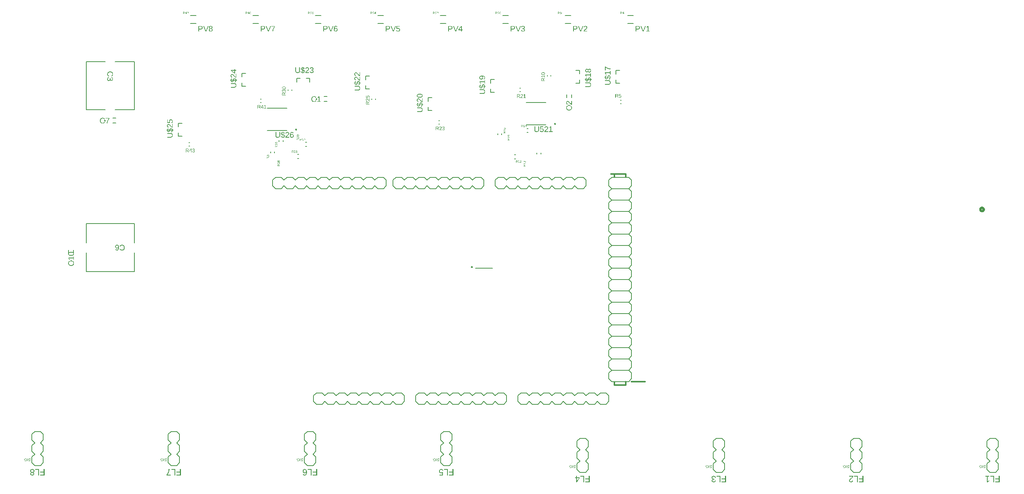
<source format=gbr>
G04 EAGLE Gerber RS-274X export*
G75*
%MOMM*%
%FSLAX34Y34*%
%LPD*%
%INSilkscreen Top*%
%IPPOS*%
%AMOC8*
5,1,8,0,0,1.08239X$1,22.5*%
G01*
G04 Define Apertures*
%ADD10C,0.152400*%
%ADD11C,0.203200*%
%ADD12C,0.304800*%
%ADD13C,0.127000*%
%ADD14C,0.200000*%
%ADD15C,0.508000*%
G36*
X697644Y900268D02*
X698078Y900307D01*
X698499Y900372D01*
X698906Y900463D01*
X699299Y900580D01*
X699679Y900723D01*
X700044Y900892D01*
X700396Y901087D01*
X700731Y901307D01*
X701047Y901551D01*
X701344Y901818D01*
X701621Y902109D01*
X701879Y902425D01*
X702118Y902764D01*
X702338Y903126D01*
X702538Y903513D01*
X701171Y904196D01*
X701003Y903885D01*
X700825Y903595D01*
X700637Y903324D01*
X700438Y903073D01*
X700230Y902843D01*
X700012Y902632D01*
X699783Y902442D01*
X699544Y902271D01*
X699296Y902121D01*
X699037Y901991D01*
X698768Y901881D01*
X698490Y901790D01*
X698201Y901720D01*
X697902Y901670D01*
X697593Y901640D01*
X697274Y901630D01*
X696781Y901651D01*
X696315Y901716D01*
X695874Y901824D01*
X695460Y901975D01*
X695072Y902169D01*
X694709Y902406D01*
X694374Y902686D01*
X694064Y903009D01*
X693786Y903368D01*
X693545Y903755D01*
X693341Y904169D01*
X693174Y904611D01*
X693044Y905081D01*
X692951Y905579D01*
X692896Y906104D01*
X692877Y906657D01*
X692895Y907216D01*
X692948Y907744D01*
X693037Y908241D01*
X693162Y908708D01*
X693322Y909144D01*
X693518Y909550D01*
X693749Y909925D01*
X694016Y910270D01*
X694315Y910579D01*
X694642Y910847D01*
X694998Y911073D01*
X695382Y911259D01*
X695795Y911403D01*
X696236Y911506D01*
X696706Y911568D01*
X697204Y911588D01*
X697524Y911579D01*
X697834Y911553D01*
X698133Y911508D01*
X698420Y911446D01*
X698696Y911366D01*
X698962Y911268D01*
X699216Y911153D01*
X699459Y911019D01*
X699689Y910869D01*
X699902Y910703D01*
X700099Y910521D01*
X700279Y910323D01*
X700443Y910109D01*
X700591Y909879D01*
X700723Y909634D01*
X700839Y909372D01*
X702424Y909898D01*
X702257Y910265D01*
X702069Y910609D01*
X701859Y910930D01*
X701627Y911227D01*
X701373Y911501D01*
X701097Y911752D01*
X700799Y911980D01*
X700479Y912184D01*
X700139Y912365D01*
X699778Y912521D01*
X699396Y912654D01*
X698995Y912762D01*
X698573Y912846D01*
X698131Y912907D01*
X697669Y912943D01*
X697186Y912955D01*
X696839Y912948D01*
X696500Y912929D01*
X696172Y912896D01*
X695853Y912850D01*
X695543Y912791D01*
X695243Y912719D01*
X694953Y912635D01*
X694673Y912536D01*
X694401Y912425D01*
X694140Y912301D01*
X693888Y912164D01*
X693646Y912014D01*
X693190Y911674D01*
X692772Y911282D01*
X692398Y910844D01*
X692075Y910365D01*
X691801Y909847D01*
X691682Y909573D01*
X691576Y909289D01*
X691483Y908995D01*
X691402Y908691D01*
X691334Y908377D01*
X691278Y908053D01*
X691234Y907719D01*
X691203Y907375D01*
X691184Y907021D01*
X691178Y906657D01*
X691189Y906173D01*
X691223Y905705D01*
X691278Y905254D01*
X691356Y904819D01*
X691457Y904401D01*
X691579Y903999D01*
X691724Y903614D01*
X691892Y903246D01*
X692080Y902896D01*
X692289Y902567D01*
X692518Y902259D01*
X692768Y901972D01*
X693037Y901705D01*
X693327Y901459D01*
X693637Y901234D01*
X693967Y901030D01*
X694316Y900848D01*
X694680Y900691D01*
X695060Y900558D01*
X695455Y900449D01*
X695867Y900364D01*
X696294Y900303D01*
X696736Y900267D01*
X697195Y900255D01*
X697644Y900268D01*
G37*
G36*
X712336Y901770D02*
X709332Y901770D01*
X709332Y912771D01*
X707878Y912771D01*
X704961Y910765D01*
X704961Y909276D01*
X707746Y911264D01*
X707746Y901770D01*
X704602Y901770D01*
X704602Y900430D01*
X712336Y900430D01*
X712336Y901770D01*
G37*
G36*
X154599Y556039D02*
X155307Y556089D01*
X155968Y556172D01*
X156582Y556289D01*
X157150Y556440D01*
X157672Y556623D01*
X158147Y556840D01*
X158575Y557091D01*
X158955Y557374D01*
X159284Y557691D01*
X159562Y558041D01*
X159790Y558424D01*
X159967Y558840D01*
X160094Y559290D01*
X160138Y559527D01*
X160170Y559772D01*
X160189Y560026D01*
X160195Y560288D01*
X160189Y560550D01*
X160170Y560803D01*
X160138Y561049D01*
X160093Y561287D01*
X159966Y561738D01*
X159788Y562156D01*
X159559Y562543D01*
X159279Y562896D01*
X158948Y563218D01*
X158566Y563506D01*
X158136Y563762D01*
X157660Y563983D01*
X157139Y564171D01*
X156571Y564324D01*
X155958Y564443D01*
X155300Y564529D01*
X154595Y564580D01*
X153845Y564597D01*
X153083Y564581D01*
X152369Y564532D01*
X151704Y564451D01*
X151086Y564337D01*
X150517Y564191D01*
X149996Y564013D01*
X149523Y563802D01*
X149098Y563559D01*
X148722Y563282D01*
X148397Y562969D01*
X148121Y562620D01*
X147896Y562235D01*
X147721Y561815D01*
X147652Y561592D01*
X147595Y561359D01*
X147552Y561118D01*
X147520Y560868D01*
X147502Y560608D01*
X147495Y560340D01*
X147502Y560065D01*
X147520Y559798D01*
X147551Y559542D01*
X147594Y559294D01*
X147650Y559056D01*
X147718Y558828D01*
X147892Y558399D01*
X148115Y558008D01*
X148387Y557654D01*
X148709Y557338D01*
X149081Y557060D01*
X149502Y556817D01*
X149973Y556606D01*
X150494Y556428D01*
X151064Y556282D01*
X151685Y556168D01*
X152355Y556087D01*
X153075Y556038D01*
X153845Y556022D01*
X154599Y556039D01*
G37*
%LPC*%
G36*
X153192Y557626D02*
X152587Y557656D01*
X152030Y557706D01*
X151520Y557775D01*
X151058Y557864D01*
X150643Y557973D01*
X150276Y558102D01*
X149956Y558251D01*
X149679Y558423D01*
X149439Y558620D01*
X149236Y558843D01*
X149070Y559091D01*
X148940Y559365D01*
X148848Y559664D01*
X148793Y559989D01*
X148774Y560340D01*
X148793Y560682D01*
X148849Y561000D01*
X148943Y561292D01*
X149074Y561559D01*
X149243Y561801D01*
X149449Y562018D01*
X149693Y562210D01*
X149974Y562377D01*
X150297Y562521D01*
X150666Y562647D01*
X151081Y562753D01*
X151542Y562840D01*
X152049Y562907D01*
X152602Y562955D01*
X153200Y562984D01*
X153845Y562994D01*
X154468Y562984D01*
X155050Y562953D01*
X155589Y562903D01*
X156087Y562832D01*
X156544Y562741D01*
X156959Y562629D01*
X157332Y562498D01*
X157664Y562346D01*
X157955Y562172D01*
X158208Y561975D01*
X158422Y561755D01*
X158597Y561512D01*
X158733Y561245D01*
X158830Y560955D01*
X158888Y560642D01*
X158908Y560305D01*
X158889Y559967D01*
X158832Y559652D01*
X158736Y559361D01*
X158603Y559093D01*
X158432Y558849D01*
X158223Y558629D01*
X157976Y558433D01*
X157690Y558260D01*
X157364Y558109D01*
X156993Y557978D01*
X156579Y557868D01*
X156120Y557777D01*
X155618Y557707D01*
X155071Y557656D01*
X154480Y557626D01*
X153845Y557616D01*
X153192Y557626D01*
G37*
%LPD*%
G36*
X154277Y533306D02*
X154745Y533340D01*
X155196Y533395D01*
X155631Y533473D01*
X156049Y533574D01*
X156451Y533696D01*
X156836Y533841D01*
X157204Y534009D01*
X157554Y534197D01*
X157883Y534406D01*
X158191Y534635D01*
X158479Y534885D01*
X158745Y535154D01*
X158991Y535444D01*
X159216Y535754D01*
X159420Y536084D01*
X159602Y536433D01*
X159759Y536797D01*
X159892Y537177D01*
X160001Y537572D01*
X160086Y537984D01*
X160147Y538411D01*
X160183Y538853D01*
X160195Y539312D01*
X160182Y539761D01*
X160143Y540195D01*
X160078Y540616D01*
X159987Y541023D01*
X159870Y541416D01*
X159727Y541796D01*
X159558Y542161D01*
X159363Y542513D01*
X159143Y542848D01*
X158899Y543164D01*
X158632Y543461D01*
X158341Y543738D01*
X158025Y543996D01*
X157686Y544235D01*
X157324Y544455D01*
X156937Y544655D01*
X156254Y543288D01*
X156565Y543120D01*
X156855Y542942D01*
X157126Y542754D01*
X157377Y542555D01*
X157607Y542347D01*
X157818Y542129D01*
X158008Y541900D01*
X158179Y541661D01*
X158329Y541413D01*
X158459Y541154D01*
X158569Y540885D01*
X158660Y540607D01*
X158730Y540318D01*
X158780Y540019D01*
X158810Y539710D01*
X158820Y539391D01*
X158799Y538898D01*
X158734Y538432D01*
X158626Y537991D01*
X158475Y537577D01*
X158281Y537189D01*
X158044Y536826D01*
X157764Y536491D01*
X157441Y536181D01*
X157082Y535903D01*
X156695Y535662D01*
X156281Y535458D01*
X155839Y535291D01*
X155369Y535161D01*
X154871Y535068D01*
X154346Y535013D01*
X153793Y534994D01*
X153234Y535012D01*
X152706Y535065D01*
X152209Y535154D01*
X151742Y535279D01*
X151306Y535439D01*
X150900Y535635D01*
X150525Y535866D01*
X150180Y536133D01*
X149871Y536432D01*
X149603Y536759D01*
X149377Y537115D01*
X149191Y537499D01*
X149047Y537912D01*
X148944Y538353D01*
X148882Y538823D01*
X148862Y539321D01*
X148871Y539641D01*
X148897Y539951D01*
X148942Y540250D01*
X149004Y540537D01*
X149084Y540813D01*
X149182Y541079D01*
X149298Y541333D01*
X149431Y541576D01*
X149581Y541806D01*
X149747Y542019D01*
X149929Y542216D01*
X150127Y542396D01*
X150341Y542560D01*
X150571Y542708D01*
X150816Y542840D01*
X151078Y542956D01*
X150552Y544541D01*
X150185Y544374D01*
X149841Y544186D01*
X149520Y543976D01*
X149223Y543744D01*
X148949Y543490D01*
X148698Y543214D01*
X148470Y542916D01*
X148266Y542596D01*
X148085Y542256D01*
X147929Y541895D01*
X147796Y541513D01*
X147688Y541112D01*
X147604Y540690D01*
X147543Y540248D01*
X147507Y539786D01*
X147495Y539303D01*
X147502Y538956D01*
X147521Y538617D01*
X147554Y538289D01*
X147600Y537970D01*
X147659Y537660D01*
X147731Y537360D01*
X147816Y537070D01*
X147914Y536790D01*
X148025Y536518D01*
X148149Y536257D01*
X148286Y536005D01*
X148436Y535763D01*
X148776Y535307D01*
X149168Y534889D01*
X149606Y534515D01*
X150085Y534192D01*
X150603Y533918D01*
X150877Y533799D01*
X151161Y533693D01*
X151455Y533600D01*
X151759Y533519D01*
X152073Y533451D01*
X152397Y533395D01*
X152731Y533351D01*
X153075Y533320D01*
X153429Y533301D01*
X153793Y533295D01*
X154277Y533306D01*
G37*
G36*
X160020Y554453D02*
X158680Y554453D01*
X158680Y551449D01*
X147679Y551449D01*
X147679Y549995D01*
X149685Y547078D01*
X151174Y547078D01*
X149186Y549863D01*
X158680Y549863D01*
X158680Y546719D01*
X160020Y546719D01*
X160020Y554453D01*
G37*
G36*
X1268067Y881286D02*
X1268535Y881320D01*
X1268986Y881375D01*
X1269421Y881453D01*
X1269839Y881554D01*
X1270241Y881676D01*
X1270626Y881821D01*
X1270994Y881989D01*
X1271344Y882177D01*
X1271673Y882386D01*
X1271981Y882615D01*
X1272269Y882865D01*
X1272535Y883134D01*
X1272781Y883424D01*
X1273006Y883734D01*
X1273210Y884064D01*
X1273392Y884413D01*
X1273549Y884777D01*
X1273682Y885157D01*
X1273791Y885552D01*
X1273876Y885964D01*
X1273937Y886391D01*
X1273973Y886833D01*
X1273985Y887292D01*
X1273972Y887741D01*
X1273933Y888175D01*
X1273868Y888596D01*
X1273777Y889003D01*
X1273660Y889396D01*
X1273517Y889776D01*
X1273348Y890141D01*
X1273153Y890493D01*
X1272933Y890828D01*
X1272689Y891144D01*
X1272422Y891441D01*
X1272131Y891718D01*
X1271815Y891976D01*
X1271476Y892215D01*
X1271114Y892435D01*
X1270727Y892635D01*
X1270044Y891268D01*
X1270355Y891100D01*
X1270645Y890922D01*
X1270916Y890734D01*
X1271167Y890535D01*
X1271397Y890327D01*
X1271608Y890109D01*
X1271798Y889880D01*
X1271969Y889641D01*
X1272119Y889393D01*
X1272249Y889134D01*
X1272359Y888865D01*
X1272450Y888587D01*
X1272520Y888298D01*
X1272570Y887999D01*
X1272600Y887690D01*
X1272610Y887371D01*
X1272589Y886878D01*
X1272524Y886412D01*
X1272416Y885971D01*
X1272265Y885557D01*
X1272071Y885169D01*
X1271834Y884806D01*
X1271554Y884471D01*
X1271231Y884161D01*
X1270872Y883883D01*
X1270485Y883642D01*
X1270071Y883438D01*
X1269629Y883271D01*
X1269159Y883141D01*
X1268661Y883048D01*
X1268136Y882993D01*
X1267583Y882974D01*
X1267024Y882992D01*
X1266496Y883045D01*
X1265999Y883134D01*
X1265532Y883259D01*
X1265096Y883419D01*
X1264690Y883615D01*
X1264315Y883846D01*
X1263970Y884113D01*
X1263661Y884412D01*
X1263393Y884739D01*
X1263167Y885095D01*
X1262981Y885479D01*
X1262837Y885892D01*
X1262734Y886333D01*
X1262672Y886803D01*
X1262652Y887301D01*
X1262661Y887621D01*
X1262687Y887931D01*
X1262732Y888230D01*
X1262794Y888517D01*
X1262874Y888793D01*
X1262972Y889059D01*
X1263088Y889313D01*
X1263221Y889556D01*
X1263371Y889786D01*
X1263537Y889999D01*
X1263719Y890196D01*
X1263917Y890376D01*
X1264131Y890540D01*
X1264361Y890688D01*
X1264606Y890820D01*
X1264868Y890936D01*
X1264342Y892521D01*
X1263975Y892354D01*
X1263631Y892166D01*
X1263310Y891956D01*
X1263013Y891724D01*
X1262739Y891470D01*
X1262488Y891194D01*
X1262260Y890896D01*
X1262056Y890576D01*
X1261875Y890236D01*
X1261719Y889875D01*
X1261586Y889493D01*
X1261478Y889092D01*
X1261394Y888670D01*
X1261333Y888228D01*
X1261297Y887766D01*
X1261285Y887283D01*
X1261292Y886936D01*
X1261311Y886597D01*
X1261344Y886269D01*
X1261390Y885950D01*
X1261449Y885640D01*
X1261521Y885340D01*
X1261606Y885050D01*
X1261704Y884770D01*
X1261815Y884498D01*
X1261939Y884237D01*
X1262076Y883985D01*
X1262226Y883743D01*
X1262566Y883287D01*
X1262958Y882869D01*
X1263396Y882495D01*
X1263875Y882172D01*
X1264393Y881898D01*
X1264667Y881779D01*
X1264951Y881673D01*
X1265245Y881580D01*
X1265549Y881499D01*
X1265863Y881431D01*
X1266187Y881375D01*
X1266521Y881331D01*
X1266865Y881300D01*
X1267219Y881281D01*
X1267583Y881275D01*
X1268067Y881286D01*
G37*
G36*
X1273810Y902407D02*
X1272470Y902407D01*
X1272470Y895969D01*
X1272160Y896121D01*
X1271845Y896315D01*
X1271523Y896550D01*
X1271196Y896827D01*
X1270855Y897151D01*
X1270494Y897526D01*
X1270113Y897952D01*
X1269711Y898430D01*
X1269015Y899272D01*
X1268417Y899965D01*
X1267916Y900511D01*
X1267513Y900909D01*
X1267158Y901213D01*
X1266803Y901477D01*
X1266448Y901701D01*
X1266094Y901885D01*
X1265738Y902029D01*
X1265382Y902132D01*
X1265025Y902193D01*
X1264666Y902214D01*
X1264273Y902198D01*
X1263902Y902151D01*
X1263555Y902073D01*
X1263231Y901963D01*
X1262930Y901822D01*
X1262652Y901650D01*
X1262397Y901446D01*
X1262166Y901211D01*
X1261959Y900947D01*
X1261780Y900656D01*
X1261629Y900338D01*
X1261505Y899993D01*
X1261409Y899620D01*
X1261340Y899222D01*
X1261299Y898796D01*
X1261285Y898343D01*
X1261299Y897927D01*
X1261340Y897532D01*
X1261408Y897155D01*
X1261504Y896798D01*
X1261627Y896460D01*
X1261778Y896141D01*
X1261956Y895842D01*
X1262161Y895562D01*
X1262390Y895306D01*
X1262637Y895078D01*
X1262903Y894878D01*
X1263188Y894707D01*
X1263492Y894564D01*
X1263815Y894449D01*
X1264157Y894363D01*
X1264517Y894305D01*
X1264666Y895917D01*
X1264426Y895953D01*
X1264199Y896007D01*
X1263986Y896078D01*
X1263787Y896165D01*
X1263602Y896269D01*
X1263430Y896390D01*
X1263273Y896528D01*
X1263129Y896683D01*
X1263001Y896852D01*
X1262889Y897031D01*
X1262795Y897222D01*
X1262718Y897424D01*
X1262659Y897637D01*
X1262616Y897861D01*
X1262590Y898096D01*
X1262582Y898343D01*
X1262590Y898600D01*
X1262617Y898844D01*
X1262660Y899072D01*
X1262722Y899286D01*
X1262801Y899486D01*
X1262897Y899671D01*
X1263011Y899842D01*
X1263142Y899998D01*
X1263289Y900138D01*
X1263451Y900259D01*
X1263627Y900361D01*
X1263817Y900445D01*
X1264021Y900510D01*
X1264239Y900556D01*
X1264472Y900584D01*
X1264719Y900594D01*
X1265085Y900572D01*
X1265432Y900507D01*
X1265760Y900399D01*
X1266067Y900248D01*
X1266362Y900061D01*
X1266650Y899848D01*
X1266931Y899608D01*
X1267206Y899341D01*
X1267749Y898747D01*
X1268292Y898084D01*
X1268858Y897385D01*
X1269470Y896679D01*
X1269797Y896328D01*
X1270142Y895985D01*
X1270506Y895651D01*
X1270889Y895325D01*
X1271296Y895016D01*
X1271733Y894731D01*
X1272200Y894471D01*
X1272698Y894235D01*
X1273810Y894235D01*
X1273810Y902407D01*
G37*
G36*
X238716Y958487D02*
X238405Y958655D01*
X238115Y958833D01*
X237844Y959021D01*
X237593Y959220D01*
X237363Y959428D01*
X237152Y959646D01*
X236962Y959875D01*
X236791Y960114D01*
X236641Y960362D01*
X236511Y960621D01*
X236401Y960890D01*
X236310Y961168D01*
X236240Y961457D01*
X236190Y961756D01*
X236160Y962065D01*
X236150Y962384D01*
X236171Y962877D01*
X236236Y963344D01*
X236344Y963784D01*
X236495Y964198D01*
X236689Y964586D01*
X236926Y964949D01*
X237206Y965284D01*
X237529Y965594D01*
X237888Y965872D01*
X238275Y966113D01*
X238689Y966317D01*
X239131Y966484D01*
X239601Y966614D01*
X240099Y966707D01*
X240624Y966762D01*
X241177Y966781D01*
X241736Y966763D01*
X242264Y966710D01*
X242761Y966621D01*
X243228Y966496D01*
X243664Y966336D01*
X244070Y966141D01*
X244445Y965909D01*
X244790Y965642D01*
X245099Y965343D01*
X245367Y965016D01*
X245593Y964660D01*
X245779Y964276D01*
X245923Y963863D01*
X246026Y963422D01*
X246088Y962952D01*
X246108Y962454D01*
X246099Y962134D01*
X246073Y961824D01*
X246028Y961525D01*
X245966Y961238D01*
X245886Y960962D01*
X245788Y960696D01*
X245673Y960442D01*
X245539Y960199D01*
X245389Y959970D01*
X245223Y959756D01*
X245041Y959559D01*
X244843Y959379D01*
X244629Y959215D01*
X244399Y959067D01*
X244154Y958935D01*
X243892Y958819D01*
X244418Y957234D01*
X244785Y957401D01*
X245129Y957589D01*
X245450Y957799D01*
X245747Y958031D01*
X246021Y958285D01*
X246272Y958561D01*
X246500Y958859D01*
X246704Y959179D01*
X246885Y959519D01*
X247041Y959880D01*
X247174Y960262D01*
X247282Y960663D01*
X247366Y961085D01*
X247427Y961527D01*
X247463Y961989D01*
X247475Y962472D01*
X247468Y962820D01*
X247449Y963158D01*
X247416Y963486D01*
X247370Y963805D01*
X247311Y964115D01*
X247239Y964415D01*
X247155Y964705D01*
X247056Y964985D01*
X246945Y965257D01*
X246821Y965518D01*
X246684Y965770D01*
X246534Y966012D01*
X246194Y966468D01*
X245802Y966886D01*
X245364Y967260D01*
X244885Y967583D01*
X244367Y967857D01*
X244093Y967976D01*
X243809Y968082D01*
X243515Y968175D01*
X243211Y968256D01*
X242897Y968324D01*
X242573Y968381D01*
X242239Y968424D01*
X241895Y968455D01*
X241541Y968474D01*
X241177Y968480D01*
X240693Y968469D01*
X240225Y968436D01*
X239774Y968380D01*
X239339Y968302D01*
X238921Y968201D01*
X238519Y968079D01*
X238134Y967934D01*
X237766Y967766D01*
X237416Y967578D01*
X237087Y967369D01*
X236779Y967140D01*
X236492Y966890D01*
X236225Y966621D01*
X235979Y966331D01*
X235754Y966021D01*
X235550Y965691D01*
X235368Y965342D01*
X235211Y964978D01*
X235078Y964598D01*
X234969Y964203D01*
X234884Y963791D01*
X234823Y963364D01*
X234787Y962922D01*
X234775Y962463D01*
X234788Y962014D01*
X234827Y961580D01*
X234892Y961159D01*
X234983Y960752D01*
X235100Y960359D01*
X235243Y959979D01*
X235412Y959614D01*
X235607Y959262D01*
X235827Y958927D01*
X236071Y958611D01*
X236338Y958314D01*
X236629Y958037D01*
X236945Y957779D01*
X237284Y957540D01*
X237646Y957320D01*
X238033Y957120D01*
X238716Y958487D01*
G37*
G36*
X238646Y947247D02*
X238923Y947283D01*
X239187Y947343D01*
X239439Y947427D01*
X239678Y947536D01*
X239904Y947668D01*
X240118Y947825D01*
X240319Y948005D01*
X240504Y948208D01*
X240669Y948429D01*
X240815Y948670D01*
X240941Y948929D01*
X241047Y949208D01*
X241134Y949506D01*
X241200Y949824D01*
X241247Y950160D01*
X241282Y950160D01*
X241356Y949854D01*
X241444Y949567D01*
X241547Y949298D01*
X241665Y949049D01*
X241797Y948818D01*
X241945Y948606D01*
X242108Y948412D01*
X242285Y948237D01*
X242477Y948082D01*
X242683Y947948D01*
X242903Y947834D01*
X243136Y947741D01*
X243383Y947669D01*
X243644Y947617D01*
X243919Y947586D01*
X244208Y947576D01*
X244583Y947592D01*
X244936Y947640D01*
X245268Y947721D01*
X245580Y947833D01*
X245870Y947978D01*
X246138Y948155D01*
X246386Y948364D01*
X246612Y948605D01*
X246814Y948875D01*
X246989Y949172D01*
X247138Y949494D01*
X247259Y949841D01*
X247353Y950215D01*
X247421Y950615D01*
X247461Y951040D01*
X247475Y951491D01*
X247461Y951906D01*
X247422Y952302D01*
X247355Y952679D01*
X247262Y953036D01*
X247143Y953374D01*
X246997Y953693D01*
X246824Y953992D01*
X246625Y954272D01*
X246402Y954528D01*
X246159Y954756D01*
X245894Y954956D01*
X245609Y955127D01*
X245303Y955270D01*
X244976Y955385D01*
X244629Y955471D01*
X244260Y955529D01*
X244138Y953944D01*
X244374Y953909D01*
X244596Y953857D01*
X244805Y953789D01*
X245000Y953704D01*
X245182Y953602D01*
X245350Y953483D01*
X245504Y953347D01*
X245644Y953195D01*
X245769Y953028D01*
X245878Y952848D01*
X245970Y952656D01*
X246045Y952451D01*
X246103Y952234D01*
X246145Y952005D01*
X246170Y951763D01*
X246178Y951509D01*
X246169Y951231D01*
X246143Y950970D01*
X246098Y950728D01*
X246035Y950503D01*
X245954Y950295D01*
X245856Y950105D01*
X245739Y949933D01*
X245605Y949779D01*
X245455Y949642D01*
X245292Y949524D01*
X245116Y949424D01*
X244927Y949342D01*
X244725Y949278D01*
X244510Y949233D01*
X244282Y949206D01*
X244041Y949196D01*
X243799Y949208D01*
X243569Y949241D01*
X243353Y949297D01*
X243151Y949375D01*
X242963Y949475D01*
X242788Y949598D01*
X242626Y949743D01*
X242478Y949910D01*
X242346Y950098D01*
X242231Y950304D01*
X242134Y950528D01*
X242054Y950770D01*
X241992Y951030D01*
X241948Y951309D01*
X241922Y951605D01*
X241913Y951920D01*
X241913Y952779D01*
X240547Y952779D01*
X240547Y951885D01*
X240538Y951530D01*
X240511Y951197D01*
X240467Y950885D01*
X240405Y950595D01*
X240326Y950326D01*
X240229Y950078D01*
X240114Y949852D01*
X239982Y949648D01*
X239834Y949466D01*
X239672Y949308D01*
X239496Y949175D01*
X239306Y949066D01*
X239103Y948981D01*
X238886Y948921D01*
X238655Y948885D01*
X238410Y948872D01*
X238129Y948883D01*
X237867Y948915D01*
X237623Y948968D01*
X237396Y949042D01*
X237187Y949138D01*
X236996Y949254D01*
X236822Y949392D01*
X236667Y949551D01*
X236529Y949729D01*
X236410Y949923D01*
X236309Y950132D01*
X236227Y950358D01*
X236162Y950600D01*
X236117Y950858D01*
X236089Y951131D01*
X236080Y951421D01*
X236088Y951710D01*
X236114Y951982D01*
X236157Y952239D01*
X236217Y952479D01*
X236294Y952704D01*
X236388Y952912D01*
X236499Y953104D01*
X236627Y953280D01*
X236773Y953440D01*
X236935Y953584D01*
X237115Y953712D01*
X237312Y953824D01*
X237525Y953919D01*
X237756Y953999D01*
X238004Y954063D01*
X238269Y954110D01*
X238121Y955739D01*
X237719Y955672D01*
X237344Y955577D01*
X236993Y955454D01*
X236668Y955302D01*
X236368Y955122D01*
X236093Y954914D01*
X235844Y954677D01*
X235620Y954412D01*
X235422Y954121D01*
X235250Y953806D01*
X235105Y953468D01*
X234986Y953106D01*
X234894Y952720D01*
X234828Y952311D01*
X234788Y951878D01*
X234775Y951421D01*
X234790Y950932D01*
X234833Y950472D01*
X234907Y950041D01*
X235009Y949639D01*
X235141Y949266D01*
X235302Y948922D01*
X235492Y948607D01*
X235712Y948321D01*
X235958Y948066D01*
X236229Y947845D01*
X236523Y947659D01*
X236842Y947506D01*
X237185Y947387D01*
X237551Y947302D01*
X237942Y947252D01*
X238357Y947235D01*
X238646Y947247D01*
G37*
G36*
X256668Y567872D02*
X256922Y567892D01*
X257168Y567926D01*
X257406Y567973D01*
X257637Y568033D01*
X257860Y568107D01*
X258284Y568294D01*
X258677Y568536D01*
X259040Y568831D01*
X259372Y569180D01*
X259674Y569582D01*
X259943Y570034D01*
X260176Y570533D01*
X260373Y571079D01*
X260535Y571671D01*
X260660Y572309D01*
X260750Y572995D01*
X260803Y573726D01*
X260821Y574504D01*
X260804Y575222D01*
X260752Y575896D01*
X260666Y576526D01*
X260545Y577112D01*
X260390Y577654D01*
X260201Y578152D01*
X259976Y578605D01*
X259718Y579015D01*
X259427Y579378D01*
X259105Y579693D01*
X258752Y579960D01*
X258369Y580178D01*
X257955Y580347D01*
X257511Y580468D01*
X257036Y580541D01*
X256786Y580559D01*
X256530Y580565D01*
X256076Y580548D01*
X255647Y580495D01*
X255244Y580406D01*
X254866Y580283D01*
X254513Y580124D01*
X254185Y579930D01*
X253882Y579700D01*
X253604Y579435D01*
X253356Y579140D01*
X253141Y578819D01*
X252959Y578472D01*
X252810Y578100D01*
X252694Y577701D01*
X252611Y577277D01*
X252561Y576828D01*
X252545Y576352D01*
X252560Y575913D01*
X252607Y575496D01*
X252686Y575103D01*
X252795Y574732D01*
X252936Y574384D01*
X253109Y574060D01*
X253312Y573758D01*
X253547Y573480D01*
X253809Y573229D01*
X254093Y573012D01*
X254399Y572828D01*
X254727Y572678D01*
X255076Y572561D01*
X255448Y572478D01*
X255842Y572428D01*
X256258Y572411D01*
X256506Y572417D01*
X256748Y572437D01*
X256982Y572470D01*
X257208Y572515D01*
X257641Y572645D01*
X258045Y572827D01*
X258413Y573059D01*
X258737Y573338D01*
X259017Y573665D01*
X259254Y574040D01*
X259242Y573462D01*
X259207Y572919D01*
X259150Y572412D01*
X259069Y571939D01*
X258965Y571502D01*
X258837Y571100D01*
X258687Y570733D01*
X258514Y570401D01*
X258319Y570106D01*
X258105Y569851D01*
X257873Y569635D01*
X257621Y569458D01*
X257351Y569321D01*
X257061Y569223D01*
X256752Y569164D01*
X256425Y569144D01*
X256050Y569168D01*
X255710Y569238D01*
X255404Y569356D01*
X255133Y569521D01*
X254896Y569733D01*
X254694Y569991D01*
X254526Y570297D01*
X254393Y570651D01*
X252886Y570379D01*
X252985Y570075D01*
X253100Y569790D01*
X253231Y569525D01*
X253379Y569279D01*
X253542Y569053D01*
X253722Y568847D01*
X253918Y568661D01*
X254130Y568494D01*
X254358Y568346D01*
X254602Y568219D01*
X254863Y568111D01*
X255139Y568022D01*
X255432Y567954D01*
X255741Y567905D01*
X256066Y567875D01*
X256407Y567865D01*
X256668Y567872D01*
G37*
%LPC*%
G36*
X256349Y573640D02*
X256080Y573674D01*
X255827Y573731D01*
X255590Y573810D01*
X255370Y573912D01*
X255165Y574037D01*
X254977Y574185D01*
X254804Y574355D01*
X254650Y574547D01*
X254517Y574757D01*
X254404Y574987D01*
X254312Y575236D01*
X254240Y575504D01*
X254188Y575791D01*
X254158Y576097D01*
X254147Y576422D01*
X254158Y576748D01*
X254188Y577057D01*
X254239Y577347D01*
X254309Y577619D01*
X254401Y577873D01*
X254512Y578110D01*
X254644Y578328D01*
X254796Y578529D01*
X254965Y578708D01*
X255150Y578864D01*
X255351Y578996D01*
X255566Y579104D01*
X255797Y579187D01*
X256044Y579247D01*
X256305Y579283D01*
X256582Y579295D01*
X256852Y579281D01*
X257109Y579238D01*
X257354Y579167D01*
X257586Y579067D01*
X257806Y578939D01*
X258013Y578783D01*
X258208Y578598D01*
X258391Y578384D01*
X258556Y578149D01*
X258699Y577897D01*
X258821Y577628D01*
X258920Y577344D01*
X258997Y577044D01*
X259052Y576727D01*
X259085Y576395D01*
X259096Y576046D01*
X259085Y575771D01*
X259054Y575511D01*
X259001Y575267D01*
X258926Y575037D01*
X258831Y574823D01*
X258714Y574624D01*
X258576Y574441D01*
X258417Y574272D01*
X258241Y574121D01*
X258051Y573991D01*
X257848Y573880D01*
X257632Y573789D01*
X257403Y573719D01*
X257160Y573669D01*
X256904Y573638D01*
X256635Y573628D01*
X256349Y573640D01*
G37*
%LPD*%
G36*
X268130Y567872D02*
X268468Y567891D01*
X268796Y567924D01*
X269115Y567970D01*
X269425Y568029D01*
X269725Y568101D01*
X270015Y568186D01*
X270295Y568284D01*
X270567Y568395D01*
X270828Y568519D01*
X271080Y568656D01*
X271322Y568806D01*
X271778Y569146D01*
X272196Y569538D01*
X272570Y569976D01*
X272893Y570455D01*
X273167Y570973D01*
X273286Y571247D01*
X273392Y571531D01*
X273485Y571825D01*
X273566Y572129D01*
X273634Y572443D01*
X273691Y572767D01*
X273734Y573101D01*
X273765Y573445D01*
X273784Y573799D01*
X273790Y574163D01*
X273779Y574647D01*
X273746Y575115D01*
X273690Y575566D01*
X273612Y576001D01*
X273511Y576419D01*
X273389Y576821D01*
X273244Y577206D01*
X273076Y577574D01*
X272888Y577924D01*
X272679Y578253D01*
X272450Y578561D01*
X272200Y578849D01*
X271931Y579115D01*
X271641Y579361D01*
X271331Y579586D01*
X271001Y579790D01*
X270652Y579972D01*
X270288Y580129D01*
X269908Y580262D01*
X269513Y580371D01*
X269101Y580456D01*
X268674Y580517D01*
X268232Y580553D01*
X267773Y580565D01*
X267324Y580552D01*
X266890Y580513D01*
X266469Y580448D01*
X266062Y580357D01*
X265669Y580240D01*
X265289Y580097D01*
X264924Y579928D01*
X264572Y579733D01*
X264237Y579513D01*
X263921Y579269D01*
X263624Y579002D01*
X263347Y578711D01*
X263089Y578395D01*
X262850Y578056D01*
X262630Y577694D01*
X262430Y577307D01*
X263797Y576624D01*
X263965Y576935D01*
X264143Y577225D01*
X264331Y577496D01*
X264530Y577747D01*
X264738Y577977D01*
X264956Y578188D01*
X265185Y578378D01*
X265424Y578549D01*
X265672Y578699D01*
X265931Y578829D01*
X266200Y578939D01*
X266478Y579030D01*
X266767Y579100D01*
X267066Y579150D01*
X267375Y579180D01*
X267694Y579190D01*
X268187Y579169D01*
X268654Y579104D01*
X269094Y578996D01*
X269508Y578845D01*
X269896Y578651D01*
X270259Y578414D01*
X270594Y578134D01*
X270904Y577811D01*
X271182Y577452D01*
X271423Y577065D01*
X271627Y576651D01*
X271794Y576209D01*
X271924Y575739D01*
X272017Y575241D01*
X272072Y574716D01*
X272091Y574163D01*
X272073Y573604D01*
X272020Y573076D01*
X271931Y572579D01*
X271806Y572112D01*
X271646Y571676D01*
X271451Y571270D01*
X271219Y570895D01*
X270952Y570550D01*
X270653Y570241D01*
X270326Y569973D01*
X269970Y569747D01*
X269586Y569561D01*
X269173Y569417D01*
X268732Y569314D01*
X268262Y569252D01*
X267764Y569232D01*
X267444Y569241D01*
X267134Y569267D01*
X266835Y569312D01*
X266548Y569374D01*
X266272Y569454D01*
X266006Y569552D01*
X265752Y569668D01*
X265509Y569801D01*
X265280Y569951D01*
X265066Y570117D01*
X264869Y570299D01*
X264689Y570497D01*
X264525Y570711D01*
X264377Y570941D01*
X264245Y571186D01*
X264129Y571448D01*
X262544Y570922D01*
X262711Y570555D01*
X262899Y570211D01*
X263109Y569890D01*
X263341Y569593D01*
X263595Y569319D01*
X263871Y569068D01*
X264169Y568840D01*
X264489Y568636D01*
X264829Y568455D01*
X265190Y568299D01*
X265572Y568166D01*
X265973Y568058D01*
X266395Y567974D01*
X266837Y567913D01*
X267299Y567877D01*
X267782Y567865D01*
X268130Y567872D01*
G37*
G36*
X224801Y852008D02*
X225235Y852047D01*
X225656Y852112D01*
X226063Y852203D01*
X226456Y852320D01*
X226836Y852463D01*
X227201Y852632D01*
X227553Y852827D01*
X227888Y853047D01*
X228204Y853291D01*
X228501Y853558D01*
X228778Y853849D01*
X229036Y854165D01*
X229275Y854504D01*
X229495Y854866D01*
X229695Y855253D01*
X228328Y855936D01*
X228160Y855625D01*
X227982Y855335D01*
X227794Y855064D01*
X227595Y854813D01*
X227387Y854583D01*
X227169Y854372D01*
X226940Y854182D01*
X226701Y854011D01*
X226453Y853861D01*
X226194Y853731D01*
X225925Y853621D01*
X225647Y853530D01*
X225358Y853460D01*
X225059Y853410D01*
X224750Y853380D01*
X224431Y853370D01*
X223938Y853391D01*
X223472Y853456D01*
X223031Y853564D01*
X222617Y853715D01*
X222229Y853909D01*
X221866Y854146D01*
X221531Y854426D01*
X221221Y854749D01*
X220943Y855108D01*
X220702Y855495D01*
X220498Y855909D01*
X220331Y856351D01*
X220201Y856821D01*
X220108Y857319D01*
X220053Y857844D01*
X220034Y858397D01*
X220052Y858956D01*
X220105Y859484D01*
X220194Y859981D01*
X220319Y860448D01*
X220479Y860884D01*
X220675Y861290D01*
X220906Y861665D01*
X221173Y862010D01*
X221472Y862319D01*
X221799Y862587D01*
X222155Y862813D01*
X222539Y862999D01*
X222952Y863143D01*
X223393Y863246D01*
X223863Y863308D01*
X224361Y863328D01*
X224681Y863319D01*
X224991Y863293D01*
X225290Y863248D01*
X225577Y863186D01*
X225853Y863106D01*
X226119Y863008D01*
X226373Y862893D01*
X226616Y862759D01*
X226846Y862609D01*
X227059Y862443D01*
X227256Y862261D01*
X227436Y862063D01*
X227600Y861849D01*
X227748Y861619D01*
X227880Y861374D01*
X227996Y861112D01*
X229581Y861638D01*
X229414Y862005D01*
X229226Y862349D01*
X229016Y862670D01*
X228784Y862967D01*
X228530Y863241D01*
X228254Y863492D01*
X227956Y863720D01*
X227636Y863924D01*
X227296Y864105D01*
X226935Y864261D01*
X226553Y864394D01*
X226152Y864502D01*
X225730Y864586D01*
X225288Y864647D01*
X224826Y864683D01*
X224343Y864695D01*
X223996Y864688D01*
X223657Y864669D01*
X223329Y864636D01*
X223010Y864590D01*
X222700Y864531D01*
X222400Y864459D01*
X222110Y864375D01*
X221830Y864276D01*
X221558Y864165D01*
X221297Y864041D01*
X221045Y863904D01*
X220803Y863754D01*
X220347Y863414D01*
X219929Y863022D01*
X219555Y862584D01*
X219232Y862105D01*
X218958Y861587D01*
X218839Y861313D01*
X218733Y861029D01*
X218640Y860735D01*
X218559Y860431D01*
X218491Y860117D01*
X218435Y859793D01*
X218391Y859459D01*
X218360Y859115D01*
X218341Y858761D01*
X218335Y858397D01*
X218346Y857913D01*
X218380Y857445D01*
X218435Y856994D01*
X218513Y856559D01*
X218614Y856141D01*
X218736Y855739D01*
X218881Y855354D01*
X219049Y854986D01*
X219237Y854636D01*
X219446Y854307D01*
X219675Y853999D01*
X219925Y853712D01*
X220194Y853445D01*
X220484Y853199D01*
X220794Y852974D01*
X221124Y852770D01*
X221473Y852588D01*
X221837Y852431D01*
X222217Y852298D01*
X222612Y852189D01*
X223024Y852104D01*
X223451Y852043D01*
X223893Y852007D01*
X224352Y851995D01*
X224801Y852008D01*
G37*
G36*
X235242Y852595D02*
X235261Y853017D01*
X235334Y853849D01*
X235455Y854668D01*
X235626Y855472D01*
X235845Y856272D01*
X236113Y857077D01*
X236430Y857888D01*
X236795Y858704D01*
X237255Y859601D01*
X237853Y860655D01*
X238590Y861865D01*
X239467Y863232D01*
X239467Y864511D01*
X231312Y864511D01*
X231312Y863171D01*
X237943Y863171D01*
X237377Y862331D01*
X236853Y861517D01*
X236371Y860727D01*
X235931Y859962D01*
X235534Y859222D01*
X235178Y858506D01*
X234864Y857815D01*
X234592Y857149D01*
X234357Y856500D01*
X234154Y855858D01*
X233981Y855224D01*
X233840Y854597D01*
X233731Y853979D01*
X233652Y853368D01*
X233605Y852765D01*
X233590Y852170D01*
X235236Y852170D01*
X235242Y852595D01*
G37*
G36*
X2188512Y80880D02*
X2188832Y80917D01*
X2189133Y80978D01*
X2189414Y81065D01*
X2189675Y81176D01*
X2189917Y81311D01*
X2190139Y81471D01*
X2190342Y81656D01*
X2190523Y81864D01*
X2190680Y82091D01*
X2190812Y82340D01*
X2190921Y82608D01*
X2191006Y82897D01*
X2191066Y83206D01*
X2191102Y83535D01*
X2191114Y83885D01*
X2191092Y84339D01*
X2191025Y84763D01*
X2190915Y85156D01*
X2190759Y85519D01*
X2190562Y85846D01*
X2190326Y86132D01*
X2190049Y86378D01*
X2189734Y86583D01*
X2189382Y86744D01*
X2188998Y86860D01*
X2188582Y86929D01*
X2188135Y86952D01*
X2187743Y86936D01*
X2187366Y86886D01*
X2187004Y86804D01*
X2186656Y86690D01*
X2186328Y86545D01*
X2186027Y86373D01*
X2185752Y86175D01*
X2185504Y85949D01*
X2185504Y83910D01*
X2188009Y83910D01*
X2188009Y84581D01*
X2186242Y84581D01*
X2186242Y85647D01*
X2186410Y85790D01*
X2186601Y85918D01*
X2186815Y86029D01*
X2187054Y86125D01*
X2187310Y86202D01*
X2187575Y86257D01*
X2187850Y86291D01*
X2188135Y86302D01*
X2188382Y86291D01*
X2188615Y86261D01*
X2188834Y86210D01*
X2189040Y86139D01*
X2189232Y86048D01*
X2189410Y85937D01*
X2189575Y85805D01*
X2189725Y85653D01*
X2189860Y85484D01*
X2189977Y85300D01*
X2190075Y85101D01*
X2190156Y84887D01*
X2190219Y84658D01*
X2190264Y84415D01*
X2190291Y84157D01*
X2190300Y83885D01*
X2190292Y83611D01*
X2190266Y83354D01*
X2190224Y83112D01*
X2190165Y82886D01*
X2190089Y82676D01*
X2189996Y82482D01*
X2189886Y82304D01*
X2189759Y82141D01*
X2189616Y81996D01*
X2189458Y81870D01*
X2189285Y81764D01*
X2189097Y81677D01*
X2188894Y81609D01*
X2188675Y81561D01*
X2188442Y81532D01*
X2188194Y81522D01*
X2187878Y81537D01*
X2187589Y81580D01*
X2187327Y81652D01*
X2187092Y81753D01*
X2186883Y81885D01*
X2186697Y82052D01*
X2186535Y82253D01*
X2186398Y82487D01*
X2185634Y82261D01*
X2185817Y81920D01*
X2186036Y81630D01*
X2186289Y81390D01*
X2186578Y81199D01*
X2186907Y81054D01*
X2187283Y80950D01*
X2187705Y80888D01*
X2188173Y80868D01*
X2188512Y80880D01*
G37*
G36*
X2196991Y80874D02*
X2197238Y80893D01*
X2197469Y80925D01*
X2197685Y80970D01*
X2197885Y81028D01*
X2198070Y81099D01*
X2198239Y81182D01*
X2198392Y81279D01*
X2198528Y81387D01*
X2198646Y81506D01*
X2198746Y81636D01*
X2198828Y81777D01*
X2198891Y81929D01*
X2198937Y82091D01*
X2198964Y82265D01*
X2198973Y82449D01*
X2198966Y82610D01*
X2198945Y82762D01*
X2198910Y82904D01*
X2198862Y83037D01*
X2198726Y83277D01*
X2198541Y83484D01*
X2198293Y83666D01*
X2197968Y83830D01*
X2197520Y83985D01*
X2196904Y84141D01*
X2196170Y84313D01*
X2195861Y84402D01*
X2195599Y84510D01*
X2195387Y84643D01*
X2195228Y84808D01*
X2195170Y84905D01*
X2195129Y85015D01*
X2195104Y85140D01*
X2195096Y85278D01*
X2195102Y85403D01*
X2195122Y85520D01*
X2195201Y85731D01*
X2195333Y85911D01*
X2195517Y86060D01*
X2195750Y86177D01*
X2196028Y86260D01*
X2196349Y86310D01*
X2196715Y86327D01*
X2197071Y86311D01*
X2197388Y86264D01*
X2197665Y86186D01*
X2197903Y86077D01*
X2198102Y85935D01*
X2198264Y85757D01*
X2198387Y85543D01*
X2198473Y85294D01*
X2199250Y85450D01*
X2199200Y85632D01*
X2199135Y85802D01*
X2199057Y85960D01*
X2198964Y86107D01*
X2198857Y86242D01*
X2198736Y86365D01*
X2198601Y86477D01*
X2198451Y86576D01*
X2198288Y86664D01*
X2198110Y86741D01*
X2197918Y86805D01*
X2197712Y86858D01*
X2197491Y86899D01*
X2197257Y86928D01*
X2197008Y86946D01*
X2196745Y86952D01*
X2196462Y86945D01*
X2196196Y86924D01*
X2195946Y86889D01*
X2195713Y86840D01*
X2195496Y86777D01*
X2195295Y86699D01*
X2195111Y86608D01*
X2194942Y86503D01*
X2194792Y86385D01*
X2194662Y86255D01*
X2194552Y86114D01*
X2194462Y85962D01*
X2194392Y85797D01*
X2194343Y85622D01*
X2194313Y85435D01*
X2194303Y85236D01*
X2194325Y84934D01*
X2194393Y84673D01*
X2194500Y84450D01*
X2194642Y84258D01*
X2194816Y84095D01*
X2195018Y83960D01*
X2195242Y83846D01*
X2195482Y83748D01*
X2195735Y83664D01*
X2196000Y83593D01*
X2196543Y83465D01*
X2197222Y83299D01*
X2197460Y83226D01*
X2197630Y83161D01*
X2197871Y83023D01*
X2198048Y82859D01*
X2198111Y82764D01*
X2198156Y82657D01*
X2198183Y82538D01*
X2198192Y82408D01*
X2198169Y82189D01*
X2198099Y81999D01*
X2197982Y81839D01*
X2197819Y81707D01*
X2197611Y81604D01*
X2197362Y81531D01*
X2197070Y81486D01*
X2196736Y81472D01*
X2196431Y81485D01*
X2196160Y81525D01*
X2195925Y81591D01*
X2195725Y81684D01*
X2195557Y81806D01*
X2195419Y81960D01*
X2195310Y82147D01*
X2195230Y82366D01*
X2194441Y82227D01*
X2194568Y81883D01*
X2194735Y81593D01*
X2194941Y81357D01*
X2195060Y81260D01*
X2195188Y81176D01*
X2195484Y81041D01*
X2195839Y80945D01*
X2196254Y80887D01*
X2196728Y80868D01*
X2196991Y80874D01*
G37*
G36*
X2193128Y86868D02*
X2192327Y86868D01*
X2192327Y80956D01*
X2193128Y80956D01*
X2193128Y86868D01*
G37*
G36*
X2230560Y62992D02*
X2228686Y62992D01*
X2228686Y57390D01*
X2220974Y57390D01*
X2220974Y55840D01*
X2228686Y55840D01*
X2228686Y50698D01*
X2220739Y50698D01*
X2220739Y49168D01*
X2230560Y49168D01*
X2230560Y62992D01*
G37*
G36*
X2206807Y51415D02*
X2206807Y53083D01*
X2203687Y50855D01*
X2203687Y61491D01*
X2207209Y61491D01*
X2207209Y62992D01*
X2198545Y62992D01*
X2198545Y61491D01*
X2201911Y61491D01*
X2201911Y49168D01*
X2203539Y49168D01*
X2206807Y51415D01*
G37*
G36*
X2218279Y62992D02*
X2209419Y62992D01*
X2209419Y61461D01*
X2216405Y61461D01*
X2216405Y49168D01*
X2218279Y49168D01*
X2218279Y62992D01*
G37*
G36*
X1883712Y80880D02*
X1884032Y80917D01*
X1884333Y80978D01*
X1884614Y81065D01*
X1884875Y81176D01*
X1885117Y81311D01*
X1885339Y81471D01*
X1885542Y81656D01*
X1885723Y81864D01*
X1885880Y82091D01*
X1886012Y82340D01*
X1886121Y82608D01*
X1886206Y82897D01*
X1886266Y83206D01*
X1886302Y83535D01*
X1886314Y83885D01*
X1886292Y84339D01*
X1886225Y84763D01*
X1886115Y85156D01*
X1885959Y85519D01*
X1885762Y85846D01*
X1885526Y86132D01*
X1885249Y86378D01*
X1884934Y86583D01*
X1884582Y86744D01*
X1884198Y86860D01*
X1883782Y86929D01*
X1883335Y86952D01*
X1882943Y86936D01*
X1882566Y86886D01*
X1882204Y86804D01*
X1881856Y86690D01*
X1881528Y86545D01*
X1881227Y86373D01*
X1880952Y86175D01*
X1880704Y85949D01*
X1880704Y83910D01*
X1883209Y83910D01*
X1883209Y84581D01*
X1881442Y84581D01*
X1881442Y85647D01*
X1881610Y85790D01*
X1881801Y85918D01*
X1882015Y86029D01*
X1882254Y86125D01*
X1882510Y86202D01*
X1882775Y86257D01*
X1883050Y86291D01*
X1883335Y86302D01*
X1883582Y86291D01*
X1883815Y86261D01*
X1884034Y86210D01*
X1884240Y86139D01*
X1884432Y86048D01*
X1884610Y85937D01*
X1884775Y85805D01*
X1884925Y85653D01*
X1885060Y85484D01*
X1885177Y85300D01*
X1885275Y85101D01*
X1885356Y84887D01*
X1885419Y84658D01*
X1885464Y84415D01*
X1885491Y84157D01*
X1885500Y83885D01*
X1885492Y83611D01*
X1885466Y83354D01*
X1885424Y83112D01*
X1885365Y82886D01*
X1885289Y82676D01*
X1885196Y82482D01*
X1885086Y82304D01*
X1884959Y82141D01*
X1884816Y81996D01*
X1884658Y81870D01*
X1884485Y81764D01*
X1884297Y81677D01*
X1884094Y81609D01*
X1883875Y81561D01*
X1883642Y81532D01*
X1883394Y81522D01*
X1883078Y81537D01*
X1882789Y81580D01*
X1882527Y81652D01*
X1882292Y81753D01*
X1882083Y81885D01*
X1881897Y82052D01*
X1881735Y82253D01*
X1881598Y82487D01*
X1880834Y82261D01*
X1881017Y81920D01*
X1881236Y81630D01*
X1881489Y81390D01*
X1881778Y81199D01*
X1882107Y81054D01*
X1882483Y80950D01*
X1882905Y80888D01*
X1883373Y80868D01*
X1883712Y80880D01*
G37*
G36*
X1892191Y80874D02*
X1892438Y80893D01*
X1892669Y80925D01*
X1892885Y80970D01*
X1893085Y81028D01*
X1893270Y81099D01*
X1893439Y81182D01*
X1893592Y81279D01*
X1893728Y81387D01*
X1893846Y81506D01*
X1893946Y81636D01*
X1894028Y81777D01*
X1894091Y81929D01*
X1894137Y82091D01*
X1894164Y82265D01*
X1894173Y82449D01*
X1894166Y82610D01*
X1894145Y82762D01*
X1894110Y82904D01*
X1894062Y83037D01*
X1893926Y83277D01*
X1893741Y83484D01*
X1893493Y83666D01*
X1893168Y83830D01*
X1892720Y83985D01*
X1892104Y84141D01*
X1891370Y84313D01*
X1891061Y84402D01*
X1890799Y84510D01*
X1890587Y84643D01*
X1890428Y84808D01*
X1890370Y84905D01*
X1890329Y85015D01*
X1890304Y85140D01*
X1890296Y85278D01*
X1890302Y85403D01*
X1890322Y85520D01*
X1890401Y85731D01*
X1890533Y85911D01*
X1890717Y86060D01*
X1890950Y86177D01*
X1891228Y86260D01*
X1891549Y86310D01*
X1891915Y86327D01*
X1892271Y86311D01*
X1892588Y86264D01*
X1892865Y86186D01*
X1893103Y86077D01*
X1893302Y85935D01*
X1893464Y85757D01*
X1893587Y85543D01*
X1893673Y85294D01*
X1894450Y85450D01*
X1894400Y85632D01*
X1894335Y85802D01*
X1894257Y85960D01*
X1894164Y86107D01*
X1894057Y86242D01*
X1893936Y86365D01*
X1893801Y86477D01*
X1893651Y86576D01*
X1893488Y86664D01*
X1893310Y86741D01*
X1893118Y86805D01*
X1892912Y86858D01*
X1892691Y86899D01*
X1892457Y86928D01*
X1892208Y86946D01*
X1891945Y86952D01*
X1891662Y86945D01*
X1891396Y86924D01*
X1891146Y86889D01*
X1890913Y86840D01*
X1890696Y86777D01*
X1890495Y86699D01*
X1890311Y86608D01*
X1890142Y86503D01*
X1889992Y86385D01*
X1889862Y86255D01*
X1889752Y86114D01*
X1889662Y85962D01*
X1889592Y85797D01*
X1889543Y85622D01*
X1889513Y85435D01*
X1889503Y85236D01*
X1889525Y84934D01*
X1889593Y84673D01*
X1889700Y84450D01*
X1889842Y84258D01*
X1890016Y84095D01*
X1890218Y83960D01*
X1890442Y83846D01*
X1890682Y83748D01*
X1890935Y83664D01*
X1891200Y83593D01*
X1891743Y83465D01*
X1892422Y83299D01*
X1892660Y83226D01*
X1892830Y83161D01*
X1893071Y83023D01*
X1893248Y82859D01*
X1893311Y82764D01*
X1893356Y82657D01*
X1893383Y82538D01*
X1893392Y82408D01*
X1893369Y82189D01*
X1893299Y81999D01*
X1893182Y81839D01*
X1893019Y81707D01*
X1892811Y81604D01*
X1892562Y81531D01*
X1892270Y81486D01*
X1891936Y81472D01*
X1891631Y81485D01*
X1891360Y81525D01*
X1891125Y81591D01*
X1890925Y81684D01*
X1890757Y81806D01*
X1890619Y81960D01*
X1890510Y82147D01*
X1890430Y82366D01*
X1889641Y82227D01*
X1889768Y81883D01*
X1889935Y81593D01*
X1890141Y81357D01*
X1890260Y81260D01*
X1890388Y81176D01*
X1890684Y81041D01*
X1891039Y80945D01*
X1891454Y80887D01*
X1891928Y80868D01*
X1892191Y80874D01*
G37*
G36*
X1888328Y86868D02*
X1887527Y86868D01*
X1887527Y80956D01*
X1888328Y80956D01*
X1888328Y86868D01*
G37*
G36*
X1925760Y62992D02*
X1923886Y62992D01*
X1923886Y57390D01*
X1916174Y57390D01*
X1916174Y55840D01*
X1923886Y55840D01*
X1923886Y50698D01*
X1915939Y50698D01*
X1915939Y49168D01*
X1925760Y49168D01*
X1925760Y62992D01*
G37*
G36*
X1898792Y48977D02*
X1899236Y49023D01*
X1899658Y49100D01*
X1900058Y49207D01*
X1900436Y49345D01*
X1900793Y49514D01*
X1901129Y49713D01*
X1901442Y49943D01*
X1901729Y50199D01*
X1901985Y50476D01*
X1902208Y50774D01*
X1902400Y51093D01*
X1902560Y51434D01*
X1902689Y51795D01*
X1902785Y52178D01*
X1902850Y52582D01*
X1901045Y52749D01*
X1901004Y52479D01*
X1900944Y52226D01*
X1900865Y51987D01*
X1900767Y51764D01*
X1900650Y51557D01*
X1900514Y51365D01*
X1900360Y51188D01*
X1900187Y51027D01*
X1899998Y50883D01*
X1899796Y50759D01*
X1899582Y50653D01*
X1899356Y50567D01*
X1899118Y50500D01*
X1898867Y50452D01*
X1898603Y50423D01*
X1898327Y50414D01*
X1898039Y50424D01*
X1897766Y50453D01*
X1897510Y50502D01*
X1897270Y50571D01*
X1897046Y50659D01*
X1896839Y50767D01*
X1896648Y50895D01*
X1896473Y51042D01*
X1896317Y51207D01*
X1896181Y51388D01*
X1896066Y51584D01*
X1895973Y51797D01*
X1895900Y52026D01*
X1895847Y52271D01*
X1895816Y52531D01*
X1895806Y52808D01*
X1895812Y53016D01*
X1895830Y53219D01*
X1895903Y53607D01*
X1896024Y53974D01*
X1896193Y54319D01*
X1896402Y54649D01*
X1896641Y54971D01*
X1896910Y55286D01*
X1897209Y55594D01*
X1897875Y56203D01*
X1898617Y56811D01*
X1899400Y57445D01*
X1900191Y58130D01*
X1900584Y58497D01*
X1900968Y58884D01*
X1901342Y59291D01*
X1901707Y59720D01*
X1902054Y60176D01*
X1902373Y60666D01*
X1902665Y61189D01*
X1902929Y61746D01*
X1902929Y62992D01*
X1893775Y62992D01*
X1893775Y61491D01*
X1900986Y61491D01*
X1900816Y61144D01*
X1900599Y60791D01*
X1900335Y60430D01*
X1900025Y60063D01*
X1899662Y59682D01*
X1899242Y59277D01*
X1898765Y58850D01*
X1898229Y58400D01*
X1897287Y57621D01*
X1896510Y56951D01*
X1895898Y56390D01*
X1895453Y55938D01*
X1895112Y55540D01*
X1894816Y55143D01*
X1894565Y54746D01*
X1894359Y54348D01*
X1894198Y53950D01*
X1894083Y53551D01*
X1894014Y53151D01*
X1893991Y52749D01*
X1894008Y52308D01*
X1894061Y51893D01*
X1894149Y51504D01*
X1894271Y51141D01*
X1894429Y50804D01*
X1894623Y50493D01*
X1894851Y50207D01*
X1895114Y49948D01*
X1895410Y49717D01*
X1895736Y49516D01*
X1896093Y49347D01*
X1896479Y49208D01*
X1896896Y49100D01*
X1897343Y49023D01*
X1897820Y48977D01*
X1898327Y48962D01*
X1898792Y48977D01*
G37*
G36*
X1913479Y62992D02*
X1904619Y62992D01*
X1904619Y61461D01*
X1911605Y61461D01*
X1911605Y49168D01*
X1913479Y49168D01*
X1913479Y62992D01*
G37*
G36*
X1576372Y80880D02*
X1576692Y80917D01*
X1576993Y80978D01*
X1577274Y81065D01*
X1577535Y81176D01*
X1577777Y81311D01*
X1577999Y81471D01*
X1578202Y81656D01*
X1578383Y81864D01*
X1578540Y82091D01*
X1578672Y82340D01*
X1578781Y82608D01*
X1578866Y82897D01*
X1578926Y83206D01*
X1578962Y83535D01*
X1578974Y83885D01*
X1578952Y84339D01*
X1578885Y84763D01*
X1578775Y85156D01*
X1578619Y85519D01*
X1578422Y85846D01*
X1578186Y86132D01*
X1577909Y86378D01*
X1577594Y86583D01*
X1577242Y86744D01*
X1576858Y86860D01*
X1576442Y86929D01*
X1575995Y86952D01*
X1575603Y86936D01*
X1575226Y86886D01*
X1574864Y86804D01*
X1574516Y86690D01*
X1574188Y86545D01*
X1573887Y86373D01*
X1573612Y86175D01*
X1573364Y85949D01*
X1573364Y83910D01*
X1575869Y83910D01*
X1575869Y84581D01*
X1574102Y84581D01*
X1574102Y85647D01*
X1574270Y85790D01*
X1574461Y85918D01*
X1574675Y86029D01*
X1574914Y86125D01*
X1575170Y86202D01*
X1575435Y86257D01*
X1575710Y86291D01*
X1575995Y86302D01*
X1576242Y86291D01*
X1576475Y86261D01*
X1576694Y86210D01*
X1576900Y86139D01*
X1577092Y86048D01*
X1577270Y85937D01*
X1577435Y85805D01*
X1577585Y85653D01*
X1577720Y85484D01*
X1577837Y85300D01*
X1577935Y85101D01*
X1578016Y84887D01*
X1578079Y84658D01*
X1578124Y84415D01*
X1578151Y84157D01*
X1578160Y83885D01*
X1578152Y83611D01*
X1578126Y83354D01*
X1578084Y83112D01*
X1578025Y82886D01*
X1577949Y82676D01*
X1577856Y82482D01*
X1577746Y82304D01*
X1577619Y82141D01*
X1577476Y81996D01*
X1577318Y81870D01*
X1577145Y81764D01*
X1576957Y81677D01*
X1576754Y81609D01*
X1576535Y81561D01*
X1576302Y81532D01*
X1576054Y81522D01*
X1575738Y81537D01*
X1575449Y81580D01*
X1575187Y81652D01*
X1574952Y81753D01*
X1574743Y81885D01*
X1574557Y82052D01*
X1574395Y82253D01*
X1574258Y82487D01*
X1573494Y82261D01*
X1573677Y81920D01*
X1573896Y81630D01*
X1574149Y81390D01*
X1574438Y81199D01*
X1574767Y81054D01*
X1575143Y80950D01*
X1575565Y80888D01*
X1576033Y80868D01*
X1576372Y80880D01*
G37*
G36*
X1584851Y80874D02*
X1585098Y80893D01*
X1585329Y80925D01*
X1585545Y80970D01*
X1585745Y81028D01*
X1585930Y81099D01*
X1586099Y81182D01*
X1586252Y81279D01*
X1586388Y81387D01*
X1586506Y81506D01*
X1586606Y81636D01*
X1586688Y81777D01*
X1586751Y81929D01*
X1586797Y82091D01*
X1586824Y82265D01*
X1586833Y82449D01*
X1586826Y82610D01*
X1586805Y82762D01*
X1586770Y82904D01*
X1586722Y83037D01*
X1586586Y83277D01*
X1586401Y83484D01*
X1586153Y83666D01*
X1585828Y83830D01*
X1585380Y83985D01*
X1584764Y84141D01*
X1584030Y84313D01*
X1583721Y84402D01*
X1583459Y84510D01*
X1583247Y84643D01*
X1583088Y84808D01*
X1583030Y84905D01*
X1582989Y85015D01*
X1582964Y85140D01*
X1582956Y85278D01*
X1582962Y85403D01*
X1582982Y85520D01*
X1583061Y85731D01*
X1583193Y85911D01*
X1583377Y86060D01*
X1583610Y86177D01*
X1583888Y86260D01*
X1584209Y86310D01*
X1584575Y86327D01*
X1584931Y86311D01*
X1585248Y86264D01*
X1585525Y86186D01*
X1585763Y86077D01*
X1585962Y85935D01*
X1586124Y85757D01*
X1586247Y85543D01*
X1586333Y85294D01*
X1587110Y85450D01*
X1587060Y85632D01*
X1586995Y85802D01*
X1586917Y85960D01*
X1586824Y86107D01*
X1586717Y86242D01*
X1586596Y86365D01*
X1586461Y86477D01*
X1586311Y86576D01*
X1586148Y86664D01*
X1585970Y86741D01*
X1585778Y86805D01*
X1585572Y86858D01*
X1585351Y86899D01*
X1585117Y86928D01*
X1584868Y86946D01*
X1584605Y86952D01*
X1584322Y86945D01*
X1584056Y86924D01*
X1583806Y86889D01*
X1583573Y86840D01*
X1583356Y86777D01*
X1583155Y86699D01*
X1582971Y86608D01*
X1582802Y86503D01*
X1582652Y86385D01*
X1582522Y86255D01*
X1582412Y86114D01*
X1582322Y85962D01*
X1582252Y85797D01*
X1582203Y85622D01*
X1582173Y85435D01*
X1582163Y85236D01*
X1582185Y84934D01*
X1582253Y84673D01*
X1582360Y84450D01*
X1582502Y84258D01*
X1582676Y84095D01*
X1582878Y83960D01*
X1583102Y83846D01*
X1583342Y83748D01*
X1583595Y83664D01*
X1583860Y83593D01*
X1584403Y83465D01*
X1585082Y83299D01*
X1585320Y83226D01*
X1585490Y83161D01*
X1585731Y83023D01*
X1585908Y82859D01*
X1585971Y82764D01*
X1586016Y82657D01*
X1586043Y82538D01*
X1586052Y82408D01*
X1586029Y82189D01*
X1585959Y81999D01*
X1585842Y81839D01*
X1585679Y81707D01*
X1585471Y81604D01*
X1585222Y81531D01*
X1584930Y81486D01*
X1584596Y81472D01*
X1584291Y81485D01*
X1584020Y81525D01*
X1583785Y81591D01*
X1583585Y81684D01*
X1583417Y81806D01*
X1583279Y81960D01*
X1583170Y82147D01*
X1583090Y82366D01*
X1582301Y82227D01*
X1582428Y81883D01*
X1582595Y81593D01*
X1582801Y81357D01*
X1582920Y81260D01*
X1583048Y81176D01*
X1583344Y81041D01*
X1583699Y80945D01*
X1584114Y80887D01*
X1584588Y80868D01*
X1584851Y80874D01*
G37*
G36*
X1580988Y86868D02*
X1580187Y86868D01*
X1580187Y80956D01*
X1580988Y80956D01*
X1580988Y86868D01*
G37*
G36*
X1591541Y48977D02*
X1591984Y49021D01*
X1592406Y49096D01*
X1592806Y49200D01*
X1593185Y49333D01*
X1593542Y49497D01*
X1593877Y49690D01*
X1594191Y49913D01*
X1594478Y50163D01*
X1594733Y50436D01*
X1594957Y50732D01*
X1595149Y51052D01*
X1595309Y51394D01*
X1595437Y51760D01*
X1595534Y52150D01*
X1595599Y52563D01*
X1593823Y52700D01*
X1593784Y52435D01*
X1593726Y52186D01*
X1593650Y51952D01*
X1593554Y51733D01*
X1593440Y51530D01*
X1593307Y51342D01*
X1593155Y51170D01*
X1592984Y51012D01*
X1592797Y50872D01*
X1592595Y50750D01*
X1592380Y50648D01*
X1592151Y50563D01*
X1591908Y50498D01*
X1591651Y50451D01*
X1591380Y50423D01*
X1591095Y50414D01*
X1590784Y50424D01*
X1590492Y50454D01*
X1590220Y50504D01*
X1589968Y50574D01*
X1589736Y50665D01*
X1589523Y50775D01*
X1589330Y50906D01*
X1589157Y51056D01*
X1589005Y51224D01*
X1588872Y51407D01*
X1588760Y51604D01*
X1588668Y51816D01*
X1588597Y52042D01*
X1588546Y52283D01*
X1588515Y52538D01*
X1588505Y52808D01*
X1588517Y53080D01*
X1588555Y53337D01*
X1588617Y53578D01*
X1588705Y53805D01*
X1588817Y54016D01*
X1588955Y54212D01*
X1589117Y54393D01*
X1589305Y54559D01*
X1589515Y54707D01*
X1589745Y54836D01*
X1589996Y54945D01*
X1590267Y55034D01*
X1590559Y55103D01*
X1590871Y55152D01*
X1591204Y55182D01*
X1591556Y55192D01*
X1592518Y55192D01*
X1592518Y56723D01*
X1591517Y56723D01*
X1591120Y56732D01*
X1590746Y56762D01*
X1590397Y56812D01*
X1590071Y56881D01*
X1589770Y56970D01*
X1589493Y57079D01*
X1589239Y57207D01*
X1589010Y57355D01*
X1588807Y57521D01*
X1588630Y57703D01*
X1588481Y57900D01*
X1588359Y58112D01*
X1588264Y58340D01*
X1588196Y58583D01*
X1588156Y58842D01*
X1588142Y59117D01*
X1588154Y59430D01*
X1588190Y59724D01*
X1588249Y59998D01*
X1588332Y60252D01*
X1588439Y60486D01*
X1588570Y60700D01*
X1588724Y60895D01*
X1588902Y61069D01*
X1589101Y61223D01*
X1589318Y61357D01*
X1589553Y61470D01*
X1589806Y61562D01*
X1590077Y61634D01*
X1590366Y61685D01*
X1590672Y61716D01*
X1590997Y61726D01*
X1591320Y61717D01*
X1591626Y61688D01*
X1591913Y61640D01*
X1592182Y61573D01*
X1592434Y61487D01*
X1592667Y61381D01*
X1592882Y61257D01*
X1593080Y61113D01*
X1593259Y60950D01*
X1593420Y60768D01*
X1593563Y60567D01*
X1593688Y60347D01*
X1593796Y60107D01*
X1593885Y59848D01*
X1593956Y59571D01*
X1594009Y59274D01*
X1595834Y59440D01*
X1595759Y59890D01*
X1595653Y60311D01*
X1595515Y60703D01*
X1595345Y61068D01*
X1595143Y61404D01*
X1594910Y61711D01*
X1594645Y61991D01*
X1594348Y62241D01*
X1594022Y62463D01*
X1593669Y62656D01*
X1593290Y62818D01*
X1592885Y62952D01*
X1592452Y63055D01*
X1591994Y63129D01*
X1591509Y63173D01*
X1590997Y63188D01*
X1590449Y63172D01*
X1589934Y63123D01*
X1589451Y63041D01*
X1589000Y62926D01*
X1588583Y62778D01*
X1588197Y62598D01*
X1587844Y62384D01*
X1587524Y62138D01*
X1587239Y61862D01*
X1586992Y61560D01*
X1586782Y61230D01*
X1586611Y60873D01*
X1586478Y60489D01*
X1586383Y60078D01*
X1586326Y59640D01*
X1586307Y59175D01*
X1586321Y58851D01*
X1586361Y58541D01*
X1586429Y58245D01*
X1586523Y57964D01*
X1586645Y57696D01*
X1586793Y57442D01*
X1586968Y57203D01*
X1587171Y56978D01*
X1587397Y56770D01*
X1587645Y56585D01*
X1587915Y56422D01*
X1588206Y56281D01*
X1588518Y56162D01*
X1588852Y56065D01*
X1589207Y55990D01*
X1589584Y55938D01*
X1589584Y55898D01*
X1589242Y55816D01*
X1588920Y55718D01*
X1588619Y55602D01*
X1588339Y55470D01*
X1588081Y55322D01*
X1587843Y55156D01*
X1587626Y54974D01*
X1587431Y54775D01*
X1587257Y54560D01*
X1587107Y54329D01*
X1586979Y54084D01*
X1586875Y53822D01*
X1586794Y53545D01*
X1586736Y53253D01*
X1586701Y52945D01*
X1586690Y52621D01*
X1586708Y52202D01*
X1586762Y51806D01*
X1586852Y51433D01*
X1586978Y51085D01*
X1587140Y50760D01*
X1587338Y50459D01*
X1587573Y50182D01*
X1587843Y49928D01*
X1588145Y49702D01*
X1588477Y49505D01*
X1588838Y49339D01*
X1589227Y49203D01*
X1589646Y49098D01*
X1590094Y49022D01*
X1590570Y48977D01*
X1591076Y48962D01*
X1591541Y48977D01*
G37*
G36*
X1618420Y62992D02*
X1616546Y62992D01*
X1616546Y57390D01*
X1608834Y57390D01*
X1608834Y55840D01*
X1616546Y55840D01*
X1616546Y50698D01*
X1608599Y50698D01*
X1608599Y49168D01*
X1618420Y49168D01*
X1618420Y62992D01*
G37*
G36*
X1606139Y62992D02*
X1597279Y62992D01*
X1597279Y61461D01*
X1604265Y61461D01*
X1604265Y49168D01*
X1606139Y49168D01*
X1606139Y62992D01*
G37*
G36*
X1271572Y80880D02*
X1271892Y80917D01*
X1272193Y80978D01*
X1272474Y81065D01*
X1272735Y81176D01*
X1272977Y81311D01*
X1273199Y81471D01*
X1273402Y81656D01*
X1273583Y81864D01*
X1273740Y82091D01*
X1273872Y82340D01*
X1273981Y82608D01*
X1274066Y82897D01*
X1274126Y83206D01*
X1274162Y83535D01*
X1274174Y83885D01*
X1274152Y84339D01*
X1274085Y84763D01*
X1273975Y85156D01*
X1273819Y85519D01*
X1273622Y85846D01*
X1273386Y86132D01*
X1273109Y86378D01*
X1272794Y86583D01*
X1272442Y86744D01*
X1272058Y86860D01*
X1271642Y86929D01*
X1271195Y86952D01*
X1270803Y86936D01*
X1270426Y86886D01*
X1270064Y86804D01*
X1269716Y86690D01*
X1269388Y86545D01*
X1269087Y86373D01*
X1268812Y86175D01*
X1268564Y85949D01*
X1268564Y83910D01*
X1271069Y83910D01*
X1271069Y84581D01*
X1269302Y84581D01*
X1269302Y85647D01*
X1269470Y85790D01*
X1269661Y85918D01*
X1269875Y86029D01*
X1270114Y86125D01*
X1270370Y86202D01*
X1270635Y86257D01*
X1270910Y86291D01*
X1271195Y86302D01*
X1271442Y86291D01*
X1271675Y86261D01*
X1271894Y86210D01*
X1272100Y86139D01*
X1272292Y86048D01*
X1272470Y85937D01*
X1272635Y85805D01*
X1272785Y85653D01*
X1272920Y85484D01*
X1273037Y85300D01*
X1273135Y85101D01*
X1273216Y84887D01*
X1273279Y84658D01*
X1273324Y84415D01*
X1273351Y84157D01*
X1273360Y83885D01*
X1273352Y83611D01*
X1273326Y83354D01*
X1273284Y83112D01*
X1273225Y82886D01*
X1273149Y82676D01*
X1273056Y82482D01*
X1272946Y82304D01*
X1272819Y82141D01*
X1272676Y81996D01*
X1272518Y81870D01*
X1272345Y81764D01*
X1272157Y81677D01*
X1271954Y81609D01*
X1271735Y81561D01*
X1271502Y81532D01*
X1271254Y81522D01*
X1270938Y81537D01*
X1270649Y81580D01*
X1270387Y81652D01*
X1270152Y81753D01*
X1269943Y81885D01*
X1269757Y82052D01*
X1269595Y82253D01*
X1269458Y82487D01*
X1268694Y82261D01*
X1268877Y81920D01*
X1269096Y81630D01*
X1269349Y81390D01*
X1269638Y81199D01*
X1269967Y81054D01*
X1270343Y80950D01*
X1270765Y80888D01*
X1271233Y80868D01*
X1271572Y80880D01*
G37*
G36*
X1280051Y80874D02*
X1280298Y80893D01*
X1280529Y80925D01*
X1280745Y80970D01*
X1280945Y81028D01*
X1281130Y81099D01*
X1281299Y81182D01*
X1281452Y81279D01*
X1281588Y81387D01*
X1281706Y81506D01*
X1281806Y81636D01*
X1281888Y81777D01*
X1281951Y81929D01*
X1281997Y82091D01*
X1282024Y82265D01*
X1282033Y82449D01*
X1282026Y82610D01*
X1282005Y82762D01*
X1281970Y82904D01*
X1281922Y83037D01*
X1281786Y83277D01*
X1281601Y83484D01*
X1281353Y83666D01*
X1281028Y83830D01*
X1280580Y83985D01*
X1279964Y84141D01*
X1279230Y84313D01*
X1278921Y84402D01*
X1278659Y84510D01*
X1278447Y84643D01*
X1278288Y84808D01*
X1278230Y84905D01*
X1278189Y85015D01*
X1278164Y85140D01*
X1278156Y85278D01*
X1278162Y85403D01*
X1278182Y85520D01*
X1278261Y85731D01*
X1278393Y85911D01*
X1278577Y86060D01*
X1278810Y86177D01*
X1279088Y86260D01*
X1279409Y86310D01*
X1279775Y86327D01*
X1280131Y86311D01*
X1280448Y86264D01*
X1280725Y86186D01*
X1280963Y86077D01*
X1281162Y85935D01*
X1281324Y85757D01*
X1281447Y85543D01*
X1281533Y85294D01*
X1282310Y85450D01*
X1282260Y85632D01*
X1282195Y85802D01*
X1282117Y85960D01*
X1282024Y86107D01*
X1281917Y86242D01*
X1281796Y86365D01*
X1281661Y86477D01*
X1281511Y86576D01*
X1281348Y86664D01*
X1281170Y86741D01*
X1280978Y86805D01*
X1280772Y86858D01*
X1280551Y86899D01*
X1280317Y86928D01*
X1280068Y86946D01*
X1279805Y86952D01*
X1279522Y86945D01*
X1279256Y86924D01*
X1279006Y86889D01*
X1278773Y86840D01*
X1278556Y86777D01*
X1278355Y86699D01*
X1278171Y86608D01*
X1278002Y86503D01*
X1277852Y86385D01*
X1277722Y86255D01*
X1277612Y86114D01*
X1277522Y85962D01*
X1277452Y85797D01*
X1277403Y85622D01*
X1277373Y85435D01*
X1277363Y85236D01*
X1277385Y84934D01*
X1277453Y84673D01*
X1277560Y84450D01*
X1277702Y84258D01*
X1277876Y84095D01*
X1278078Y83960D01*
X1278302Y83846D01*
X1278542Y83748D01*
X1278795Y83664D01*
X1279060Y83593D01*
X1279603Y83465D01*
X1280282Y83299D01*
X1280520Y83226D01*
X1280690Y83161D01*
X1280931Y83023D01*
X1281108Y82859D01*
X1281171Y82764D01*
X1281216Y82657D01*
X1281243Y82538D01*
X1281252Y82408D01*
X1281229Y82189D01*
X1281159Y81999D01*
X1281042Y81839D01*
X1280879Y81707D01*
X1280671Y81604D01*
X1280422Y81531D01*
X1280130Y81486D01*
X1279796Y81472D01*
X1279491Y81485D01*
X1279220Y81525D01*
X1278985Y81591D01*
X1278785Y81684D01*
X1278617Y81806D01*
X1278479Y81960D01*
X1278370Y82147D01*
X1278290Y82366D01*
X1277501Y82227D01*
X1277628Y81883D01*
X1277795Y81593D01*
X1278001Y81357D01*
X1278120Y81260D01*
X1278248Y81176D01*
X1278544Y81041D01*
X1278899Y80945D01*
X1279314Y80887D01*
X1279788Y80868D01*
X1280051Y80874D01*
G37*
G36*
X1276188Y86868D02*
X1275387Y86868D01*
X1275387Y80956D01*
X1276188Y80956D01*
X1276188Y86868D01*
G37*
G36*
X1291338Y58489D02*
X1291338Y59862D01*
X1284823Y59862D01*
X1284823Y62992D01*
X1283156Y62992D01*
X1283156Y59862D01*
X1281213Y59862D01*
X1281213Y58469D01*
X1283156Y58469D01*
X1283156Y49168D01*
X1285010Y49168D01*
X1291338Y58489D01*
G37*
%LPC*%
G36*
X1284823Y58469D02*
X1289710Y58469D01*
X1289553Y58273D01*
X1289023Y57547D01*
X1285481Y52327D01*
X1285098Y51679D01*
X1284823Y51159D01*
X1284823Y58469D01*
G37*
%LPD*%
G36*
X1313620Y62992D02*
X1311746Y62992D01*
X1311746Y57390D01*
X1304034Y57390D01*
X1304034Y55840D01*
X1311746Y55840D01*
X1311746Y50698D01*
X1303799Y50698D01*
X1303799Y49168D01*
X1313620Y49168D01*
X1313620Y62992D01*
G37*
G36*
X1301339Y62992D02*
X1292479Y62992D01*
X1292479Y61461D01*
X1299465Y61461D01*
X1299465Y49168D01*
X1301339Y49168D01*
X1301339Y62992D01*
G37*
G36*
X966772Y96120D02*
X967092Y96157D01*
X967393Y96218D01*
X967674Y96305D01*
X967935Y96416D01*
X968177Y96551D01*
X968399Y96711D01*
X968602Y96896D01*
X968783Y97104D01*
X968940Y97331D01*
X969072Y97580D01*
X969181Y97848D01*
X969266Y98137D01*
X969326Y98446D01*
X969362Y98775D01*
X969374Y99125D01*
X969352Y99579D01*
X969285Y100003D01*
X969175Y100396D01*
X969019Y100759D01*
X968822Y101086D01*
X968586Y101372D01*
X968309Y101618D01*
X967994Y101823D01*
X967642Y101984D01*
X967258Y102100D01*
X966842Y102169D01*
X966395Y102192D01*
X966003Y102176D01*
X965626Y102126D01*
X965264Y102044D01*
X964916Y101930D01*
X964588Y101785D01*
X964287Y101613D01*
X964012Y101415D01*
X963764Y101189D01*
X963764Y99150D01*
X966269Y99150D01*
X966269Y99821D01*
X964502Y99821D01*
X964502Y100887D01*
X964670Y101030D01*
X964861Y101158D01*
X965075Y101269D01*
X965314Y101365D01*
X965570Y101442D01*
X965835Y101497D01*
X966110Y101531D01*
X966395Y101542D01*
X966642Y101531D01*
X966875Y101501D01*
X967094Y101450D01*
X967300Y101379D01*
X967492Y101288D01*
X967670Y101177D01*
X967835Y101045D01*
X967985Y100893D01*
X968120Y100724D01*
X968237Y100540D01*
X968335Y100341D01*
X968416Y100127D01*
X968479Y99898D01*
X968524Y99655D01*
X968551Y99397D01*
X968560Y99125D01*
X968552Y98851D01*
X968526Y98594D01*
X968484Y98352D01*
X968425Y98126D01*
X968349Y97916D01*
X968256Y97722D01*
X968146Y97544D01*
X968019Y97381D01*
X967876Y97236D01*
X967718Y97110D01*
X967545Y97004D01*
X967357Y96917D01*
X967154Y96849D01*
X966935Y96801D01*
X966702Y96772D01*
X966454Y96762D01*
X966138Y96777D01*
X965849Y96820D01*
X965587Y96892D01*
X965352Y96993D01*
X965143Y97125D01*
X964957Y97292D01*
X964795Y97493D01*
X964658Y97727D01*
X963894Y97501D01*
X964077Y97160D01*
X964296Y96870D01*
X964549Y96630D01*
X964838Y96439D01*
X965167Y96294D01*
X965543Y96190D01*
X965965Y96128D01*
X966433Y96108D01*
X966772Y96120D01*
G37*
G36*
X975251Y96114D02*
X975498Y96133D01*
X975729Y96165D01*
X975945Y96210D01*
X976145Y96268D01*
X976330Y96339D01*
X976499Y96422D01*
X976652Y96519D01*
X976788Y96627D01*
X976906Y96746D01*
X977006Y96876D01*
X977088Y97017D01*
X977151Y97169D01*
X977197Y97331D01*
X977224Y97505D01*
X977233Y97689D01*
X977226Y97850D01*
X977205Y98002D01*
X977170Y98144D01*
X977122Y98277D01*
X976986Y98517D01*
X976801Y98724D01*
X976553Y98906D01*
X976228Y99070D01*
X975780Y99225D01*
X975164Y99381D01*
X974430Y99553D01*
X974121Y99642D01*
X973859Y99750D01*
X973647Y99883D01*
X973488Y100048D01*
X973430Y100145D01*
X973389Y100255D01*
X973364Y100380D01*
X973356Y100518D01*
X973362Y100643D01*
X973382Y100760D01*
X973461Y100971D01*
X973593Y101151D01*
X973777Y101300D01*
X974010Y101417D01*
X974288Y101500D01*
X974609Y101550D01*
X974975Y101567D01*
X975331Y101551D01*
X975648Y101504D01*
X975925Y101426D01*
X976163Y101317D01*
X976362Y101175D01*
X976524Y100997D01*
X976647Y100783D01*
X976733Y100534D01*
X977510Y100690D01*
X977460Y100872D01*
X977395Y101042D01*
X977317Y101200D01*
X977224Y101347D01*
X977117Y101482D01*
X976996Y101605D01*
X976861Y101717D01*
X976711Y101816D01*
X976548Y101904D01*
X976370Y101981D01*
X976178Y102045D01*
X975972Y102098D01*
X975751Y102139D01*
X975517Y102168D01*
X975268Y102186D01*
X975005Y102192D01*
X974722Y102185D01*
X974456Y102164D01*
X974206Y102129D01*
X973973Y102080D01*
X973756Y102017D01*
X973555Y101939D01*
X973371Y101848D01*
X973202Y101743D01*
X973052Y101625D01*
X972922Y101495D01*
X972812Y101354D01*
X972722Y101202D01*
X972652Y101037D01*
X972603Y100862D01*
X972573Y100675D01*
X972563Y100476D01*
X972585Y100174D01*
X972653Y99913D01*
X972760Y99690D01*
X972902Y99498D01*
X973076Y99335D01*
X973278Y99200D01*
X973502Y99086D01*
X973742Y98988D01*
X973995Y98904D01*
X974260Y98833D01*
X974803Y98705D01*
X975482Y98539D01*
X975720Y98466D01*
X975890Y98401D01*
X976131Y98263D01*
X976308Y98099D01*
X976371Y98004D01*
X976416Y97897D01*
X976443Y97778D01*
X976452Y97648D01*
X976429Y97429D01*
X976359Y97239D01*
X976242Y97079D01*
X976079Y96947D01*
X975871Y96844D01*
X975622Y96771D01*
X975330Y96726D01*
X974996Y96712D01*
X974691Y96725D01*
X974420Y96765D01*
X974185Y96831D01*
X973985Y96924D01*
X973817Y97046D01*
X973679Y97200D01*
X973570Y97387D01*
X973490Y97606D01*
X972701Y97467D01*
X972828Y97123D01*
X972995Y96833D01*
X973201Y96597D01*
X973320Y96500D01*
X973448Y96416D01*
X973744Y96281D01*
X974099Y96185D01*
X974514Y96127D01*
X974988Y96108D01*
X975251Y96114D01*
G37*
G36*
X971388Y102108D02*
X970587Y102108D01*
X970587Y96196D01*
X971388Y96196D01*
X971388Y102108D01*
G37*
G36*
X985793Y71845D02*
X984066Y71845D01*
X983757Y71595D01*
X983448Y71384D01*
X983139Y71212D01*
X982830Y71080D01*
X982514Y70981D01*
X982187Y70910D01*
X981847Y70868D01*
X981495Y70854D01*
X981161Y70866D01*
X980844Y70904D01*
X980544Y70967D01*
X980263Y71055D01*
X979999Y71168D01*
X979752Y71306D01*
X979523Y71470D01*
X979312Y71658D01*
X979122Y71867D01*
X978958Y72092D01*
X978819Y72332D01*
X978705Y72588D01*
X978617Y72860D01*
X978553Y73147D01*
X978515Y73449D01*
X978503Y73768D01*
X978515Y74133D01*
X978553Y74478D01*
X978616Y74803D01*
X978704Y75108D01*
X978817Y75393D01*
X978955Y75658D01*
X979119Y75903D01*
X979307Y76127D01*
X979518Y76329D01*
X979748Y76503D01*
X979998Y76651D01*
X980266Y76771D01*
X980554Y76865D01*
X980862Y76932D01*
X981188Y76973D01*
X981534Y76986D01*
X981817Y76978D01*
X982086Y76954D01*
X982341Y76914D01*
X982582Y76858D01*
X982810Y76786D01*
X983024Y76698D01*
X983224Y76593D01*
X983411Y76473D01*
X983584Y76337D01*
X983743Y76185D01*
X983888Y76017D01*
X984020Y75833D01*
X984138Y75632D01*
X984242Y75416D01*
X984332Y75184D01*
X984409Y74935D01*
X986195Y75141D01*
X986103Y75529D01*
X985983Y75894D01*
X985837Y76235D01*
X985663Y76552D01*
X985461Y76845D01*
X985233Y77115D01*
X984977Y77362D01*
X984694Y77584D01*
X984385Y77782D01*
X984054Y77954D01*
X983698Y78099D01*
X983320Y78217D01*
X982918Y78310D01*
X982494Y78375D01*
X982045Y78415D01*
X981574Y78428D01*
X981013Y78409D01*
X980484Y78350D01*
X979986Y78252D01*
X979519Y78114D01*
X979084Y77938D01*
X978681Y77722D01*
X978309Y77467D01*
X977968Y77172D01*
X977663Y76844D01*
X977399Y76486D01*
X977176Y76099D01*
X976993Y75684D01*
X976851Y75238D01*
X976749Y74764D01*
X976688Y74261D01*
X976668Y73729D01*
X976687Y73259D01*
X976744Y72812D01*
X976838Y72388D01*
X976971Y71987D01*
X977141Y71608D01*
X977350Y71252D01*
X977596Y70919D01*
X977880Y70609D01*
X978196Y70328D01*
X978537Y70085D01*
X978905Y69879D01*
X979299Y69711D01*
X979718Y69580D01*
X980164Y69486D01*
X980635Y69430D01*
X981132Y69412D01*
X981550Y69425D01*
X981951Y69467D01*
X982334Y69536D01*
X982700Y69632D01*
X983048Y69757D01*
X983378Y69908D01*
X983692Y70088D01*
X983987Y70295D01*
X983722Y65909D01*
X977473Y65909D01*
X977473Y64408D01*
X985331Y64408D01*
X985793Y71845D01*
G37*
G36*
X1008820Y78232D02*
X1006946Y78232D01*
X1006946Y72630D01*
X999234Y72630D01*
X999234Y71080D01*
X1006946Y71080D01*
X1006946Y65938D01*
X998999Y65938D01*
X998999Y64408D01*
X1008820Y64408D01*
X1008820Y78232D01*
G37*
G36*
X996539Y78232D02*
X987679Y78232D01*
X987679Y76701D01*
X994665Y76701D01*
X994665Y64408D01*
X996539Y64408D01*
X996539Y78232D01*
G37*
G36*
X661972Y96120D02*
X662292Y96157D01*
X662593Y96218D01*
X662874Y96305D01*
X663135Y96416D01*
X663377Y96551D01*
X663599Y96711D01*
X663802Y96896D01*
X663983Y97104D01*
X664140Y97331D01*
X664272Y97580D01*
X664381Y97848D01*
X664466Y98137D01*
X664526Y98446D01*
X664562Y98775D01*
X664574Y99125D01*
X664552Y99579D01*
X664485Y100003D01*
X664375Y100396D01*
X664219Y100759D01*
X664022Y101086D01*
X663786Y101372D01*
X663509Y101618D01*
X663194Y101823D01*
X662842Y101984D01*
X662458Y102100D01*
X662042Y102169D01*
X661595Y102192D01*
X661203Y102176D01*
X660826Y102126D01*
X660464Y102044D01*
X660116Y101930D01*
X659788Y101785D01*
X659487Y101613D01*
X659212Y101415D01*
X658964Y101189D01*
X658964Y99150D01*
X661469Y99150D01*
X661469Y99821D01*
X659702Y99821D01*
X659702Y100887D01*
X659870Y101030D01*
X660061Y101158D01*
X660275Y101269D01*
X660514Y101365D01*
X660770Y101442D01*
X661035Y101497D01*
X661310Y101531D01*
X661595Y101542D01*
X661842Y101531D01*
X662075Y101501D01*
X662294Y101450D01*
X662500Y101379D01*
X662692Y101288D01*
X662870Y101177D01*
X663035Y101045D01*
X663185Y100893D01*
X663320Y100724D01*
X663437Y100540D01*
X663535Y100341D01*
X663616Y100127D01*
X663679Y99898D01*
X663724Y99655D01*
X663751Y99397D01*
X663760Y99125D01*
X663752Y98851D01*
X663726Y98594D01*
X663684Y98352D01*
X663625Y98126D01*
X663549Y97916D01*
X663456Y97722D01*
X663346Y97544D01*
X663219Y97381D01*
X663076Y97236D01*
X662918Y97110D01*
X662745Y97004D01*
X662557Y96917D01*
X662354Y96849D01*
X662135Y96801D01*
X661902Y96772D01*
X661654Y96762D01*
X661338Y96777D01*
X661049Y96820D01*
X660787Y96892D01*
X660552Y96993D01*
X660343Y97125D01*
X660157Y97292D01*
X659995Y97493D01*
X659858Y97727D01*
X659094Y97501D01*
X659277Y97160D01*
X659496Y96870D01*
X659749Y96630D01*
X660038Y96439D01*
X660367Y96294D01*
X660743Y96190D01*
X661165Y96128D01*
X661633Y96108D01*
X661972Y96120D01*
G37*
G36*
X670451Y96114D02*
X670698Y96133D01*
X670929Y96165D01*
X671145Y96210D01*
X671345Y96268D01*
X671530Y96339D01*
X671699Y96422D01*
X671852Y96519D01*
X671988Y96627D01*
X672106Y96746D01*
X672206Y96876D01*
X672288Y97017D01*
X672351Y97169D01*
X672397Y97331D01*
X672424Y97505D01*
X672433Y97689D01*
X672426Y97850D01*
X672405Y98002D01*
X672370Y98144D01*
X672322Y98277D01*
X672186Y98517D01*
X672001Y98724D01*
X671753Y98906D01*
X671428Y99070D01*
X670980Y99225D01*
X670364Y99381D01*
X669630Y99553D01*
X669321Y99642D01*
X669059Y99750D01*
X668847Y99883D01*
X668688Y100048D01*
X668630Y100145D01*
X668589Y100255D01*
X668564Y100380D01*
X668556Y100518D01*
X668562Y100643D01*
X668582Y100760D01*
X668661Y100971D01*
X668793Y101151D01*
X668977Y101300D01*
X669210Y101417D01*
X669488Y101500D01*
X669809Y101550D01*
X670175Y101567D01*
X670531Y101551D01*
X670848Y101504D01*
X671125Y101426D01*
X671363Y101317D01*
X671562Y101175D01*
X671724Y100997D01*
X671847Y100783D01*
X671933Y100534D01*
X672710Y100690D01*
X672660Y100872D01*
X672595Y101042D01*
X672517Y101200D01*
X672424Y101347D01*
X672317Y101482D01*
X672196Y101605D01*
X672061Y101717D01*
X671911Y101816D01*
X671748Y101904D01*
X671570Y101981D01*
X671378Y102045D01*
X671172Y102098D01*
X670951Y102139D01*
X670717Y102168D01*
X670468Y102186D01*
X670205Y102192D01*
X669922Y102185D01*
X669656Y102164D01*
X669406Y102129D01*
X669173Y102080D01*
X668956Y102017D01*
X668755Y101939D01*
X668571Y101848D01*
X668402Y101743D01*
X668252Y101625D01*
X668122Y101495D01*
X668012Y101354D01*
X667922Y101202D01*
X667852Y101037D01*
X667803Y100862D01*
X667773Y100675D01*
X667763Y100476D01*
X667785Y100174D01*
X667853Y99913D01*
X667960Y99690D01*
X668102Y99498D01*
X668276Y99335D01*
X668478Y99200D01*
X668702Y99086D01*
X668942Y98988D01*
X669195Y98904D01*
X669460Y98833D01*
X670003Y98705D01*
X670682Y98539D01*
X670920Y98466D01*
X671090Y98401D01*
X671331Y98263D01*
X671508Y98099D01*
X671571Y98004D01*
X671616Y97897D01*
X671643Y97778D01*
X671652Y97648D01*
X671629Y97429D01*
X671559Y97239D01*
X671442Y97079D01*
X671279Y96947D01*
X671071Y96844D01*
X670822Y96771D01*
X670530Y96726D01*
X670196Y96712D01*
X669891Y96725D01*
X669620Y96765D01*
X669385Y96831D01*
X669185Y96924D01*
X669017Y97046D01*
X668879Y97200D01*
X668770Y97387D01*
X668690Y97606D01*
X667901Y97467D01*
X668028Y97123D01*
X668195Y96833D01*
X668401Y96597D01*
X668520Y96500D01*
X668648Y96416D01*
X668944Y96281D01*
X669299Y96185D01*
X669714Y96127D01*
X670188Y96108D01*
X670451Y96114D01*
G37*
G36*
X666588Y102108D02*
X665787Y102108D01*
X665787Y96196D01*
X666588Y96196D01*
X666588Y102108D01*
G37*
G36*
X676527Y64209D02*
X676811Y64232D01*
X677086Y64269D01*
X677353Y64322D01*
X677612Y64390D01*
X677862Y64472D01*
X678103Y64570D01*
X678336Y64682D01*
X678561Y64810D01*
X678777Y64953D01*
X678984Y65111D01*
X679183Y65283D01*
X679555Y65674D01*
X679894Y66125D01*
X680195Y66632D01*
X680456Y67191D01*
X680677Y67802D01*
X680858Y68465D01*
X680998Y69180D01*
X681099Y69948D01*
X681159Y70767D01*
X681179Y71639D01*
X681160Y72443D01*
X681102Y73198D01*
X681005Y73904D01*
X680870Y74560D01*
X680696Y75167D01*
X680484Y75725D01*
X680233Y76233D01*
X679943Y76692D01*
X679617Y77099D01*
X679256Y77451D01*
X678861Y77750D01*
X678651Y77879D01*
X678432Y77994D01*
X678204Y78096D01*
X677968Y78184D01*
X677724Y78259D01*
X677470Y78320D01*
X677208Y78367D01*
X676938Y78401D01*
X676659Y78421D01*
X676371Y78428D01*
X675863Y78408D01*
X675383Y78349D01*
X674931Y78250D01*
X674507Y78112D01*
X674112Y77934D01*
X673744Y77716D01*
X673405Y77459D01*
X673094Y77163D01*
X672816Y76832D01*
X672575Y76472D01*
X672371Y76084D01*
X672204Y75666D01*
X672074Y75220D01*
X671981Y74745D01*
X671926Y74242D01*
X671907Y73709D01*
X671925Y73217D01*
X671977Y72750D01*
X672065Y72309D01*
X672188Y71894D01*
X672346Y71504D01*
X672539Y71141D01*
X672767Y70803D01*
X673031Y70491D01*
X673324Y70210D01*
X673642Y69967D01*
X673984Y69761D01*
X674352Y69593D01*
X674743Y69462D01*
X675160Y69369D01*
X675601Y69313D01*
X676067Y69294D01*
X676345Y69301D01*
X676615Y69323D01*
X676878Y69359D01*
X677132Y69410D01*
X677378Y69476D01*
X677616Y69556D01*
X677847Y69651D01*
X678069Y69760D01*
X678281Y69883D01*
X678481Y70020D01*
X678669Y70169D01*
X678844Y70333D01*
X679007Y70509D01*
X679158Y70699D01*
X679296Y70902D01*
X679423Y71119D01*
X679410Y70471D01*
X679371Y69863D01*
X679306Y69295D01*
X679216Y68765D01*
X679099Y68275D01*
X678956Y67825D01*
X678788Y67414D01*
X678594Y67042D01*
X678376Y66712D01*
X678137Y66426D01*
X677876Y66184D01*
X677594Y65986D01*
X677291Y65832D01*
X676967Y65722D01*
X676621Y65656D01*
X676254Y65634D01*
X676039Y65641D01*
X675834Y65661D01*
X675639Y65694D01*
X675453Y65740D01*
X675277Y65799D01*
X675110Y65872D01*
X674954Y65957D01*
X674807Y66056D01*
X674541Y66293D01*
X674315Y66583D01*
X674127Y66926D01*
X673977Y67322D01*
X672290Y67018D01*
X672401Y66677D01*
X672530Y66358D01*
X672677Y66061D01*
X672842Y65786D01*
X673025Y65533D01*
X673226Y65302D01*
X673446Y65093D01*
X673683Y64906D01*
X673939Y64741D01*
X674212Y64598D01*
X674504Y64477D01*
X674814Y64378D01*
X675142Y64301D01*
X675488Y64246D01*
X675852Y64213D01*
X676234Y64202D01*
X676527Y64209D01*
G37*
%LPC*%
G36*
X676170Y70670D02*
X675868Y70709D01*
X675585Y70772D01*
X675319Y70861D01*
X675072Y70976D01*
X674843Y71116D01*
X674632Y71281D01*
X674439Y71472D01*
X674266Y71686D01*
X674117Y71922D01*
X673990Y72179D01*
X673887Y72458D01*
X673806Y72758D01*
X673749Y73080D01*
X673714Y73423D01*
X673703Y73787D01*
X673714Y74153D01*
X673748Y74498D01*
X673805Y74823D01*
X673884Y75128D01*
X673986Y75413D01*
X674111Y75678D01*
X674259Y75922D01*
X674429Y76147D01*
X674619Y76348D01*
X674826Y76523D01*
X675051Y76670D01*
X675292Y76791D01*
X675551Y76885D01*
X675827Y76952D01*
X676120Y76992D01*
X676430Y77006D01*
X676732Y76990D01*
X677021Y76942D01*
X677295Y76862D01*
X677555Y76751D01*
X677801Y76607D01*
X678034Y76432D01*
X678252Y76224D01*
X678456Y75985D01*
X678641Y75721D01*
X678802Y75439D01*
X678938Y75139D01*
X679049Y74820D01*
X679135Y74484D01*
X679197Y74129D01*
X679234Y73756D01*
X679246Y73366D01*
X679234Y73058D01*
X679199Y72767D01*
X679139Y72493D01*
X679056Y72236D01*
X678949Y71996D01*
X678818Y71773D01*
X678664Y71568D01*
X678486Y71379D01*
X678288Y71210D01*
X678076Y71063D01*
X677849Y70939D01*
X677606Y70838D01*
X677349Y70759D01*
X677078Y70703D01*
X676791Y70669D01*
X676489Y70658D01*
X676170Y70670D01*
G37*
%LPD*%
G36*
X704020Y78232D02*
X702146Y78232D01*
X702146Y72630D01*
X694434Y72630D01*
X694434Y71080D01*
X702146Y71080D01*
X702146Y65938D01*
X694199Y65938D01*
X694199Y64408D01*
X704020Y64408D01*
X704020Y78232D01*
G37*
G36*
X691739Y78232D02*
X682879Y78232D01*
X682879Y76701D01*
X689865Y76701D01*
X689865Y64408D01*
X691739Y64408D01*
X691739Y78232D01*
G37*
G36*
X357172Y96120D02*
X357492Y96157D01*
X357793Y96218D01*
X358074Y96305D01*
X358335Y96416D01*
X358577Y96551D01*
X358799Y96711D01*
X359002Y96896D01*
X359183Y97104D01*
X359340Y97331D01*
X359472Y97580D01*
X359581Y97848D01*
X359666Y98137D01*
X359726Y98446D01*
X359762Y98775D01*
X359774Y99125D01*
X359752Y99579D01*
X359685Y100003D01*
X359575Y100396D01*
X359419Y100759D01*
X359222Y101086D01*
X358986Y101372D01*
X358709Y101618D01*
X358394Y101823D01*
X358042Y101984D01*
X357658Y102100D01*
X357242Y102169D01*
X356795Y102192D01*
X356403Y102176D01*
X356026Y102126D01*
X355664Y102044D01*
X355316Y101930D01*
X354988Y101785D01*
X354687Y101613D01*
X354412Y101415D01*
X354164Y101189D01*
X354164Y99150D01*
X356669Y99150D01*
X356669Y99821D01*
X354902Y99821D01*
X354902Y100887D01*
X355070Y101030D01*
X355261Y101158D01*
X355475Y101269D01*
X355714Y101365D01*
X355970Y101442D01*
X356235Y101497D01*
X356510Y101531D01*
X356795Y101542D01*
X357042Y101531D01*
X357275Y101501D01*
X357494Y101450D01*
X357700Y101379D01*
X357892Y101288D01*
X358070Y101177D01*
X358235Y101045D01*
X358385Y100893D01*
X358520Y100724D01*
X358637Y100540D01*
X358735Y100341D01*
X358816Y100127D01*
X358879Y99898D01*
X358924Y99655D01*
X358951Y99397D01*
X358960Y99125D01*
X358952Y98851D01*
X358926Y98594D01*
X358884Y98352D01*
X358825Y98126D01*
X358749Y97916D01*
X358656Y97722D01*
X358546Y97544D01*
X358419Y97381D01*
X358276Y97236D01*
X358118Y97110D01*
X357945Y97004D01*
X357757Y96917D01*
X357554Y96849D01*
X357335Y96801D01*
X357102Y96772D01*
X356854Y96762D01*
X356538Y96777D01*
X356249Y96820D01*
X355987Y96892D01*
X355752Y96993D01*
X355543Y97125D01*
X355357Y97292D01*
X355195Y97493D01*
X355058Y97727D01*
X354294Y97501D01*
X354477Y97160D01*
X354696Y96870D01*
X354949Y96630D01*
X355238Y96439D01*
X355567Y96294D01*
X355943Y96190D01*
X356365Y96128D01*
X356833Y96108D01*
X357172Y96120D01*
G37*
G36*
X365651Y96114D02*
X365898Y96133D01*
X366129Y96165D01*
X366345Y96210D01*
X366545Y96268D01*
X366730Y96339D01*
X366899Y96422D01*
X367052Y96519D01*
X367188Y96627D01*
X367306Y96746D01*
X367406Y96876D01*
X367488Y97017D01*
X367551Y97169D01*
X367597Y97331D01*
X367624Y97505D01*
X367633Y97689D01*
X367626Y97850D01*
X367605Y98002D01*
X367570Y98144D01*
X367522Y98277D01*
X367386Y98517D01*
X367201Y98724D01*
X366953Y98906D01*
X366628Y99070D01*
X366180Y99225D01*
X365564Y99381D01*
X364830Y99553D01*
X364521Y99642D01*
X364259Y99750D01*
X364047Y99883D01*
X363888Y100048D01*
X363830Y100145D01*
X363789Y100255D01*
X363764Y100380D01*
X363756Y100518D01*
X363762Y100643D01*
X363782Y100760D01*
X363861Y100971D01*
X363993Y101151D01*
X364177Y101300D01*
X364410Y101417D01*
X364688Y101500D01*
X365009Y101550D01*
X365375Y101567D01*
X365731Y101551D01*
X366048Y101504D01*
X366325Y101426D01*
X366563Y101317D01*
X366762Y101175D01*
X366924Y100997D01*
X367047Y100783D01*
X367133Y100534D01*
X367910Y100690D01*
X367860Y100872D01*
X367795Y101042D01*
X367717Y101200D01*
X367624Y101347D01*
X367517Y101482D01*
X367396Y101605D01*
X367261Y101717D01*
X367111Y101816D01*
X366948Y101904D01*
X366770Y101981D01*
X366578Y102045D01*
X366372Y102098D01*
X366151Y102139D01*
X365917Y102168D01*
X365668Y102186D01*
X365405Y102192D01*
X365122Y102185D01*
X364856Y102164D01*
X364606Y102129D01*
X364373Y102080D01*
X364156Y102017D01*
X363955Y101939D01*
X363771Y101848D01*
X363602Y101743D01*
X363452Y101625D01*
X363322Y101495D01*
X363212Y101354D01*
X363122Y101202D01*
X363052Y101037D01*
X363003Y100862D01*
X362973Y100675D01*
X362963Y100476D01*
X362985Y100174D01*
X363053Y99913D01*
X363160Y99690D01*
X363302Y99498D01*
X363476Y99335D01*
X363678Y99200D01*
X363902Y99086D01*
X364142Y98988D01*
X364395Y98904D01*
X364660Y98833D01*
X365203Y98705D01*
X365882Y98539D01*
X366120Y98466D01*
X366290Y98401D01*
X366531Y98263D01*
X366708Y98099D01*
X366771Y98004D01*
X366816Y97897D01*
X366843Y97778D01*
X366852Y97648D01*
X366829Y97429D01*
X366759Y97239D01*
X366642Y97079D01*
X366479Y96947D01*
X366271Y96844D01*
X366022Y96771D01*
X365730Y96726D01*
X365396Y96712D01*
X365091Y96725D01*
X364820Y96765D01*
X364585Y96831D01*
X364385Y96924D01*
X364217Y97046D01*
X364079Y97200D01*
X363970Y97387D01*
X363890Y97606D01*
X363101Y97467D01*
X363228Y97123D01*
X363395Y96833D01*
X363601Y96597D01*
X363720Y96500D01*
X363848Y96416D01*
X364144Y96281D01*
X364499Y96185D01*
X364914Y96127D01*
X365388Y96108D01*
X365651Y96114D01*
G37*
G36*
X361788Y102108D02*
X360987Y102108D01*
X360987Y96196D01*
X361788Y96196D01*
X361788Y102108D01*
G37*
G36*
X399220Y78232D02*
X397346Y78232D01*
X397346Y72630D01*
X389634Y72630D01*
X389634Y71080D01*
X397346Y71080D01*
X397346Y65938D01*
X389399Y65938D01*
X389399Y64408D01*
X399220Y64408D01*
X399220Y78232D01*
G37*
G36*
X386939Y78232D02*
X378079Y78232D01*
X378079Y76701D01*
X385065Y76701D01*
X385065Y64408D01*
X386939Y64408D01*
X386939Y78232D01*
G37*
G36*
X376369Y65909D02*
X368942Y65909D01*
X369576Y66849D01*
X370163Y67762D01*
X370702Y68647D01*
X371195Y69504D01*
X371640Y70333D01*
X372039Y71134D01*
X372390Y71908D01*
X372695Y72654D01*
X372958Y73382D01*
X373186Y74101D01*
X373379Y74811D01*
X373537Y75513D01*
X373660Y76206D01*
X373748Y76890D01*
X373801Y77565D01*
X373818Y78232D01*
X371974Y78232D01*
X371967Y77756D01*
X371946Y77283D01*
X371912Y76815D01*
X371865Y76351D01*
X371803Y75890D01*
X371728Y75434D01*
X371639Y74982D01*
X371537Y74533D01*
X371292Y73637D01*
X370991Y72735D01*
X370637Y71827D01*
X370227Y70913D01*
X369713Y69908D01*
X369043Y68727D01*
X368217Y67371D01*
X367235Y65840D01*
X367235Y64408D01*
X376369Y64408D01*
X376369Y65909D01*
G37*
G36*
X52372Y96120D02*
X52692Y96157D01*
X52993Y96218D01*
X53274Y96305D01*
X53535Y96416D01*
X53777Y96551D01*
X53999Y96711D01*
X54202Y96896D01*
X54383Y97104D01*
X54540Y97331D01*
X54672Y97580D01*
X54781Y97848D01*
X54866Y98137D01*
X54926Y98446D01*
X54962Y98775D01*
X54974Y99125D01*
X54952Y99579D01*
X54885Y100003D01*
X54775Y100396D01*
X54619Y100759D01*
X54422Y101086D01*
X54186Y101372D01*
X53909Y101618D01*
X53594Y101823D01*
X53242Y101984D01*
X52858Y102100D01*
X52442Y102169D01*
X51995Y102192D01*
X51603Y102176D01*
X51226Y102126D01*
X50864Y102044D01*
X50516Y101930D01*
X50188Y101785D01*
X49887Y101613D01*
X49612Y101415D01*
X49364Y101189D01*
X49364Y99150D01*
X51869Y99150D01*
X51869Y99821D01*
X50102Y99821D01*
X50102Y100887D01*
X50270Y101030D01*
X50461Y101158D01*
X50675Y101269D01*
X50914Y101365D01*
X51170Y101442D01*
X51435Y101497D01*
X51710Y101531D01*
X51995Y101542D01*
X52242Y101531D01*
X52475Y101501D01*
X52694Y101450D01*
X52900Y101379D01*
X53092Y101288D01*
X53270Y101177D01*
X53435Y101045D01*
X53585Y100893D01*
X53720Y100724D01*
X53837Y100540D01*
X53935Y100341D01*
X54016Y100127D01*
X54079Y99898D01*
X54124Y99655D01*
X54151Y99397D01*
X54160Y99125D01*
X54152Y98851D01*
X54126Y98594D01*
X54084Y98352D01*
X54025Y98126D01*
X53949Y97916D01*
X53856Y97722D01*
X53746Y97544D01*
X53619Y97381D01*
X53476Y97236D01*
X53318Y97110D01*
X53145Y97004D01*
X52957Y96917D01*
X52754Y96849D01*
X52535Y96801D01*
X52302Y96772D01*
X52054Y96762D01*
X51738Y96777D01*
X51449Y96820D01*
X51187Y96892D01*
X50952Y96993D01*
X50743Y97125D01*
X50557Y97292D01*
X50395Y97493D01*
X50258Y97727D01*
X49494Y97501D01*
X49677Y97160D01*
X49896Y96870D01*
X50149Y96630D01*
X50438Y96439D01*
X50767Y96294D01*
X51143Y96190D01*
X51565Y96128D01*
X52033Y96108D01*
X52372Y96120D01*
G37*
G36*
X60851Y96114D02*
X61098Y96133D01*
X61329Y96165D01*
X61545Y96210D01*
X61745Y96268D01*
X61930Y96339D01*
X62099Y96422D01*
X62252Y96519D01*
X62388Y96627D01*
X62506Y96746D01*
X62606Y96876D01*
X62688Y97017D01*
X62751Y97169D01*
X62797Y97331D01*
X62824Y97505D01*
X62833Y97689D01*
X62826Y97850D01*
X62805Y98002D01*
X62770Y98144D01*
X62722Y98277D01*
X62586Y98517D01*
X62401Y98724D01*
X62153Y98906D01*
X61828Y99070D01*
X61380Y99225D01*
X60764Y99381D01*
X60030Y99553D01*
X59721Y99642D01*
X59459Y99750D01*
X59247Y99883D01*
X59088Y100048D01*
X59030Y100145D01*
X58989Y100255D01*
X58964Y100380D01*
X58956Y100518D01*
X58962Y100643D01*
X58982Y100760D01*
X59061Y100971D01*
X59193Y101151D01*
X59377Y101300D01*
X59610Y101417D01*
X59888Y101500D01*
X60209Y101550D01*
X60575Y101567D01*
X60931Y101551D01*
X61248Y101504D01*
X61525Y101426D01*
X61763Y101317D01*
X61962Y101175D01*
X62124Y100997D01*
X62247Y100783D01*
X62333Y100534D01*
X63110Y100690D01*
X63060Y100872D01*
X62995Y101042D01*
X62917Y101200D01*
X62824Y101347D01*
X62717Y101482D01*
X62596Y101605D01*
X62461Y101717D01*
X62311Y101816D01*
X62148Y101904D01*
X61970Y101981D01*
X61778Y102045D01*
X61572Y102098D01*
X61351Y102139D01*
X61117Y102168D01*
X60868Y102186D01*
X60605Y102192D01*
X60322Y102185D01*
X60056Y102164D01*
X59806Y102129D01*
X59573Y102080D01*
X59356Y102017D01*
X59155Y101939D01*
X58971Y101848D01*
X58802Y101743D01*
X58652Y101625D01*
X58522Y101495D01*
X58412Y101354D01*
X58322Y101202D01*
X58252Y101037D01*
X58203Y100862D01*
X58173Y100675D01*
X58163Y100476D01*
X58185Y100174D01*
X58253Y99913D01*
X58360Y99690D01*
X58502Y99498D01*
X58676Y99335D01*
X58878Y99200D01*
X59102Y99086D01*
X59342Y98988D01*
X59595Y98904D01*
X59860Y98833D01*
X60403Y98705D01*
X61082Y98539D01*
X61320Y98466D01*
X61490Y98401D01*
X61731Y98263D01*
X61908Y98099D01*
X61971Y98004D01*
X62016Y97897D01*
X62043Y97778D01*
X62052Y97648D01*
X62029Y97429D01*
X61959Y97239D01*
X61842Y97079D01*
X61679Y96947D01*
X61471Y96844D01*
X61222Y96771D01*
X60930Y96726D01*
X60596Y96712D01*
X60291Y96725D01*
X60020Y96765D01*
X59785Y96831D01*
X59585Y96924D01*
X59417Y97046D01*
X59279Y97200D01*
X59170Y97387D01*
X59090Y97606D01*
X58301Y97467D01*
X58428Y97123D01*
X58595Y96833D01*
X58801Y96597D01*
X58920Y96500D01*
X59048Y96416D01*
X59344Y96281D01*
X59699Y96185D01*
X60114Y96127D01*
X60588Y96108D01*
X60851Y96114D01*
G37*
G36*
X56988Y102108D02*
X56187Y102108D01*
X56187Y96196D01*
X56988Y96196D01*
X56988Y102108D01*
G37*
G36*
X67531Y64217D02*
X67991Y64263D01*
X68426Y64340D01*
X68836Y64447D01*
X69220Y64585D01*
X69578Y64754D01*
X69912Y64953D01*
X70220Y65183D01*
X70497Y65438D01*
X70737Y65711D01*
X70941Y66003D01*
X71107Y66314D01*
X71236Y66643D01*
X71329Y66991D01*
X71384Y67358D01*
X71402Y67744D01*
X71392Y68036D01*
X71362Y68318D01*
X71311Y68591D01*
X71239Y68855D01*
X71148Y69109D01*
X71035Y69353D01*
X70903Y69588D01*
X70750Y69814D01*
X70579Y70025D01*
X70394Y70217D01*
X70194Y70389D01*
X69979Y70542D01*
X69749Y70676D01*
X69504Y70791D01*
X69244Y70886D01*
X68969Y70962D01*
X68969Y71001D01*
X69264Y71061D01*
X69546Y71145D01*
X69814Y71250D01*
X70068Y71379D01*
X70309Y71530D01*
X70537Y71704D01*
X70751Y71900D01*
X70951Y72120D01*
X71133Y72357D01*
X71290Y72608D01*
X71423Y72872D01*
X71532Y73150D01*
X71617Y73441D01*
X71678Y73746D01*
X71714Y74064D01*
X71726Y74396D01*
X71707Y74865D01*
X71648Y75307D01*
X71550Y75721D01*
X71413Y76108D01*
X71238Y76467D01*
X71023Y76798D01*
X70768Y77102D01*
X70475Y77378D01*
X70147Y77624D01*
X69789Y77838D01*
X69401Y78018D01*
X68983Y78166D01*
X68534Y78281D01*
X68055Y78363D01*
X67546Y78412D01*
X67007Y78428D01*
X66454Y78412D01*
X65935Y78361D01*
X65449Y78278D01*
X64996Y78161D01*
X64576Y78011D01*
X64189Y77827D01*
X63835Y77609D01*
X63514Y77359D01*
X63229Y77078D01*
X62982Y76771D01*
X62773Y76438D01*
X62602Y76078D01*
X62469Y75692D01*
X62373Y75280D01*
X62316Y74841D01*
X62297Y74376D01*
X62309Y74042D01*
X62343Y73723D01*
X62401Y73417D01*
X62481Y73126D01*
X62585Y72850D01*
X62711Y72587D01*
X62861Y72339D01*
X63033Y72105D01*
X63071Y72063D01*
X63226Y71889D01*
X63438Y71694D01*
X63668Y71521D01*
X63916Y71370D01*
X64183Y71241D01*
X64468Y71133D01*
X64772Y71046D01*
X65094Y70981D01*
X65094Y70942D01*
X64817Y70875D01*
X64555Y70788D01*
X64308Y70680D01*
X64076Y70552D01*
X63859Y70403D01*
X63677Y70251D01*
X63657Y70234D01*
X63470Y70044D01*
X63298Y69833D01*
X63144Y69608D01*
X63011Y69373D01*
X62898Y69128D01*
X62805Y68874D01*
X62733Y68611D01*
X62682Y68338D01*
X62651Y68055D01*
X62641Y67763D01*
X62659Y67364D01*
X62715Y66986D01*
X62807Y66630D01*
X62936Y66294D01*
X63103Y65980D01*
X63306Y65686D01*
X63546Y65414D01*
X63823Y65163D01*
X64132Y64938D01*
X64468Y64743D01*
X64831Y64577D01*
X65220Y64442D01*
X65636Y64337D01*
X66079Y64262D01*
X66549Y64217D01*
X67046Y64202D01*
X67531Y64217D01*
G37*
%LPC*%
G36*
X66710Y71629D02*
X66393Y71660D01*
X66096Y71711D01*
X65817Y71782D01*
X65558Y71874D01*
X65319Y71986D01*
X65098Y72119D01*
X64897Y72272D01*
X64718Y72445D01*
X64563Y72637D01*
X64431Y72850D01*
X64323Y73082D01*
X64240Y73334D01*
X64180Y73606D01*
X64144Y73898D01*
X64132Y74209D01*
X64143Y74574D01*
X64176Y74914D01*
X64232Y75227D01*
X64309Y75515D01*
X64408Y75778D01*
X64530Y76015D01*
X64673Y76226D01*
X64839Y76412D01*
X65027Y76574D01*
X65238Y76715D01*
X65472Y76834D01*
X65729Y76931D01*
X66009Y77006D01*
X66312Y77060D01*
X66638Y77093D01*
X66987Y77104D01*
X67340Y77093D01*
X67670Y77059D01*
X67978Y77003D01*
X68262Y76925D01*
X68524Y76825D01*
X68763Y76702D01*
X68979Y76557D01*
X69173Y76390D01*
X69344Y76200D01*
X69491Y75988D01*
X69617Y75754D01*
X69719Y75498D01*
X69799Y75219D01*
X69856Y74918D01*
X69890Y74594D01*
X69901Y74249D01*
X69889Y73950D01*
X69854Y73668D01*
X69795Y73403D01*
X69712Y73153D01*
X69606Y72921D01*
X69476Y72704D01*
X69323Y72504D01*
X69146Y72321D01*
X68948Y72156D01*
X68731Y72014D01*
X68496Y71893D01*
X68243Y71795D01*
X67971Y71718D01*
X67681Y71663D01*
X67373Y71630D01*
X67046Y71619D01*
X66710Y71629D01*
G37*
G36*
X66735Y65526D02*
X66444Y65553D01*
X66173Y65599D01*
X65922Y65663D01*
X65691Y65745D01*
X65480Y65846D01*
X65289Y65965D01*
X65118Y66103D01*
X64968Y66258D01*
X64837Y66432D01*
X64727Y66625D01*
X64636Y66835D01*
X64566Y67064D01*
X64516Y67312D01*
X64486Y67577D01*
X64476Y67861D01*
X64486Y68172D01*
X64516Y68460D01*
X64567Y68725D01*
X64639Y68969D01*
X64730Y69190D01*
X64843Y69389D01*
X64975Y69566D01*
X65128Y69721D01*
X65300Y69855D01*
X65491Y69972D01*
X65701Y70070D01*
X65929Y70151D01*
X66175Y70214D01*
X66441Y70259D01*
X66724Y70286D01*
X67027Y70295D01*
X67324Y70285D01*
X67605Y70256D01*
X67868Y70207D01*
X68114Y70139D01*
X68343Y70051D01*
X68554Y69944D01*
X68748Y69818D01*
X68925Y69672D01*
X69083Y69507D01*
X69219Y69325D01*
X69335Y69125D01*
X69429Y68908D01*
X69503Y68672D01*
X69555Y68420D01*
X69587Y68149D01*
X69597Y67861D01*
X69587Y67579D01*
X69556Y67314D01*
X69505Y67067D01*
X69434Y66839D01*
X69342Y66628D01*
X69230Y66436D01*
X69098Y66261D01*
X68945Y66105D01*
X68772Y65967D01*
X68581Y65848D01*
X68372Y65746D01*
X68144Y65664D01*
X67897Y65599D01*
X67632Y65553D01*
X67348Y65526D01*
X67046Y65516D01*
X66735Y65526D01*
G37*
%LPD*%
G36*
X94420Y78232D02*
X92546Y78232D01*
X92546Y72630D01*
X84834Y72630D01*
X84834Y71080D01*
X92546Y71080D01*
X92546Y65938D01*
X84599Y65938D01*
X84599Y64408D01*
X94420Y64408D01*
X94420Y78232D01*
G37*
G36*
X82139Y78232D02*
X73279Y78232D01*
X73279Y76701D01*
X80265Y76701D01*
X80265Y64408D01*
X82139Y64408D01*
X82139Y78232D01*
G37*
G36*
X1210044Y960965D02*
X1210497Y960997D01*
X1210919Y961050D01*
X1211312Y961125D01*
X1211675Y961221D01*
X1212009Y961339D01*
X1212312Y961477D01*
X1212586Y961637D01*
X1212829Y961819D01*
X1213039Y962021D01*
X1213217Y962245D01*
X1213363Y962490D01*
X1213476Y962756D01*
X1213557Y963043D01*
X1213606Y963352D01*
X1213622Y963681D01*
X1213606Y964011D01*
X1213557Y964320D01*
X1213476Y964609D01*
X1213362Y964876D01*
X1213215Y965123D01*
X1213036Y965349D01*
X1212825Y965555D01*
X1212580Y965739D01*
X1212305Y965903D01*
X1212001Y966044D01*
X1211668Y966164D01*
X1211305Y966262D01*
X1210913Y966339D01*
X1210492Y966393D01*
X1210042Y966426D01*
X1209562Y966437D01*
X1209075Y966426D01*
X1208618Y966395D01*
X1208193Y966343D01*
X1207798Y966271D01*
X1207434Y966177D01*
X1207101Y966063D01*
X1206798Y965929D01*
X1206527Y965773D01*
X1206287Y965596D01*
X1206079Y965396D01*
X1205902Y965173D01*
X1205758Y964927D01*
X1205646Y964658D01*
X1205566Y964367D01*
X1205518Y964052D01*
X1205502Y963715D01*
X1205518Y963369D01*
X1205565Y963046D01*
X1205645Y962748D01*
X1205755Y962474D01*
X1205898Y962224D01*
X1206072Y961998D01*
X1206278Y961796D01*
X1206516Y961618D01*
X1206785Y961462D01*
X1207086Y961328D01*
X1207419Y961213D01*
X1207784Y961120D01*
X1208181Y961048D01*
X1208609Y960996D01*
X1209070Y960965D01*
X1209562Y960954D01*
X1210044Y960965D01*
G37*
%LPC*%
G36*
X1209145Y961980D02*
X1208758Y961999D01*
X1208401Y962031D01*
X1208075Y962075D01*
X1207780Y962132D01*
X1207515Y962202D01*
X1207280Y962284D01*
X1207076Y962379D01*
X1206898Y962489D01*
X1206745Y962615D01*
X1206615Y962758D01*
X1206509Y962916D01*
X1206426Y963091D01*
X1206367Y963283D01*
X1206331Y963491D01*
X1206320Y963715D01*
X1206332Y963934D01*
X1206368Y964137D01*
X1206428Y964323D01*
X1206511Y964494D01*
X1206619Y964649D01*
X1206751Y964788D01*
X1206907Y964910D01*
X1207087Y965017D01*
X1207293Y965110D01*
X1207529Y965190D01*
X1207795Y965258D01*
X1208089Y965313D01*
X1208413Y965356D01*
X1208767Y965387D01*
X1209150Y965406D01*
X1209562Y965412D01*
X1209960Y965405D01*
X1210332Y965386D01*
X1210677Y965354D01*
X1210996Y965308D01*
X1211288Y965250D01*
X1211553Y965179D01*
X1211792Y965095D01*
X1212004Y964997D01*
X1212190Y964886D01*
X1212352Y964760D01*
X1212488Y964620D01*
X1212600Y964464D01*
X1212687Y964293D01*
X1212749Y964108D01*
X1212786Y963908D01*
X1212799Y963693D01*
X1212787Y963476D01*
X1212750Y963275D01*
X1212689Y963089D01*
X1212604Y962918D01*
X1212495Y962762D01*
X1212361Y962621D01*
X1212203Y962496D01*
X1212020Y962385D01*
X1211812Y962289D01*
X1211575Y962205D01*
X1211310Y962134D01*
X1211017Y962076D01*
X1210695Y962031D01*
X1210346Y961999D01*
X1209968Y961980D01*
X1209562Y961973D01*
X1209145Y961980D01*
G37*
%LPD*%
G36*
X1213510Y947860D02*
X1210234Y947860D01*
X1210234Y950319D01*
X1213510Y952368D01*
X1213510Y953600D01*
X1211558Y952314D01*
X1210111Y951360D01*
X1210065Y951580D01*
X1210005Y951787D01*
X1209931Y951982D01*
X1209843Y952165D01*
X1209784Y952264D01*
X1209742Y952335D01*
X1209627Y952494D01*
X1209498Y952640D01*
X1209355Y952774D01*
X1209201Y952894D01*
X1209038Y952999D01*
X1208866Y953087D01*
X1208686Y953159D01*
X1208496Y953215D01*
X1208299Y953255D01*
X1208092Y953279D01*
X1207876Y953287D01*
X1207618Y953275D01*
X1207374Y953241D01*
X1207144Y953185D01*
X1206929Y953105D01*
X1206729Y953003D01*
X1206543Y952879D01*
X1206372Y952732D01*
X1206216Y952562D01*
X1206076Y952371D01*
X1205955Y952161D01*
X1205853Y951932D01*
X1205769Y951684D01*
X1205704Y951418D01*
X1205657Y951132D01*
X1205629Y950827D01*
X1205620Y950504D01*
X1205620Y946791D01*
X1213510Y946791D01*
X1213510Y947860D01*
G37*
%LPC*%
G36*
X1206476Y947860D02*
X1206476Y950397D01*
X1206499Y950811D01*
X1206567Y951173D01*
X1206680Y951484D01*
X1206753Y951621D01*
X1206838Y951744D01*
X1206933Y951854D01*
X1207039Y951949D01*
X1207155Y952029D01*
X1207281Y952095D01*
X1207417Y952146D01*
X1207564Y952182D01*
X1207721Y952204D01*
X1207888Y952212D01*
X1208061Y952204D01*
X1208223Y952183D01*
X1208377Y952147D01*
X1208520Y952096D01*
X1208653Y952031D01*
X1208776Y951952D01*
X1208890Y951858D01*
X1208994Y951750D01*
X1209086Y951628D01*
X1209166Y951495D01*
X1209234Y951349D01*
X1209290Y951192D01*
X1209333Y951022D01*
X1209364Y950841D01*
X1209382Y950647D01*
X1209388Y950442D01*
X1209388Y947860D01*
X1206476Y947860D01*
G37*
%LPD*%
G36*
X1213510Y959950D02*
X1212653Y959950D01*
X1212653Y958029D01*
X1205620Y958029D01*
X1205620Y957099D01*
X1206902Y955234D01*
X1207854Y955234D01*
X1206583Y957015D01*
X1212653Y957015D01*
X1212653Y955005D01*
X1213510Y955005D01*
X1213510Y959950D01*
G37*
G36*
X1149679Y766257D02*
X1151193Y766257D01*
X1152455Y764240D01*
X1153214Y764240D01*
X1152422Y765442D01*
X1151835Y766333D01*
X1152097Y766399D01*
X1152330Y766498D01*
X1152391Y766538D01*
X1152533Y766631D01*
X1152705Y766799D01*
X1152843Y766994D01*
X1152942Y767211D01*
X1153001Y767449D01*
X1153021Y767709D01*
X1153014Y767868D01*
X1152993Y768019D01*
X1152958Y768160D01*
X1152909Y768292D01*
X1152846Y768416D01*
X1152770Y768530D01*
X1152574Y768732D01*
X1152328Y768892D01*
X1152034Y769007D01*
X1151694Y769076D01*
X1151307Y769099D01*
X1149021Y769099D01*
X1149021Y764240D01*
X1149679Y764240D01*
X1149679Y766257D01*
G37*
%LPC*%
G36*
X1149679Y766778D02*
X1149679Y768571D01*
X1151241Y768571D01*
X1151496Y768557D01*
X1151719Y768516D01*
X1151911Y768446D01*
X1152071Y768349D01*
X1152197Y768225D01*
X1152287Y768076D01*
X1152341Y767902D01*
X1152359Y767702D01*
X1152341Y767495D01*
X1152288Y767313D01*
X1152199Y767155D01*
X1152074Y767021D01*
X1151917Y766915D01*
X1151731Y766839D01*
X1151515Y766793D01*
X1151269Y766778D01*
X1149679Y766778D01*
G37*
%LPD*%
G36*
X1161045Y764768D02*
X1158510Y764768D01*
X1158647Y765014D01*
X1158848Y765269D01*
X1159123Y765546D01*
X1159480Y765854D01*
X1160084Y766363D01*
X1160455Y766719D01*
X1160679Y766999D01*
X1160840Y767278D01*
X1160897Y767418D01*
X1160937Y767558D01*
X1160961Y767699D01*
X1160969Y767840D01*
X1160963Y767995D01*
X1160945Y768141D01*
X1160871Y768405D01*
X1160747Y768633D01*
X1160574Y768825D01*
X1160356Y768976D01*
X1160095Y769085D01*
X1159791Y769150D01*
X1159445Y769171D01*
X1159126Y769150D01*
X1158837Y769085D01*
X1158578Y768977D01*
X1158350Y768826D01*
X1158160Y768639D01*
X1158013Y768422D01*
X1157912Y768175D01*
X1157855Y767899D01*
X1158490Y767840D01*
X1158525Y768024D01*
X1158588Y768186D01*
X1158676Y768327D01*
X1158792Y768445D01*
X1158929Y768540D01*
X1159083Y768607D01*
X1159255Y768647D01*
X1159445Y768661D01*
X1159642Y768647D01*
X1159817Y768606D01*
X1159968Y768537D01*
X1160097Y768440D01*
X1160199Y768319D01*
X1160273Y768175D01*
X1160317Y768008D01*
X1160331Y767820D01*
X1160323Y767675D01*
X1160297Y767538D01*
X1160255Y767410D01*
X1160195Y767288D01*
X1160038Y767059D01*
X1159838Y766840D01*
X1159604Y766626D01*
X1159343Y766413D01*
X1158790Y765949D01*
X1158517Y765684D01*
X1158257Y765390D01*
X1158023Y765058D01*
X1157828Y764678D01*
X1157828Y764240D01*
X1161045Y764240D01*
X1161045Y764768D01*
G37*
G36*
X1157118Y764768D02*
X1155935Y764768D01*
X1155935Y769099D01*
X1155363Y769099D01*
X1154214Y768309D01*
X1154214Y767723D01*
X1155311Y768506D01*
X1155311Y764768D01*
X1154073Y764768D01*
X1154073Y764240D01*
X1157118Y764240D01*
X1157118Y764768D01*
G37*
G36*
X1170392Y756458D02*
X1168375Y756458D01*
X1168375Y757972D01*
X1170392Y759234D01*
X1170392Y759993D01*
X1169190Y759201D01*
X1168299Y758613D01*
X1168233Y758876D01*
X1168134Y759109D01*
X1168094Y759170D01*
X1168001Y759311D01*
X1167833Y759484D01*
X1167638Y759622D01*
X1167421Y759721D01*
X1167183Y759780D01*
X1166923Y759800D01*
X1166764Y759793D01*
X1166613Y759772D01*
X1166472Y759737D01*
X1166340Y759688D01*
X1166216Y759625D01*
X1166102Y759548D01*
X1165900Y759353D01*
X1165740Y759106D01*
X1165625Y758813D01*
X1165556Y758473D01*
X1165533Y758086D01*
X1165533Y755799D01*
X1170392Y755799D01*
X1170392Y756458D01*
G37*
%LPC*%
G36*
X1166061Y756458D02*
X1166061Y758020D01*
X1166075Y758275D01*
X1166116Y758498D01*
X1166186Y758690D01*
X1166283Y758850D01*
X1166407Y758976D01*
X1166556Y759065D01*
X1166730Y759119D01*
X1166930Y759137D01*
X1167137Y759120D01*
X1167319Y759066D01*
X1167477Y758977D01*
X1167611Y758853D01*
X1167717Y758696D01*
X1167793Y758509D01*
X1167839Y758293D01*
X1167854Y758048D01*
X1167854Y756458D01*
X1166061Y756458D01*
G37*
%LPD*%
G36*
X1169450Y764584D02*
X1169716Y764692D01*
X1169942Y764845D01*
X1170128Y765043D01*
X1170274Y765281D01*
X1170378Y765557D01*
X1170440Y765870D01*
X1170461Y766220D01*
X1170438Y766594D01*
X1170369Y766922D01*
X1170253Y767204D01*
X1170092Y767441D01*
X1169889Y767628D01*
X1169773Y767702D01*
X1169647Y767762D01*
X1169512Y767809D01*
X1169368Y767842D01*
X1169214Y767862D01*
X1169051Y767869D01*
X1168828Y767850D01*
X1168625Y767793D01*
X1168441Y767698D01*
X1168278Y767565D01*
X1168140Y767398D01*
X1168033Y767201D01*
X1167957Y766974D01*
X1167913Y766717D01*
X1167899Y766717D01*
X1167835Y766950D01*
X1167748Y767154D01*
X1167638Y767329D01*
X1167504Y767474D01*
X1167347Y767588D01*
X1167169Y767669D01*
X1166969Y767718D01*
X1166747Y767734D01*
X1166599Y767728D01*
X1166460Y767709D01*
X1166207Y767633D01*
X1165987Y767506D01*
X1165800Y767329D01*
X1165652Y767106D01*
X1165546Y766842D01*
X1165482Y766538D01*
X1165461Y766193D01*
X1165482Y765873D01*
X1165544Y765585D01*
X1165649Y765326D01*
X1165795Y765098D01*
X1165979Y764907D01*
X1166195Y764761D01*
X1166444Y764660D01*
X1166726Y764603D01*
X1166775Y765227D01*
X1166594Y765261D01*
X1166435Y765322D01*
X1166297Y765409D01*
X1166181Y765522D01*
X1166089Y765659D01*
X1166024Y765815D01*
X1165984Y765990D01*
X1165971Y766186D01*
X1165985Y766398D01*
X1166028Y766582D01*
X1166098Y766738D01*
X1166197Y766867D01*
X1166320Y766967D01*
X1166464Y767039D01*
X1166628Y767082D01*
X1166813Y767096D01*
X1166998Y767079D01*
X1167163Y767026D01*
X1167306Y766938D01*
X1167428Y766815D01*
X1167525Y766660D01*
X1167595Y766477D01*
X1167637Y766265D01*
X1167650Y766024D01*
X1167650Y765686D01*
X1168188Y765686D01*
X1168188Y766038D01*
X1168202Y766309D01*
X1168244Y766546D01*
X1168314Y766749D01*
X1168411Y766919D01*
X1168533Y767052D01*
X1168677Y767148D01*
X1168842Y767205D01*
X1169030Y767224D01*
X1169243Y767207D01*
X1169429Y767157D01*
X1169587Y767074D01*
X1169716Y766957D01*
X1169817Y766810D01*
X1169889Y766639D01*
X1169933Y766442D01*
X1169947Y766220D01*
X1169934Y765999D01*
X1169893Y765804D01*
X1169826Y765633D01*
X1169732Y765488D01*
X1169610Y765369D01*
X1169462Y765274D01*
X1169287Y765205D01*
X1169085Y765162D01*
X1169144Y764520D01*
X1169450Y764584D01*
G37*
G36*
X1170392Y763897D02*
X1169864Y763897D01*
X1169864Y762714D01*
X1165533Y762714D01*
X1165533Y762141D01*
X1166323Y760993D01*
X1166909Y760993D01*
X1166126Y762090D01*
X1169864Y762090D01*
X1169864Y760852D01*
X1170392Y760852D01*
X1170392Y763897D01*
G37*
G36*
X1161388Y846257D02*
X1162902Y846257D01*
X1164164Y844240D01*
X1164923Y844240D01*
X1164131Y845442D01*
X1163543Y846333D01*
X1163806Y846399D01*
X1164039Y846498D01*
X1164100Y846538D01*
X1164241Y846631D01*
X1164414Y846799D01*
X1164552Y846994D01*
X1164651Y847211D01*
X1164710Y847449D01*
X1164730Y847709D01*
X1164723Y847868D01*
X1164702Y848019D01*
X1164667Y848160D01*
X1164618Y848292D01*
X1164555Y848416D01*
X1164478Y848530D01*
X1164283Y848732D01*
X1164036Y848892D01*
X1163743Y849007D01*
X1163403Y849076D01*
X1163016Y849099D01*
X1160729Y849099D01*
X1160729Y844240D01*
X1161388Y844240D01*
X1161388Y846257D01*
G37*
%LPC*%
G36*
X1161388Y846778D02*
X1161388Y848571D01*
X1162950Y848571D01*
X1163205Y848557D01*
X1163428Y848516D01*
X1163620Y848446D01*
X1163780Y848349D01*
X1163906Y848225D01*
X1163995Y848076D01*
X1164049Y847902D01*
X1164067Y847702D01*
X1164050Y847495D01*
X1163996Y847313D01*
X1163907Y847155D01*
X1163783Y847021D01*
X1163626Y846915D01*
X1163439Y846839D01*
X1163223Y846793D01*
X1162978Y846778D01*
X1161388Y846778D01*
G37*
%LPD*%
G36*
X1172219Y845340D02*
X1172902Y845340D01*
X1172902Y845830D01*
X1172219Y845830D01*
X1172219Y849099D01*
X1171568Y849099D01*
X1169343Y845823D01*
X1169343Y845340D01*
X1171633Y845340D01*
X1171633Y844240D01*
X1172219Y844240D01*
X1172219Y845340D01*
G37*
%LPC*%
G36*
X1169916Y845830D02*
X1169971Y845899D01*
X1170157Y846154D01*
X1171402Y847989D01*
X1171537Y848216D01*
X1171633Y848399D01*
X1171633Y845830D01*
X1169916Y845830D01*
G37*
%LPD*%
G36*
X1168827Y844768D02*
X1167644Y844768D01*
X1167644Y849099D01*
X1167071Y849099D01*
X1165923Y848309D01*
X1165923Y847723D01*
X1167020Y848506D01*
X1167020Y844768D01*
X1165782Y844768D01*
X1165782Y844240D01*
X1168827Y844240D01*
X1168827Y844768D01*
G37*
G36*
X1125520Y830909D02*
X1123503Y830909D01*
X1123503Y832423D01*
X1125520Y833685D01*
X1125520Y834444D01*
X1124318Y833652D01*
X1123427Y833065D01*
X1123361Y833327D01*
X1123262Y833560D01*
X1123222Y833621D01*
X1123129Y833763D01*
X1122961Y833935D01*
X1122766Y834073D01*
X1122549Y834172D01*
X1122311Y834231D01*
X1122051Y834251D01*
X1121892Y834244D01*
X1121741Y834223D01*
X1121600Y834188D01*
X1121468Y834139D01*
X1121344Y834076D01*
X1121230Y834000D01*
X1121028Y833804D01*
X1120868Y833558D01*
X1120753Y833264D01*
X1120684Y832924D01*
X1120661Y832537D01*
X1120661Y830251D01*
X1125520Y830251D01*
X1125520Y830909D01*
G37*
%LPC*%
G36*
X1121189Y830909D02*
X1121189Y832471D01*
X1121203Y832726D01*
X1121244Y832949D01*
X1121314Y833141D01*
X1121411Y833301D01*
X1121535Y833427D01*
X1121684Y833517D01*
X1121858Y833571D01*
X1122058Y833589D01*
X1122265Y833571D01*
X1122447Y833518D01*
X1122605Y833429D01*
X1122739Y833304D01*
X1122845Y833147D01*
X1122921Y832961D01*
X1122967Y832745D01*
X1122982Y832499D01*
X1122982Y830909D01*
X1121189Y830909D01*
G37*
%LPD*%
G36*
X1124698Y839060D02*
X1124929Y839172D01*
X1125128Y839323D01*
X1125292Y839513D01*
X1125422Y839738D01*
X1125515Y839996D01*
X1125570Y840286D01*
X1125589Y840610D01*
X1125582Y840807D01*
X1125561Y840993D01*
X1125527Y841168D01*
X1125479Y841332D01*
X1125417Y841484D01*
X1125341Y841626D01*
X1125251Y841757D01*
X1125148Y841877D01*
X1125032Y841984D01*
X1124906Y842077D01*
X1124770Y842155D01*
X1124624Y842220D01*
X1124468Y842270D01*
X1124301Y842305D01*
X1124124Y842327D01*
X1123937Y842334D01*
X1123772Y842327D01*
X1123615Y842307D01*
X1123466Y842274D01*
X1123325Y842227D01*
X1123067Y842094D01*
X1122841Y841908D01*
X1122656Y841677D01*
X1122584Y841547D01*
X1122525Y841409D01*
X1122479Y841262D01*
X1122446Y841105D01*
X1122426Y840939D01*
X1122420Y840765D01*
X1122439Y840477D01*
X1122497Y840214D01*
X1122594Y839975D01*
X1122730Y839761D01*
X1121189Y839854D01*
X1121189Y842051D01*
X1120661Y842051D01*
X1120661Y839289D01*
X1123275Y839127D01*
X1123275Y839734D01*
X1123113Y839951D01*
X1123006Y840168D01*
X1122947Y840394D01*
X1122927Y840637D01*
X1122944Y840866D01*
X1122997Y841070D01*
X1123086Y841250D01*
X1123210Y841404D01*
X1123362Y841529D01*
X1123536Y841618D01*
X1123733Y841671D01*
X1123951Y841689D01*
X1124201Y841671D01*
X1124422Y841618D01*
X1124615Y841530D01*
X1124780Y841406D01*
X1124912Y841251D01*
X1125007Y841069D01*
X1125063Y840860D01*
X1125082Y840623D01*
X1125071Y840429D01*
X1125037Y840255D01*
X1124981Y840100D01*
X1124902Y839964D01*
X1124801Y839847D01*
X1124677Y839750D01*
X1124530Y839672D01*
X1124361Y839613D01*
X1124434Y838985D01*
X1124698Y839060D01*
G37*
G36*
X1125520Y838348D02*
X1124992Y838348D01*
X1124992Y837165D01*
X1120661Y837165D01*
X1120661Y836593D01*
X1121451Y835444D01*
X1122037Y835444D01*
X1121254Y836541D01*
X1124992Y836541D01*
X1124992Y835303D01*
X1125520Y835303D01*
X1125520Y838348D01*
G37*
G36*
X1134800Y814878D02*
X1132783Y814878D01*
X1132783Y816392D01*
X1134800Y817654D01*
X1134800Y818413D01*
X1133598Y817621D01*
X1132707Y817033D01*
X1132641Y817296D01*
X1132542Y817529D01*
X1132502Y817590D01*
X1132409Y817731D01*
X1132241Y817904D01*
X1132046Y818042D01*
X1131829Y818141D01*
X1131591Y818200D01*
X1131331Y818220D01*
X1131172Y818213D01*
X1131021Y818192D01*
X1130880Y818157D01*
X1130748Y818108D01*
X1130624Y818045D01*
X1130510Y817968D01*
X1130308Y817773D01*
X1130148Y817526D01*
X1130033Y817233D01*
X1129964Y816893D01*
X1129941Y816506D01*
X1129941Y814219D01*
X1134800Y814219D01*
X1134800Y814878D01*
G37*
%LPC*%
G36*
X1130469Y814878D02*
X1130469Y816440D01*
X1130483Y816695D01*
X1130524Y816918D01*
X1130594Y817110D01*
X1130691Y817270D01*
X1130815Y817396D01*
X1130964Y817485D01*
X1131138Y817539D01*
X1131338Y817557D01*
X1131545Y817540D01*
X1131727Y817486D01*
X1131885Y817397D01*
X1132019Y817273D01*
X1132125Y817116D01*
X1132201Y816929D01*
X1132247Y816713D01*
X1132262Y816468D01*
X1132262Y814878D01*
X1130469Y814878D01*
G37*
%LPD*%
G36*
X1132765Y823037D02*
X1133031Y823057D01*
X1133279Y823091D01*
X1133509Y823139D01*
X1133723Y823200D01*
X1133919Y823274D01*
X1134097Y823363D01*
X1134259Y823464D01*
X1134402Y823579D01*
X1134526Y823706D01*
X1134631Y823845D01*
X1134716Y823995D01*
X1134783Y824158D01*
X1134831Y824333D01*
X1134859Y824521D01*
X1134869Y824720D01*
X1134862Y824898D01*
X1134841Y825067D01*
X1134806Y825226D01*
X1134758Y825375D01*
X1134695Y825514D01*
X1134619Y825643D01*
X1134528Y825762D01*
X1134424Y825871D01*
X1134308Y825969D01*
X1134181Y826054D01*
X1134045Y826126D01*
X1133898Y826184D01*
X1133741Y826230D01*
X1133575Y826263D01*
X1133397Y826282D01*
X1133210Y826289D01*
X1133037Y826283D01*
X1132873Y826264D01*
X1132572Y826190D01*
X1132308Y826067D01*
X1132079Y825894D01*
X1131895Y825679D01*
X1131764Y825430D01*
X1131718Y825292D01*
X1131685Y825145D01*
X1131665Y824990D01*
X1131658Y824827D01*
X1131669Y824634D01*
X1131699Y824452D01*
X1131751Y824282D01*
X1131822Y824123D01*
X1131914Y823978D01*
X1132024Y823851D01*
X1132152Y823740D01*
X1132300Y823647D01*
X1131859Y823665D01*
X1131473Y823720D01*
X1131142Y823811D01*
X1130867Y823939D01*
X1130651Y824099D01*
X1130565Y824191D01*
X1130496Y824290D01*
X1130442Y824396D01*
X1130403Y824510D01*
X1130380Y824632D01*
X1130372Y824761D01*
X1130381Y824909D01*
X1130409Y825043D01*
X1130456Y825163D01*
X1130520Y825270D01*
X1130604Y825363D01*
X1130706Y825443D01*
X1130826Y825509D01*
X1130965Y825561D01*
X1130858Y826154D01*
X1130626Y826070D01*
X1130425Y825960D01*
X1130255Y825825D01*
X1130116Y825665D01*
X1130008Y825479D01*
X1129931Y825267D01*
X1129884Y825030D01*
X1129869Y824768D01*
X1129879Y824565D01*
X1129911Y824375D01*
X1129964Y824196D01*
X1130038Y824029D01*
X1130133Y823874D01*
X1130249Y823731D01*
X1130386Y823601D01*
X1130545Y823482D01*
X1130723Y823376D01*
X1130919Y823284D01*
X1131134Y823206D01*
X1131367Y823143D01*
X1131618Y823093D01*
X1131888Y823058D01*
X1132176Y823037D01*
X1132483Y823030D01*
X1132765Y823037D01*
G37*
%LPC*%
G36*
X1132879Y823726D02*
X1132693Y823776D01*
X1132530Y823860D01*
X1132391Y823977D01*
X1132280Y824121D01*
X1132201Y824286D01*
X1132154Y824471D01*
X1132138Y824678D01*
X1132156Y824897D01*
X1132209Y825090D01*
X1132299Y825257D01*
X1132424Y825399D01*
X1132582Y825512D01*
X1132771Y825593D01*
X1132989Y825641D01*
X1133238Y825658D01*
X1133488Y825642D01*
X1133709Y825594D01*
X1133902Y825514D01*
X1134067Y825402D01*
X1134199Y825263D01*
X1134294Y825099D01*
X1134350Y824911D01*
X1134369Y824699D01*
X1134347Y824492D01*
X1134279Y824304D01*
X1134167Y824135D01*
X1134010Y823987D01*
X1133818Y823865D01*
X1133601Y823779D01*
X1133358Y823727D01*
X1133090Y823709D01*
X1132879Y823726D01*
G37*
%LPD*%
G36*
X1134800Y822317D02*
X1134272Y822317D01*
X1134272Y821134D01*
X1129941Y821134D01*
X1129941Y820561D01*
X1130731Y819413D01*
X1131317Y819413D01*
X1130534Y820510D01*
X1134272Y820510D01*
X1134272Y819272D01*
X1134800Y819272D01*
X1134800Y822317D01*
G37*
G36*
X1113810Y1096821D02*
X1114000Y1096851D01*
X1114178Y1096901D01*
X1114342Y1096971D01*
X1114494Y1097062D01*
X1114634Y1097172D01*
X1114760Y1097302D01*
X1114874Y1097452D01*
X1114974Y1097622D01*
X1115062Y1097809D01*
X1115135Y1098014D01*
X1115196Y1098238D01*
X1115243Y1098479D01*
X1115276Y1098739D01*
X1115296Y1099016D01*
X1115303Y1099311D01*
X1115297Y1099611D01*
X1115278Y1099892D01*
X1115246Y1100154D01*
X1115201Y1100397D01*
X1115144Y1100622D01*
X1115073Y1100827D01*
X1114990Y1101013D01*
X1114895Y1101180D01*
X1114785Y1101328D01*
X1114662Y1101456D01*
X1114525Y1101565D01*
X1114373Y1101654D01*
X1114208Y1101723D01*
X1114028Y1101772D01*
X1113835Y1101801D01*
X1113627Y1101811D01*
X1113414Y1101802D01*
X1113215Y1101772D01*
X1113032Y1101724D01*
X1112863Y1101655D01*
X1112709Y1101568D01*
X1112570Y1101460D01*
X1112445Y1101333D01*
X1112336Y1101187D01*
X1112240Y1101021D01*
X1112157Y1100836D01*
X1112087Y1100631D01*
X1112029Y1100406D01*
X1111985Y1100162D01*
X1111953Y1099898D01*
X1111934Y1099614D01*
X1111927Y1099311D01*
X1111934Y1099014D01*
X1111953Y1098736D01*
X1111986Y1098475D01*
X1112032Y1098234D01*
X1112091Y1098010D01*
X1112164Y1097805D01*
X1112249Y1097618D01*
X1112348Y1097449D01*
X1112460Y1097299D01*
X1112584Y1097170D01*
X1112722Y1097060D01*
X1112873Y1096971D01*
X1113037Y1096901D01*
X1113214Y1096851D01*
X1113404Y1096821D01*
X1113607Y1096811D01*
X1113810Y1096821D01*
G37*
%LPC*%
G36*
X1113480Y1097325D02*
X1113356Y1097348D01*
X1113242Y1097385D01*
X1113136Y1097438D01*
X1113040Y1097505D01*
X1112954Y1097588D01*
X1112808Y1097797D01*
X1112697Y1098072D01*
X1112618Y1098415D01*
X1112571Y1098829D01*
X1112555Y1099311D01*
X1112570Y1099806D01*
X1112617Y1100227D01*
X1112695Y1100572D01*
X1112805Y1100842D01*
X1112872Y1100951D01*
X1112950Y1101046D01*
X1113038Y1101126D01*
X1113135Y1101191D01*
X1113243Y1101242D01*
X1113361Y1101279D01*
X1113489Y1101301D01*
X1113627Y1101308D01*
X1113762Y1101300D01*
X1113887Y1101278D01*
X1114002Y1101241D01*
X1114107Y1101190D01*
X1114202Y1101123D01*
X1114288Y1101042D01*
X1114363Y1100946D01*
X1114429Y1100835D01*
X1114535Y1100563D01*
X1114611Y1100218D01*
X1114657Y1099801D01*
X1114672Y1099311D01*
X1114656Y1098837D01*
X1114608Y1098428D01*
X1114529Y1098085D01*
X1114417Y1097808D01*
X1114271Y1097593D01*
X1114184Y1097509D01*
X1114088Y1097440D01*
X1113983Y1097387D01*
X1113869Y1097349D01*
X1113746Y1097326D01*
X1113613Y1097318D01*
X1113480Y1097325D01*
G37*
%LPD*%
G36*
X1103858Y1098897D02*
X1105372Y1098897D01*
X1106634Y1096880D01*
X1107393Y1096880D01*
X1106601Y1098082D01*
X1106013Y1098973D01*
X1106276Y1099039D01*
X1106509Y1099138D01*
X1106570Y1099178D01*
X1106711Y1099271D01*
X1106884Y1099439D01*
X1107022Y1099634D01*
X1107121Y1099851D01*
X1107180Y1100089D01*
X1107200Y1100349D01*
X1107193Y1100508D01*
X1107172Y1100659D01*
X1107137Y1100800D01*
X1107088Y1100932D01*
X1107025Y1101056D01*
X1106948Y1101170D01*
X1106753Y1101372D01*
X1106506Y1101532D01*
X1106213Y1101647D01*
X1105873Y1101716D01*
X1105486Y1101739D01*
X1103199Y1101739D01*
X1103199Y1096880D01*
X1103858Y1096880D01*
X1103858Y1098897D01*
G37*
%LPC*%
G36*
X1103858Y1099418D02*
X1103858Y1101211D01*
X1105420Y1101211D01*
X1105675Y1101197D01*
X1105898Y1101156D01*
X1106090Y1101086D01*
X1106250Y1100989D01*
X1106376Y1100865D01*
X1106465Y1100716D01*
X1106519Y1100542D01*
X1106537Y1100342D01*
X1106520Y1100135D01*
X1106466Y1099953D01*
X1106377Y1099795D01*
X1106253Y1099661D01*
X1106096Y1099555D01*
X1105909Y1099479D01*
X1105693Y1099433D01*
X1105448Y1099418D01*
X1103858Y1099418D01*
G37*
%LPD*%
G36*
X1111286Y1097408D02*
X1108752Y1097408D01*
X1108888Y1097654D01*
X1109090Y1097909D01*
X1109365Y1098186D01*
X1109721Y1098494D01*
X1110325Y1099003D01*
X1110697Y1099359D01*
X1110920Y1099639D01*
X1111081Y1099918D01*
X1111138Y1100058D01*
X1111178Y1100198D01*
X1111202Y1100339D01*
X1111211Y1100480D01*
X1111204Y1100635D01*
X1111186Y1100781D01*
X1111112Y1101045D01*
X1110988Y1101273D01*
X1110816Y1101465D01*
X1110597Y1101616D01*
X1110336Y1101725D01*
X1110032Y1101790D01*
X1109686Y1101811D01*
X1109367Y1101790D01*
X1109078Y1101725D01*
X1108820Y1101617D01*
X1108591Y1101466D01*
X1108401Y1101279D01*
X1108255Y1101062D01*
X1108153Y1100815D01*
X1108097Y1100539D01*
X1108731Y1100480D01*
X1108767Y1100664D01*
X1108829Y1100826D01*
X1108918Y1100967D01*
X1109033Y1101085D01*
X1109170Y1101180D01*
X1109325Y1101247D01*
X1109497Y1101287D01*
X1109686Y1101301D01*
X1109883Y1101287D01*
X1110058Y1101246D01*
X1110209Y1101177D01*
X1110338Y1101080D01*
X1110441Y1100959D01*
X1110514Y1100815D01*
X1110558Y1100648D01*
X1110573Y1100460D01*
X1110564Y1100315D01*
X1110538Y1100178D01*
X1110496Y1100050D01*
X1110436Y1099928D01*
X1110279Y1099699D01*
X1110079Y1099480D01*
X1109845Y1099266D01*
X1109585Y1099053D01*
X1109031Y1098589D01*
X1108758Y1098324D01*
X1108498Y1098030D01*
X1108264Y1097698D01*
X1108069Y1097318D01*
X1108069Y1096880D01*
X1111286Y1096880D01*
X1111286Y1097408D01*
G37*
G36*
X1152219Y912748D02*
X1154678Y912748D01*
X1156727Y909472D01*
X1157959Y909472D01*
X1156673Y911424D01*
X1155719Y912871D01*
X1155938Y912917D01*
X1156146Y912977D01*
X1156341Y913051D01*
X1156523Y913139D01*
X1156623Y913198D01*
X1156694Y913240D01*
X1156853Y913355D01*
X1156999Y913484D01*
X1157133Y913627D01*
X1157253Y913781D01*
X1157357Y913944D01*
X1157445Y914116D01*
X1157517Y914296D01*
X1157573Y914486D01*
X1157613Y914683D01*
X1157638Y914890D01*
X1157646Y915106D01*
X1157634Y915364D01*
X1157600Y915608D01*
X1157544Y915838D01*
X1157464Y916053D01*
X1157362Y916253D01*
X1157238Y916439D01*
X1157090Y916610D01*
X1156920Y916766D01*
X1156730Y916906D01*
X1156520Y917027D01*
X1156291Y917129D01*
X1156043Y917213D01*
X1155776Y917278D01*
X1155491Y917325D01*
X1155186Y917353D01*
X1154862Y917362D01*
X1151150Y917362D01*
X1151150Y909472D01*
X1152219Y909472D01*
X1152219Y912748D01*
G37*
%LPC*%
G36*
X1152219Y913594D02*
X1152219Y916506D01*
X1154756Y916506D01*
X1155170Y916483D01*
X1155532Y916415D01*
X1155843Y916302D01*
X1155979Y916229D01*
X1156103Y916144D01*
X1156212Y916049D01*
X1156307Y915943D01*
X1156388Y915827D01*
X1156453Y915701D01*
X1156505Y915565D01*
X1156541Y915418D01*
X1156563Y915261D01*
X1156570Y915094D01*
X1156563Y914922D01*
X1156541Y914759D01*
X1156505Y914605D01*
X1156455Y914462D01*
X1156390Y914329D01*
X1156310Y914206D01*
X1156217Y914092D01*
X1156108Y913988D01*
X1155987Y913896D01*
X1155853Y913816D01*
X1155708Y913748D01*
X1155550Y913692D01*
X1155381Y913649D01*
X1155200Y913618D01*
X1155006Y913600D01*
X1154801Y913594D01*
X1152219Y913594D01*
G37*
%LPD*%
G36*
X1164292Y910329D02*
X1160176Y910329D01*
X1160273Y910527D01*
X1160397Y910728D01*
X1160547Y910934D01*
X1160724Y911144D01*
X1161171Y911592D01*
X1161749Y912093D01*
X1162731Y912920D01*
X1163080Y913240D01*
X1163334Y913498D01*
X1163528Y913725D01*
X1163697Y913952D01*
X1163841Y914179D01*
X1163958Y914406D01*
X1164050Y914633D01*
X1164116Y914861D01*
X1164155Y915089D01*
X1164168Y915318D01*
X1164158Y915570D01*
X1164128Y915807D01*
X1164078Y916029D01*
X1164008Y916236D01*
X1163918Y916429D01*
X1163808Y916606D01*
X1163677Y916769D01*
X1163527Y916917D01*
X1163358Y917049D01*
X1163172Y917163D01*
X1162969Y917260D01*
X1162748Y917339D01*
X1162510Y917401D01*
X1162255Y917445D01*
X1161983Y917471D01*
X1161693Y917480D01*
X1161428Y917471D01*
X1161175Y917445D01*
X1160934Y917401D01*
X1160705Y917340D01*
X1160489Y917261D01*
X1160286Y917165D01*
X1160094Y917051D01*
X1159915Y916920D01*
X1159751Y916774D01*
X1159606Y916616D01*
X1159478Y916446D01*
X1159368Y916263D01*
X1159277Y916069D01*
X1159204Y915863D01*
X1159149Y915644D01*
X1159112Y915414D01*
X1160142Y915318D01*
X1160200Y915617D01*
X1160301Y915880D01*
X1160445Y916108D01*
X1160632Y916301D01*
X1160855Y916454D01*
X1161106Y916564D01*
X1161385Y916629D01*
X1161693Y916651D01*
X1162013Y916629D01*
X1162297Y916562D01*
X1162543Y916450D01*
X1162752Y916293D01*
X1162918Y916095D01*
X1163037Y915862D01*
X1163109Y915591D01*
X1163132Y915285D01*
X1163119Y915050D01*
X1163077Y914828D01*
X1163008Y914619D01*
X1162911Y914422D01*
X1162792Y914234D01*
X1162656Y914050D01*
X1162332Y913694D01*
X1161951Y913347D01*
X1161528Y913000D01*
X1161081Y912638D01*
X1160629Y912247D01*
X1160186Y911817D01*
X1159764Y911340D01*
X1159566Y911079D01*
X1159384Y910800D01*
X1159217Y910501D01*
X1159067Y910183D01*
X1159067Y909472D01*
X1164292Y909472D01*
X1164292Y910329D01*
G37*
G36*
X1170683Y910329D02*
X1168763Y910329D01*
X1168763Y917362D01*
X1167833Y917362D01*
X1165968Y916080D01*
X1165968Y915128D01*
X1167749Y916399D01*
X1167749Y910329D01*
X1165739Y910329D01*
X1165739Y909472D01*
X1170683Y909472D01*
X1170683Y910329D01*
G37*
G36*
X964158Y1098897D02*
X965672Y1098897D01*
X966934Y1096880D01*
X967693Y1096880D01*
X966901Y1098082D01*
X966313Y1098973D01*
X966576Y1099039D01*
X966809Y1099138D01*
X966870Y1099178D01*
X967011Y1099271D01*
X967184Y1099439D01*
X967322Y1099634D01*
X967421Y1099851D01*
X967480Y1100089D01*
X967500Y1100349D01*
X967493Y1100508D01*
X967472Y1100659D01*
X967437Y1100800D01*
X967388Y1100932D01*
X967325Y1101056D01*
X967248Y1101170D01*
X967053Y1101372D01*
X966806Y1101532D01*
X966513Y1101647D01*
X966173Y1101716D01*
X965786Y1101739D01*
X963499Y1101739D01*
X963499Y1096880D01*
X964158Y1096880D01*
X964158Y1098897D01*
G37*
%LPC*%
G36*
X964158Y1099418D02*
X964158Y1101211D01*
X965720Y1101211D01*
X965975Y1101197D01*
X966198Y1101156D01*
X966390Y1101086D01*
X966550Y1100989D01*
X966676Y1100865D01*
X966765Y1100716D01*
X966819Y1100542D01*
X966837Y1100342D01*
X966820Y1100135D01*
X966766Y1099953D01*
X966677Y1099795D01*
X966553Y1099661D01*
X966396Y1099555D01*
X966209Y1099479D01*
X965993Y1099433D01*
X965748Y1099418D01*
X964158Y1099418D01*
G37*
%LPD*%
G36*
X971586Y1097408D02*
X969052Y1097408D01*
X969188Y1097654D01*
X969390Y1097909D01*
X969665Y1098186D01*
X970021Y1098494D01*
X970625Y1099003D01*
X970997Y1099359D01*
X971220Y1099639D01*
X971381Y1099918D01*
X971438Y1100058D01*
X971478Y1100198D01*
X971502Y1100339D01*
X971511Y1100480D01*
X971504Y1100635D01*
X971486Y1100781D01*
X971412Y1101045D01*
X971288Y1101273D01*
X971116Y1101465D01*
X970897Y1101616D01*
X970636Y1101725D01*
X970332Y1101790D01*
X969986Y1101811D01*
X969667Y1101790D01*
X969378Y1101725D01*
X969120Y1101617D01*
X968891Y1101466D01*
X968701Y1101279D01*
X968555Y1101062D01*
X968453Y1100815D01*
X968397Y1100539D01*
X969031Y1100480D01*
X969067Y1100664D01*
X969129Y1100826D01*
X969218Y1100967D01*
X969333Y1101085D01*
X969470Y1101180D01*
X969625Y1101247D01*
X969797Y1101287D01*
X969986Y1101301D01*
X970183Y1101287D01*
X970358Y1101246D01*
X970509Y1101177D01*
X970638Y1101080D01*
X970741Y1100959D01*
X970814Y1100815D01*
X970858Y1100648D01*
X970873Y1100460D01*
X970864Y1100315D01*
X970838Y1100178D01*
X970796Y1100050D01*
X970736Y1099928D01*
X970579Y1099699D01*
X970379Y1099480D01*
X970145Y1099266D01*
X969885Y1099053D01*
X969331Y1098589D01*
X969058Y1098324D01*
X968798Y1098030D01*
X968564Y1097698D01*
X968369Y1097318D01*
X968369Y1096880D01*
X971586Y1096880D01*
X971586Y1097408D01*
G37*
G36*
X975524Y1097408D02*
X972989Y1097408D01*
X973125Y1097654D01*
X973327Y1097909D01*
X973602Y1098186D01*
X973958Y1098494D01*
X974563Y1099003D01*
X974934Y1099359D01*
X975158Y1099639D01*
X975319Y1099918D01*
X975375Y1100058D01*
X975416Y1100198D01*
X975440Y1100339D01*
X975448Y1100480D01*
X975442Y1100635D01*
X975423Y1100781D01*
X975349Y1101045D01*
X975226Y1101273D01*
X975053Y1101465D01*
X974835Y1101616D01*
X974573Y1101725D01*
X974270Y1101790D01*
X973924Y1101811D01*
X973604Y1101790D01*
X973316Y1101725D01*
X973057Y1101617D01*
X972829Y1101466D01*
X972638Y1101279D01*
X972492Y1101062D01*
X972391Y1100815D01*
X972334Y1100539D01*
X972969Y1100480D01*
X973004Y1100664D01*
X973066Y1100826D01*
X973155Y1100967D01*
X973270Y1101085D01*
X973407Y1101180D01*
X973562Y1101247D01*
X973734Y1101287D01*
X973924Y1101301D01*
X974121Y1101287D01*
X974295Y1101246D01*
X974447Y1101177D01*
X974576Y1101080D01*
X974678Y1100959D01*
X974751Y1100815D01*
X974795Y1100648D01*
X974810Y1100460D01*
X974802Y1100315D01*
X974776Y1100178D01*
X974733Y1100050D01*
X974674Y1099928D01*
X974516Y1099699D01*
X974317Y1099480D01*
X974083Y1099266D01*
X973822Y1099053D01*
X973269Y1098589D01*
X972996Y1098324D01*
X972736Y1098030D01*
X972502Y1097698D01*
X972306Y1097318D01*
X972306Y1096880D01*
X975524Y1096880D01*
X975524Y1097408D01*
G37*
G36*
X970609Y840358D02*
X973068Y840358D01*
X975117Y837082D01*
X976349Y837082D01*
X975063Y839034D01*
X974109Y840481D01*
X974328Y840527D01*
X974536Y840587D01*
X974731Y840661D01*
X974913Y840749D01*
X975013Y840808D01*
X975084Y840850D01*
X975243Y840965D01*
X975389Y841094D01*
X975523Y841237D01*
X975643Y841391D01*
X975747Y841554D01*
X975835Y841726D01*
X975907Y841906D01*
X975963Y842096D01*
X976003Y842293D01*
X976028Y842500D01*
X976036Y842716D01*
X976024Y842974D01*
X975990Y843218D01*
X975934Y843448D01*
X975854Y843663D01*
X975752Y843863D01*
X975628Y844049D01*
X975480Y844220D01*
X975310Y844376D01*
X975120Y844516D01*
X974910Y844637D01*
X974681Y844739D01*
X974433Y844823D01*
X974166Y844888D01*
X973881Y844935D01*
X973576Y844963D01*
X973252Y844972D01*
X969540Y844972D01*
X969540Y837082D01*
X970609Y837082D01*
X970609Y840358D01*
G37*
%LPC*%
G36*
X970609Y841204D02*
X970609Y844116D01*
X973146Y844116D01*
X973560Y844093D01*
X973922Y844025D01*
X974233Y843912D01*
X974369Y843839D01*
X974493Y843754D01*
X974602Y843659D01*
X974697Y843553D01*
X974778Y843437D01*
X974843Y843311D01*
X974895Y843175D01*
X974931Y843028D01*
X974953Y842871D01*
X974960Y842704D01*
X974953Y842532D01*
X974931Y842369D01*
X974895Y842215D01*
X974845Y842072D01*
X974780Y841939D01*
X974700Y841816D01*
X974607Y841702D01*
X974498Y841598D01*
X974377Y841506D01*
X974243Y841426D01*
X974098Y841358D01*
X973940Y841302D01*
X973771Y841259D01*
X973590Y841228D01*
X973396Y841210D01*
X973191Y841204D01*
X970609Y841204D01*
G37*
%LPD*%
G36*
X986765Y836979D02*
X987059Y837007D01*
X987335Y837054D01*
X987592Y837120D01*
X987831Y837204D01*
X988051Y837307D01*
X988252Y837429D01*
X988435Y837569D01*
X988598Y837727D01*
X988739Y837900D01*
X988858Y838088D01*
X988956Y838292D01*
X989032Y838511D01*
X989086Y838745D01*
X989119Y838995D01*
X989129Y839260D01*
X989122Y839445D01*
X989099Y839622D01*
X989060Y839791D01*
X989006Y839952D01*
X988937Y840105D01*
X988852Y840249D01*
X988752Y840386D01*
X988637Y840515D01*
X988507Y840633D01*
X988366Y840739D01*
X988212Y840832D01*
X988046Y840912D01*
X987867Y840980D01*
X987677Y841036D01*
X987474Y841078D01*
X987259Y841108D01*
X987259Y841131D01*
X987638Y841234D01*
X987969Y841375D01*
X988253Y841554D01*
X988488Y841772D01*
X988673Y842026D01*
X988746Y842167D01*
X988805Y842316D01*
X988852Y842474D01*
X988885Y842641D01*
X988904Y842817D01*
X988911Y843001D01*
X988901Y843241D01*
X988870Y843467D01*
X988818Y843679D01*
X988746Y843878D01*
X988654Y844064D01*
X988541Y844235D01*
X988407Y844394D01*
X988253Y844538D01*
X988080Y844668D01*
X987891Y844780D01*
X987685Y844874D01*
X987463Y844952D01*
X987224Y845012D01*
X986968Y845055D01*
X986696Y845081D01*
X986408Y845090D01*
X986142Y845081D01*
X985889Y845056D01*
X985649Y845014D01*
X985420Y844954D01*
X985204Y844878D01*
X985000Y844784D01*
X984809Y844674D01*
X984630Y844547D01*
X984466Y844404D01*
X984320Y844249D01*
X984193Y844080D01*
X984083Y843897D01*
X983992Y843702D01*
X983918Y843493D01*
X983863Y843270D01*
X983826Y843035D01*
X984840Y842956D01*
X984895Y843250D01*
X984993Y843508D01*
X985134Y843731D01*
X985319Y843920D01*
X985540Y844069D01*
X985794Y844176D01*
X986079Y844240D01*
X986397Y844261D01*
X986741Y844238D01*
X987040Y844169D01*
X987294Y844055D01*
X987503Y843894D01*
X987666Y843694D01*
X987782Y843461D01*
X987852Y843195D01*
X987875Y842895D01*
X987868Y842740D01*
X987846Y842593D01*
X987811Y842455D01*
X987761Y842326D01*
X987697Y842205D01*
X987618Y842093D01*
X987419Y841895D01*
X987167Y841737D01*
X986869Y841624D01*
X986525Y841557D01*
X986133Y841534D01*
X985585Y841534D01*
X985585Y840660D01*
X986156Y840660D01*
X986596Y840638D01*
X986981Y840570D01*
X987153Y840519D01*
X987311Y840457D01*
X987456Y840384D01*
X987587Y840299D01*
X987703Y840204D01*
X987803Y840101D01*
X987889Y839989D01*
X987958Y839867D01*
X988012Y839737D01*
X988051Y839598D01*
X988074Y839451D01*
X988082Y839294D01*
X988075Y839115D01*
X988055Y838947D01*
X988021Y838791D01*
X987974Y838646D01*
X987913Y838512D01*
X987838Y838390D01*
X987750Y838279D01*
X987648Y838180D01*
X987411Y838015D01*
X987132Y837898D01*
X986813Y837828D01*
X986453Y837804D01*
X986094Y837826D01*
X985776Y837892D01*
X985499Y838001D01*
X985264Y838154D01*
X985070Y838351D01*
X984916Y838592D01*
X984804Y838876D01*
X984733Y839204D01*
X983692Y839109D01*
X983734Y838853D01*
X983795Y838612D01*
X983874Y838388D01*
X983971Y838180D01*
X984086Y837989D01*
X984219Y837813D01*
X984371Y837654D01*
X984540Y837510D01*
X984726Y837384D01*
X984927Y837274D01*
X985144Y837181D01*
X985375Y837105D01*
X985622Y837046D01*
X985884Y837004D01*
X986161Y836978D01*
X986453Y836970D01*
X986765Y836979D01*
G37*
G36*
X982682Y837939D02*
X978566Y837939D01*
X978663Y838137D01*
X978787Y838338D01*
X978937Y838544D01*
X979114Y838754D01*
X979561Y839202D01*
X980139Y839703D01*
X981121Y840530D01*
X981470Y840850D01*
X981724Y841108D01*
X981918Y841335D01*
X982087Y841562D01*
X982231Y841789D01*
X982348Y842016D01*
X982440Y842243D01*
X982506Y842471D01*
X982545Y842699D01*
X982558Y842928D01*
X982548Y843180D01*
X982518Y843417D01*
X982468Y843639D01*
X982398Y843846D01*
X982308Y844039D01*
X982198Y844216D01*
X982067Y844379D01*
X981917Y844527D01*
X981748Y844659D01*
X981562Y844773D01*
X981359Y844870D01*
X981138Y844949D01*
X980900Y845011D01*
X980645Y845055D01*
X980373Y845081D01*
X980083Y845090D01*
X979818Y845081D01*
X979565Y845055D01*
X979324Y845011D01*
X979095Y844950D01*
X978879Y844871D01*
X978676Y844775D01*
X978484Y844661D01*
X978305Y844530D01*
X978141Y844384D01*
X977996Y844226D01*
X977868Y844056D01*
X977758Y843873D01*
X977667Y843679D01*
X977594Y843473D01*
X977539Y843254D01*
X977502Y843024D01*
X978532Y842928D01*
X978590Y843227D01*
X978691Y843490D01*
X978835Y843718D01*
X979022Y843911D01*
X979245Y844064D01*
X979496Y844174D01*
X979775Y844239D01*
X980083Y844261D01*
X980403Y844239D01*
X980687Y844172D01*
X980933Y844060D01*
X981142Y843903D01*
X981308Y843705D01*
X981427Y843472D01*
X981499Y843201D01*
X981522Y842895D01*
X981509Y842660D01*
X981467Y842438D01*
X981398Y842229D01*
X981301Y842032D01*
X981182Y841844D01*
X981046Y841660D01*
X980722Y841304D01*
X980341Y840957D01*
X979918Y840610D01*
X979471Y840248D01*
X979019Y839857D01*
X978576Y839427D01*
X978154Y838950D01*
X977956Y838689D01*
X977774Y838410D01*
X977607Y838111D01*
X977457Y837793D01*
X977457Y837082D01*
X982682Y837082D01*
X982682Y837939D01*
G37*
G36*
X824458Y1098897D02*
X825972Y1098897D01*
X827234Y1096880D01*
X827993Y1096880D01*
X827201Y1098082D01*
X826613Y1098973D01*
X826876Y1099039D01*
X827109Y1099138D01*
X827170Y1099178D01*
X827311Y1099271D01*
X827484Y1099439D01*
X827622Y1099634D01*
X827721Y1099851D01*
X827780Y1100089D01*
X827800Y1100349D01*
X827793Y1100508D01*
X827772Y1100659D01*
X827737Y1100800D01*
X827688Y1100932D01*
X827625Y1101056D01*
X827548Y1101170D01*
X827353Y1101372D01*
X827106Y1101532D01*
X826813Y1101647D01*
X826473Y1101716D01*
X826086Y1101739D01*
X823799Y1101739D01*
X823799Y1096880D01*
X824458Y1096880D01*
X824458Y1098897D01*
G37*
%LPC*%
G36*
X824458Y1099418D02*
X824458Y1101211D01*
X826020Y1101211D01*
X826275Y1101197D01*
X826498Y1101156D01*
X826690Y1101086D01*
X826850Y1100989D01*
X826976Y1100865D01*
X827065Y1100716D01*
X827119Y1100542D01*
X827137Y1100342D01*
X827120Y1100135D01*
X827066Y1099953D01*
X826977Y1099795D01*
X826853Y1099661D01*
X826696Y1099555D01*
X826509Y1099479D01*
X826293Y1099433D01*
X826048Y1099418D01*
X824458Y1099418D01*
G37*
%LPD*%
G36*
X835289Y1097980D02*
X835972Y1097980D01*
X835972Y1098470D01*
X835289Y1098470D01*
X835289Y1101739D01*
X834638Y1101739D01*
X832413Y1098463D01*
X832413Y1097980D01*
X834703Y1097980D01*
X834703Y1096880D01*
X835289Y1096880D01*
X835289Y1097980D01*
G37*
%LPC*%
G36*
X832986Y1098470D02*
X833041Y1098539D01*
X833227Y1098794D01*
X834472Y1100629D01*
X834607Y1100856D01*
X834703Y1101039D01*
X834703Y1098470D01*
X832986Y1098470D01*
G37*
%LPD*%
G36*
X831886Y1097408D02*
X829352Y1097408D01*
X829488Y1097654D01*
X829690Y1097909D01*
X829965Y1098186D01*
X830321Y1098494D01*
X830925Y1099003D01*
X831297Y1099359D01*
X831520Y1099639D01*
X831681Y1099918D01*
X831738Y1100058D01*
X831778Y1100198D01*
X831802Y1100339D01*
X831811Y1100480D01*
X831804Y1100635D01*
X831786Y1100781D01*
X831712Y1101045D01*
X831588Y1101273D01*
X831416Y1101465D01*
X831197Y1101616D01*
X830936Y1101725D01*
X830632Y1101790D01*
X830286Y1101811D01*
X829967Y1101790D01*
X829678Y1101725D01*
X829420Y1101617D01*
X829191Y1101466D01*
X829001Y1101279D01*
X828855Y1101062D01*
X828753Y1100815D01*
X828697Y1100539D01*
X829331Y1100480D01*
X829367Y1100664D01*
X829429Y1100826D01*
X829518Y1100967D01*
X829633Y1101085D01*
X829770Y1101180D01*
X829925Y1101247D01*
X830097Y1101287D01*
X830286Y1101301D01*
X830483Y1101287D01*
X830658Y1101246D01*
X830809Y1101177D01*
X830938Y1101080D01*
X831041Y1100959D01*
X831114Y1100815D01*
X831158Y1100648D01*
X831173Y1100460D01*
X831164Y1100315D01*
X831138Y1100178D01*
X831096Y1100050D01*
X831036Y1099928D01*
X830879Y1099699D01*
X830679Y1099480D01*
X830445Y1099266D01*
X830185Y1099053D01*
X829631Y1098589D01*
X829358Y1098324D01*
X829098Y1098030D01*
X828864Y1097698D01*
X828669Y1097318D01*
X828669Y1096880D01*
X831886Y1096880D01*
X831886Y1097408D01*
G37*
G36*
X821080Y895790D02*
X817804Y895790D01*
X817804Y898249D01*
X821080Y900298D01*
X821080Y901530D01*
X819128Y900244D01*
X817681Y899290D01*
X817635Y899510D01*
X817575Y899717D01*
X817501Y899912D01*
X817413Y900095D01*
X817354Y900194D01*
X817312Y900265D01*
X817197Y900424D01*
X817068Y900570D01*
X816925Y900704D01*
X816771Y900824D01*
X816608Y900929D01*
X816436Y901017D01*
X816256Y901089D01*
X816066Y901145D01*
X815869Y901185D01*
X815662Y901209D01*
X815446Y901217D01*
X815188Y901205D01*
X814944Y901171D01*
X814714Y901115D01*
X814499Y901035D01*
X814299Y900933D01*
X814113Y900809D01*
X813942Y900662D01*
X813786Y900492D01*
X813646Y900301D01*
X813525Y900091D01*
X813423Y899862D01*
X813339Y899614D01*
X813274Y899348D01*
X813227Y899062D01*
X813199Y898757D01*
X813190Y898434D01*
X813190Y894721D01*
X821080Y894721D01*
X821080Y895790D01*
G37*
%LPC*%
G36*
X814046Y895790D02*
X814046Y898327D01*
X814069Y898741D01*
X814137Y899103D01*
X814250Y899414D01*
X814323Y899551D01*
X814408Y899674D01*
X814503Y899784D01*
X814609Y899879D01*
X814725Y899959D01*
X814851Y900025D01*
X814987Y900076D01*
X815134Y900112D01*
X815291Y900134D01*
X815458Y900142D01*
X815631Y900134D01*
X815793Y900113D01*
X815947Y900077D01*
X816090Y900026D01*
X816223Y899961D01*
X816346Y899882D01*
X816460Y899788D01*
X816564Y899680D01*
X816656Y899558D01*
X816736Y899425D01*
X816804Y899279D01*
X816860Y899122D01*
X816903Y898952D01*
X816934Y898771D01*
X816952Y898577D01*
X816958Y898372D01*
X816958Y895790D01*
X814046Y895790D01*
G37*
%LPD*%
G36*
X819538Y908948D02*
X819745Y909016D01*
X819940Y909100D01*
X820121Y909199D01*
X820289Y909314D01*
X820443Y909445D01*
X820583Y909591D01*
X820710Y909752D01*
X820823Y909928D01*
X820921Y910118D01*
X821004Y910320D01*
X821072Y910536D01*
X821124Y910765D01*
X821162Y911008D01*
X821184Y911264D01*
X821192Y911533D01*
X821181Y911853D01*
X821147Y912155D01*
X821091Y912439D01*
X821013Y912706D01*
X820912Y912954D01*
X820789Y913184D01*
X820643Y913397D01*
X820475Y913591D01*
X820288Y913765D01*
X820084Y913916D01*
X819863Y914043D01*
X819625Y914148D01*
X819371Y914229D01*
X819101Y914287D01*
X818814Y914321D01*
X818510Y914333D01*
X818242Y914322D01*
X817987Y914290D01*
X817745Y914236D01*
X817516Y914160D01*
X817300Y914063D01*
X817096Y913944D01*
X816906Y913804D01*
X816729Y913641D01*
X816569Y913461D01*
X816430Y913266D01*
X816313Y913056D01*
X816216Y912832D01*
X816142Y912592D01*
X816088Y912338D01*
X816056Y912069D01*
X816046Y911785D01*
X816054Y911546D01*
X816077Y911318D01*
X816117Y911099D01*
X816172Y910890D01*
X816243Y910692D01*
X816329Y910503D01*
X816432Y910324D01*
X816550Y910155D01*
X814046Y910307D01*
X814046Y913874D01*
X813190Y913874D01*
X813190Y909388D01*
X817434Y909125D01*
X817434Y910111D01*
X817292Y910287D01*
X817171Y910463D01*
X817073Y910640D01*
X816998Y910816D01*
X816941Y910996D01*
X816901Y911183D01*
X816877Y911377D01*
X816869Y911578D01*
X816876Y911769D01*
X816898Y911950D01*
X816933Y912121D01*
X816984Y912281D01*
X817048Y912432D01*
X817127Y912573D01*
X817220Y912703D01*
X817328Y912824D01*
X817447Y912932D01*
X817575Y913026D01*
X817713Y913105D01*
X817859Y913170D01*
X818014Y913221D01*
X818177Y913257D01*
X818350Y913279D01*
X818532Y913286D01*
X818741Y913279D01*
X818938Y913257D01*
X819123Y913221D01*
X819297Y913171D01*
X819460Y913106D01*
X819611Y913028D01*
X819751Y912934D01*
X819879Y912827D01*
X819994Y912706D01*
X820093Y912575D01*
X820177Y912433D01*
X820246Y912279D01*
X820300Y912115D01*
X820338Y911939D01*
X820361Y911753D01*
X820369Y911555D01*
X820351Y911241D01*
X820296Y910957D01*
X820204Y910705D01*
X820076Y910484D01*
X819912Y910295D01*
X819710Y910137D01*
X819473Y910010D01*
X819198Y909915D01*
X819316Y908895D01*
X819538Y908948D01*
G37*
G36*
X821080Y907863D02*
X820223Y907863D01*
X820223Y903747D01*
X820025Y903844D01*
X819824Y903968D01*
X819618Y904119D01*
X819408Y904296D01*
X818960Y904742D01*
X818459Y905320D01*
X817632Y906302D01*
X817312Y906651D01*
X817054Y906905D01*
X816827Y907100D01*
X816600Y907269D01*
X816373Y907412D01*
X816146Y907530D01*
X815919Y907622D01*
X815691Y907687D01*
X815463Y907727D01*
X815234Y907740D01*
X814982Y907730D01*
X814745Y907700D01*
X814523Y907649D01*
X814316Y907579D01*
X814124Y907489D01*
X813946Y907379D01*
X813783Y907249D01*
X813635Y907098D01*
X813503Y906930D01*
X813389Y906743D01*
X813292Y906540D01*
X813213Y906319D01*
X813151Y906081D01*
X813107Y905826D01*
X813081Y905554D01*
X813072Y905264D01*
X813081Y904999D01*
X813107Y904746D01*
X813151Y904505D01*
X813212Y904277D01*
X813291Y904061D01*
X813387Y903857D01*
X813501Y903666D01*
X813632Y903486D01*
X813778Y903323D01*
X813936Y903177D01*
X814106Y903049D01*
X814289Y902940D01*
X814483Y902848D01*
X814689Y902775D01*
X814908Y902720D01*
X815138Y902683D01*
X815234Y903713D01*
X814935Y903771D01*
X814672Y903872D01*
X814444Y904016D01*
X814251Y904203D01*
X814098Y904426D01*
X813988Y904677D01*
X813923Y904957D01*
X813901Y905264D01*
X813923Y905585D01*
X813990Y905868D01*
X814102Y906114D01*
X814259Y906323D01*
X814457Y906489D01*
X814690Y906608D01*
X814961Y906680D01*
X815267Y906704D01*
X815502Y906690D01*
X815724Y906648D01*
X815933Y906579D01*
X816130Y906482D01*
X816318Y906363D01*
X816502Y906227D01*
X816858Y905903D01*
X817205Y905523D01*
X817552Y905099D01*
X817914Y904652D01*
X818305Y904200D01*
X818735Y903757D01*
X819212Y903335D01*
X819473Y903137D01*
X819752Y902955D01*
X820051Y902789D01*
X820369Y902638D01*
X821080Y902638D01*
X821080Y907863D01*
G37*
G36*
X684758Y1098897D02*
X686272Y1098897D01*
X687534Y1096880D01*
X688293Y1096880D01*
X687501Y1098082D01*
X686913Y1098973D01*
X687176Y1099039D01*
X687409Y1099138D01*
X687470Y1099178D01*
X687611Y1099271D01*
X687784Y1099439D01*
X687922Y1099634D01*
X688021Y1099851D01*
X688080Y1100089D01*
X688100Y1100349D01*
X688093Y1100508D01*
X688072Y1100659D01*
X688037Y1100800D01*
X687988Y1100932D01*
X687925Y1101056D01*
X687848Y1101170D01*
X687653Y1101372D01*
X687406Y1101532D01*
X687113Y1101647D01*
X686773Y1101716D01*
X686386Y1101739D01*
X684099Y1101739D01*
X684099Y1096880D01*
X684758Y1096880D01*
X684758Y1098897D01*
G37*
%LPC*%
G36*
X684758Y1099418D02*
X684758Y1101211D01*
X686320Y1101211D01*
X686575Y1101197D01*
X686798Y1101156D01*
X686990Y1101086D01*
X687150Y1100989D01*
X687276Y1100865D01*
X687365Y1100716D01*
X687419Y1100542D01*
X687437Y1100342D01*
X687420Y1100135D01*
X687366Y1099953D01*
X687277Y1099795D01*
X687153Y1099661D01*
X686996Y1099555D01*
X686809Y1099479D01*
X686593Y1099433D01*
X686348Y1099418D01*
X684758Y1099418D01*
G37*
%LPD*%
G36*
X694591Y1096822D02*
X694784Y1096853D01*
X694965Y1096906D01*
X695134Y1096979D01*
X695290Y1097074D01*
X695435Y1097189D01*
X695567Y1097326D01*
X695688Y1097483D01*
X695795Y1097661D01*
X695888Y1097856D01*
X695966Y1098069D01*
X696030Y1098301D01*
X696080Y1098550D01*
X696116Y1098818D01*
X696137Y1099104D01*
X696145Y1099408D01*
X696138Y1099699D01*
X696118Y1099972D01*
X696086Y1100226D01*
X696040Y1100460D01*
X695982Y1100676D01*
X695910Y1100874D01*
X695825Y1101052D01*
X695727Y1101211D01*
X695617Y1101352D01*
X695494Y1101474D01*
X695359Y1101577D01*
X695212Y1101661D01*
X695052Y1101727D01*
X694880Y1101774D01*
X694696Y1101802D01*
X694500Y1101811D01*
X694314Y1101805D01*
X694139Y1101784D01*
X693975Y1101750D01*
X693821Y1101702D01*
X693678Y1101641D01*
X693545Y1101566D01*
X693422Y1101477D01*
X693310Y1101375D01*
X693210Y1101261D01*
X693123Y1101137D01*
X693049Y1101002D01*
X692989Y1100857D01*
X692942Y1100703D01*
X692909Y1100537D01*
X692889Y1100362D01*
X692882Y1100177D01*
X692888Y1099996D01*
X692907Y1099824D01*
X692981Y1099509D01*
X693103Y1099229D01*
X693275Y1098987D01*
X693488Y1098791D01*
X693607Y1098714D01*
X693734Y1098651D01*
X693869Y1098602D01*
X694013Y1098567D01*
X694164Y1098546D01*
X694324Y1098539D01*
X694520Y1098550D01*
X694707Y1098586D01*
X694887Y1098644D01*
X695058Y1098727D01*
X695213Y1098828D01*
X695344Y1098945D01*
X695449Y1099077D01*
X695531Y1099225D01*
X695506Y1098791D01*
X695447Y1098410D01*
X695353Y1098082D01*
X695224Y1097808D01*
X695062Y1097590D01*
X694970Y1097505D01*
X694870Y1097435D01*
X694763Y1097381D01*
X694648Y1097342D01*
X694526Y1097319D01*
X694396Y1097311D01*
X694245Y1097321D01*
X694107Y1097349D01*
X693983Y1097396D01*
X693874Y1097463D01*
X693778Y1097548D01*
X693697Y1097652D01*
X693629Y1097776D01*
X693575Y1097918D01*
X692982Y1097825D01*
X693069Y1097576D01*
X693179Y1097364D01*
X693314Y1097189D01*
X693474Y1097051D01*
X693659Y1096946D01*
X693873Y1096871D01*
X694115Y1096826D01*
X694386Y1096811D01*
X694591Y1096822D01*
G37*
%LPC*%
G36*
X694263Y1099048D02*
X694076Y1099106D01*
X693913Y1099202D01*
X693772Y1099337D01*
X693659Y1099505D01*
X693578Y1099701D01*
X693530Y1099925D01*
X693513Y1100177D01*
X693530Y1100424D01*
X693578Y1100644D01*
X693659Y1100837D01*
X693772Y1101003D01*
X693913Y1101136D01*
X694078Y1101232D01*
X694267Y1101289D01*
X694479Y1101308D01*
X694693Y1101286D01*
X694885Y1101219D01*
X695054Y1101107D01*
X695200Y1100951D01*
X695317Y1100758D01*
X695401Y1100537D01*
X695452Y1100287D01*
X695469Y1100008D01*
X695460Y1099869D01*
X695435Y1099737D01*
X695394Y1099613D01*
X695336Y1099497D01*
X695263Y1099392D01*
X695179Y1099299D01*
X695081Y1099218D01*
X694972Y1099151D01*
X694854Y1099097D01*
X694732Y1099059D01*
X694604Y1099036D01*
X694472Y1099028D01*
X694263Y1099048D01*
G37*
%LPD*%
G36*
X692186Y1097408D02*
X689652Y1097408D01*
X689788Y1097654D01*
X689990Y1097909D01*
X690265Y1098186D01*
X690621Y1098494D01*
X691225Y1099003D01*
X691597Y1099359D01*
X691820Y1099639D01*
X691981Y1099918D01*
X692038Y1100058D01*
X692078Y1100198D01*
X692102Y1100339D01*
X692111Y1100480D01*
X692104Y1100635D01*
X692086Y1100781D01*
X692012Y1101045D01*
X691888Y1101273D01*
X691716Y1101465D01*
X691497Y1101616D01*
X691236Y1101725D01*
X690932Y1101790D01*
X690586Y1101811D01*
X690267Y1101790D01*
X689978Y1101725D01*
X689720Y1101617D01*
X689491Y1101466D01*
X689301Y1101279D01*
X689155Y1101062D01*
X689053Y1100815D01*
X688997Y1100539D01*
X689631Y1100480D01*
X689667Y1100664D01*
X689729Y1100826D01*
X689818Y1100967D01*
X689933Y1101085D01*
X690070Y1101180D01*
X690225Y1101247D01*
X690397Y1101287D01*
X690586Y1101301D01*
X690783Y1101287D01*
X690958Y1101246D01*
X691109Y1101177D01*
X691238Y1101080D01*
X691341Y1100959D01*
X691414Y1100815D01*
X691458Y1100648D01*
X691473Y1100460D01*
X691464Y1100315D01*
X691438Y1100178D01*
X691396Y1100050D01*
X691336Y1099928D01*
X691179Y1099699D01*
X690979Y1099480D01*
X690745Y1099266D01*
X690485Y1099053D01*
X689931Y1098589D01*
X689658Y1098324D01*
X689398Y1098030D01*
X689164Y1097698D01*
X688969Y1097318D01*
X688969Y1096880D01*
X692186Y1096880D01*
X692186Y1097408D01*
G37*
G36*
X630414Y929215D02*
X630867Y929247D01*
X631289Y929300D01*
X631682Y929375D01*
X632045Y929471D01*
X632379Y929589D01*
X632682Y929727D01*
X632956Y929887D01*
X633199Y930069D01*
X633409Y930271D01*
X633587Y930495D01*
X633733Y930740D01*
X633846Y931006D01*
X633927Y931293D01*
X633976Y931602D01*
X633992Y931931D01*
X633976Y932261D01*
X633927Y932570D01*
X633846Y932859D01*
X633732Y933126D01*
X633585Y933373D01*
X633406Y933599D01*
X633195Y933805D01*
X632950Y933989D01*
X632675Y934153D01*
X632371Y934294D01*
X632038Y934414D01*
X631675Y934512D01*
X631283Y934589D01*
X630862Y934643D01*
X630412Y934676D01*
X629932Y934687D01*
X629445Y934676D01*
X628988Y934645D01*
X628563Y934593D01*
X628168Y934521D01*
X627804Y934427D01*
X627471Y934313D01*
X627168Y934179D01*
X626897Y934023D01*
X626657Y933846D01*
X626449Y933646D01*
X626272Y933423D01*
X626128Y933177D01*
X626016Y932908D01*
X625936Y932617D01*
X625888Y932302D01*
X625872Y931965D01*
X625888Y931619D01*
X625935Y931296D01*
X626015Y930998D01*
X626125Y930724D01*
X626268Y930474D01*
X626442Y930248D01*
X626648Y930046D01*
X626886Y929868D01*
X627155Y929712D01*
X627456Y929578D01*
X627789Y929463D01*
X628154Y929370D01*
X628551Y929298D01*
X628979Y929246D01*
X629440Y929215D01*
X629932Y929204D01*
X630414Y929215D01*
G37*
%LPC*%
G36*
X629515Y930230D02*
X629128Y930249D01*
X628771Y930281D01*
X628445Y930325D01*
X628150Y930382D01*
X627885Y930452D01*
X627650Y930534D01*
X627446Y930629D01*
X627268Y930739D01*
X627115Y930865D01*
X626985Y931008D01*
X626879Y931166D01*
X626796Y931341D01*
X626737Y931533D01*
X626701Y931741D01*
X626690Y931965D01*
X626702Y932184D01*
X626738Y932387D01*
X626798Y932573D01*
X626881Y932744D01*
X626989Y932899D01*
X627121Y933038D01*
X627277Y933160D01*
X627457Y933267D01*
X627663Y933360D01*
X627899Y933440D01*
X628165Y933508D01*
X628459Y933563D01*
X628783Y933606D01*
X629137Y933637D01*
X629520Y933656D01*
X629932Y933662D01*
X630330Y933655D01*
X630702Y933636D01*
X631047Y933604D01*
X631366Y933558D01*
X631658Y933500D01*
X631923Y933429D01*
X632162Y933345D01*
X632374Y933247D01*
X632560Y933136D01*
X632722Y933010D01*
X632858Y932870D01*
X632970Y932714D01*
X633057Y932543D01*
X633119Y932358D01*
X633156Y932158D01*
X633169Y931943D01*
X633157Y931726D01*
X633120Y931525D01*
X633059Y931339D01*
X632974Y931168D01*
X632865Y931012D01*
X632731Y930871D01*
X632573Y930746D01*
X632390Y930635D01*
X632182Y930539D01*
X631945Y930455D01*
X631680Y930384D01*
X631387Y930326D01*
X631065Y930281D01*
X630716Y930249D01*
X630338Y930230D01*
X629932Y930223D01*
X629515Y930230D01*
G37*
%LPD*%
G36*
X633880Y916110D02*
X630604Y916110D01*
X630604Y918569D01*
X633880Y920618D01*
X633880Y921850D01*
X631928Y920564D01*
X630481Y919610D01*
X630435Y919830D01*
X630375Y920037D01*
X630301Y920232D01*
X630213Y920415D01*
X630154Y920514D01*
X630112Y920585D01*
X629997Y920744D01*
X629868Y920890D01*
X629725Y921024D01*
X629571Y921144D01*
X629408Y921249D01*
X629236Y921337D01*
X629056Y921409D01*
X628866Y921465D01*
X628669Y921505D01*
X628462Y921529D01*
X628246Y921537D01*
X627988Y921525D01*
X627744Y921491D01*
X627514Y921435D01*
X627299Y921355D01*
X627099Y921253D01*
X626913Y921129D01*
X626742Y920982D01*
X626586Y920812D01*
X626446Y920621D01*
X626325Y920411D01*
X626223Y920182D01*
X626139Y919934D01*
X626074Y919668D01*
X626027Y919382D01*
X625999Y919077D01*
X625990Y918754D01*
X625990Y915041D01*
X633880Y915041D01*
X633880Y916110D01*
G37*
%LPC*%
G36*
X626846Y916110D02*
X626846Y918647D01*
X626869Y919061D01*
X626937Y919423D01*
X627050Y919734D01*
X627123Y919871D01*
X627208Y919994D01*
X627303Y920104D01*
X627409Y920199D01*
X627525Y920279D01*
X627651Y920345D01*
X627787Y920396D01*
X627934Y920432D01*
X628091Y920454D01*
X628258Y920462D01*
X628431Y920454D01*
X628593Y920433D01*
X628747Y920397D01*
X628890Y920346D01*
X629023Y920281D01*
X629146Y920202D01*
X629260Y920108D01*
X629364Y920000D01*
X629456Y919878D01*
X629536Y919745D01*
X629604Y919599D01*
X629660Y919442D01*
X629703Y919272D01*
X629734Y919091D01*
X629752Y918897D01*
X629758Y918692D01*
X629758Y916110D01*
X626846Y916110D01*
G37*
%LPD*%
G36*
X632109Y922861D02*
X632350Y922921D01*
X632574Y923000D01*
X632782Y923097D01*
X632973Y923212D01*
X633149Y923346D01*
X633308Y923497D01*
X633452Y923666D01*
X633578Y923853D01*
X633688Y924054D01*
X633781Y924270D01*
X633857Y924502D01*
X633916Y924748D01*
X633958Y925010D01*
X633984Y925287D01*
X633992Y925579D01*
X633983Y925892D01*
X633955Y926186D01*
X633908Y926461D01*
X633842Y926718D01*
X633758Y926957D01*
X633655Y927177D01*
X633533Y927378D01*
X633393Y927561D01*
X633235Y927724D01*
X633062Y927865D01*
X632874Y927984D01*
X632670Y928082D01*
X632451Y928158D01*
X632217Y928212D01*
X631967Y928245D01*
X631702Y928256D01*
X631517Y928248D01*
X631340Y928225D01*
X631171Y928186D01*
X631010Y928132D01*
X630857Y928063D01*
X630713Y927978D01*
X630576Y927878D01*
X630447Y927763D01*
X630329Y927634D01*
X630223Y927492D01*
X630130Y927338D01*
X630050Y927172D01*
X629982Y926994D01*
X629926Y926803D01*
X629884Y926600D01*
X629854Y926385D01*
X629831Y926385D01*
X629728Y926764D01*
X629587Y927096D01*
X629408Y927379D01*
X629190Y927614D01*
X628936Y927799D01*
X628795Y927872D01*
X628646Y927932D01*
X628488Y927978D01*
X628321Y928011D01*
X628145Y928031D01*
X627961Y928037D01*
X627721Y928027D01*
X627495Y927996D01*
X627283Y927945D01*
X627084Y927873D01*
X626898Y927780D01*
X626727Y927667D01*
X626568Y927533D01*
X626424Y927379D01*
X626294Y927206D01*
X626182Y927017D01*
X626088Y926811D01*
X626010Y926589D01*
X625950Y926350D01*
X625907Y926095D01*
X625881Y925823D01*
X625872Y925534D01*
X625881Y925269D01*
X625906Y925016D01*
X625948Y924775D01*
X626008Y924546D01*
X626084Y924330D01*
X626178Y924127D01*
X626288Y923935D01*
X626415Y923756D01*
X626558Y923592D01*
X626713Y923446D01*
X626883Y923319D01*
X627065Y923209D01*
X627261Y923118D01*
X627469Y923045D01*
X627692Y922990D01*
X627927Y922952D01*
X628006Y923966D01*
X627712Y924021D01*
X627454Y924119D01*
X627231Y924261D01*
X627042Y924445D01*
X626893Y924667D01*
X626786Y924920D01*
X626722Y925206D01*
X626701Y925523D01*
X626724Y925867D01*
X626793Y926166D01*
X626907Y926420D01*
X627068Y926629D01*
X627268Y926792D01*
X627501Y926908D01*
X627767Y926978D01*
X628067Y927001D01*
X628223Y926994D01*
X628369Y926973D01*
X628507Y926937D01*
X628636Y926887D01*
X628757Y926823D01*
X628869Y926745D01*
X629067Y926545D01*
X629225Y926293D01*
X629338Y925995D01*
X629405Y925651D01*
X629428Y925260D01*
X629428Y924711D01*
X630302Y924711D01*
X630302Y925282D01*
X630324Y925722D01*
X630392Y926107D01*
X630443Y926279D01*
X630505Y926438D01*
X630578Y926582D01*
X630663Y926713D01*
X630758Y926829D01*
X630861Y926930D01*
X630974Y927015D01*
X631095Y927085D01*
X631225Y927139D01*
X631364Y927177D01*
X631511Y927201D01*
X631668Y927208D01*
X631847Y927202D01*
X632015Y927181D01*
X632171Y927147D01*
X632316Y927100D01*
X632450Y927039D01*
X632572Y926964D01*
X632683Y926876D01*
X632782Y926774D01*
X632947Y926537D01*
X633064Y926259D01*
X633134Y925939D01*
X633158Y925579D01*
X633136Y925220D01*
X633070Y924902D01*
X632961Y924626D01*
X632808Y924390D01*
X632611Y924196D01*
X632370Y924043D01*
X632086Y923931D01*
X631758Y923860D01*
X631853Y922818D01*
X632109Y922861D01*
G37*
G36*
X615570Y799438D02*
X613553Y799438D01*
X613553Y800952D01*
X615570Y802214D01*
X615570Y802973D01*
X614368Y802181D01*
X613477Y801593D01*
X613411Y801856D01*
X613312Y802089D01*
X613272Y802150D01*
X613179Y802291D01*
X613011Y802464D01*
X612816Y802602D01*
X612599Y802701D01*
X612361Y802760D01*
X612101Y802780D01*
X611942Y802773D01*
X611791Y802752D01*
X611650Y802717D01*
X611518Y802668D01*
X611394Y802605D01*
X611280Y802528D01*
X611078Y802333D01*
X610918Y802086D01*
X610803Y801793D01*
X610734Y801453D01*
X610711Y801066D01*
X610711Y798779D01*
X615570Y798779D01*
X615570Y799438D01*
G37*
%LPC*%
G36*
X611239Y799438D02*
X611239Y801000D01*
X611253Y801255D01*
X611294Y801478D01*
X611364Y801670D01*
X611461Y801830D01*
X611585Y801956D01*
X611734Y802045D01*
X611908Y802099D01*
X612108Y802117D01*
X612315Y802100D01*
X612497Y802046D01*
X612655Y801957D01*
X612789Y801833D01*
X612895Y801676D01*
X612971Y801489D01*
X613017Y801273D01*
X613032Y801028D01*
X613032Y799438D01*
X611239Y799438D01*
G37*
%LPD*%
G36*
X614628Y803626D02*
X614894Y803735D01*
X615120Y803888D01*
X615306Y804085D01*
X615452Y804324D01*
X615556Y804599D01*
X615618Y804912D01*
X615639Y805263D01*
X615616Y805637D01*
X615547Y805965D01*
X615431Y806247D01*
X615270Y806484D01*
X615067Y806671D01*
X614951Y806744D01*
X614825Y806804D01*
X614690Y806851D01*
X614546Y806884D01*
X614392Y806905D01*
X614229Y806911D01*
X614006Y806892D01*
X613803Y806835D01*
X613619Y806741D01*
X613456Y806608D01*
X613318Y806441D01*
X613211Y806244D01*
X613135Y806017D01*
X613091Y805759D01*
X613077Y805759D01*
X613013Y805993D01*
X612926Y806197D01*
X612816Y806371D01*
X612682Y806516D01*
X612525Y806630D01*
X612347Y806712D01*
X612147Y806760D01*
X611925Y806777D01*
X611777Y806770D01*
X611638Y806751D01*
X611385Y806675D01*
X611165Y806549D01*
X610978Y806372D01*
X610830Y806149D01*
X610724Y805885D01*
X610660Y805580D01*
X610639Y805235D01*
X610660Y804916D01*
X610722Y804627D01*
X610827Y804368D01*
X610973Y804140D01*
X611157Y803950D01*
X611373Y803804D01*
X611622Y803702D01*
X611904Y803645D01*
X611953Y804270D01*
X611772Y804304D01*
X611613Y804364D01*
X611475Y804451D01*
X611359Y804565D01*
X611267Y804701D01*
X611202Y804857D01*
X611162Y805033D01*
X611149Y805228D01*
X611163Y805440D01*
X611206Y805624D01*
X611276Y805781D01*
X611375Y805909D01*
X611498Y806010D01*
X611642Y806081D01*
X611806Y806124D01*
X611991Y806139D01*
X612176Y806121D01*
X612341Y806068D01*
X612484Y805981D01*
X612606Y805858D01*
X612703Y805703D01*
X612773Y805519D01*
X612815Y805307D01*
X612828Y805066D01*
X612828Y804728D01*
X613366Y804728D01*
X613366Y805080D01*
X613380Y805351D01*
X613422Y805588D01*
X613492Y805792D01*
X613589Y805961D01*
X613711Y806095D01*
X613855Y806190D01*
X614020Y806247D01*
X614208Y806266D01*
X614421Y806250D01*
X614607Y806200D01*
X614765Y806116D01*
X614894Y805999D01*
X614995Y805853D01*
X615067Y805681D01*
X615111Y805485D01*
X615125Y805263D01*
X615112Y805042D01*
X615071Y804846D01*
X615004Y804676D01*
X614910Y804531D01*
X614788Y804411D01*
X614640Y804317D01*
X614465Y804248D01*
X614263Y804204D01*
X614322Y803563D01*
X614628Y803626D01*
G37*
G36*
X615570Y810814D02*
X615042Y810814D01*
X615042Y809631D01*
X610711Y809631D01*
X610711Y809059D01*
X611501Y807911D01*
X612087Y807911D01*
X611304Y809007D01*
X615042Y809007D01*
X615042Y807769D01*
X615570Y807769D01*
X615570Y810814D01*
G37*
G36*
X666088Y815197D02*
X667602Y815197D01*
X668864Y813180D01*
X669623Y813180D01*
X668831Y814382D01*
X668243Y815273D01*
X668506Y815339D01*
X668739Y815438D01*
X668800Y815478D01*
X668941Y815571D01*
X669114Y815739D01*
X669252Y815934D01*
X669351Y816151D01*
X669410Y816389D01*
X669430Y816649D01*
X669423Y816808D01*
X669402Y816959D01*
X669367Y817100D01*
X669318Y817232D01*
X669255Y817356D01*
X669178Y817470D01*
X668983Y817672D01*
X668736Y817832D01*
X668443Y817947D01*
X668103Y818016D01*
X667716Y818039D01*
X665429Y818039D01*
X665429Y813180D01*
X666088Y813180D01*
X666088Y815197D01*
G37*
%LPC*%
G36*
X666088Y815718D02*
X666088Y817511D01*
X667650Y817511D01*
X667905Y817497D01*
X668128Y817456D01*
X668320Y817386D01*
X668480Y817289D01*
X668606Y817165D01*
X668695Y817016D01*
X668749Y816842D01*
X668767Y816642D01*
X668750Y816435D01*
X668696Y816253D01*
X668607Y816095D01*
X668483Y815961D01*
X668326Y815855D01*
X668139Y815779D01*
X667923Y815733D01*
X667678Y815718D01*
X666088Y815718D01*
G37*
%LPD*%
G36*
X672287Y813134D02*
X672615Y813203D01*
X672897Y813319D01*
X673134Y813480D01*
X673321Y813683D01*
X673394Y813799D01*
X673454Y813925D01*
X673501Y814060D01*
X673534Y814204D01*
X673555Y814358D01*
X673561Y814521D01*
X673542Y814744D01*
X673485Y814947D01*
X673391Y815131D01*
X673258Y815294D01*
X673091Y815432D01*
X672894Y815539D01*
X672667Y815615D01*
X672409Y815659D01*
X672409Y815673D01*
X672643Y815737D01*
X672847Y815824D01*
X673021Y815934D01*
X673166Y816068D01*
X673280Y816225D01*
X673362Y816403D01*
X673410Y816603D01*
X673427Y816825D01*
X673420Y816973D01*
X673401Y817112D01*
X673325Y817365D01*
X673199Y817585D01*
X673022Y817772D01*
X672799Y817920D01*
X672535Y818026D01*
X672230Y818090D01*
X671885Y818111D01*
X671566Y818090D01*
X671277Y818028D01*
X671018Y817923D01*
X670790Y817777D01*
X670600Y817593D01*
X670454Y817377D01*
X670352Y817128D01*
X670295Y816846D01*
X670920Y816797D01*
X670954Y816978D01*
X671014Y817137D01*
X671101Y817275D01*
X671215Y817391D01*
X671351Y817483D01*
X671507Y817548D01*
X671683Y817588D01*
X671878Y817601D01*
X672090Y817587D01*
X672274Y817544D01*
X672431Y817474D01*
X672559Y817375D01*
X672660Y817252D01*
X672731Y817108D01*
X672774Y816944D01*
X672789Y816760D01*
X672771Y816574D01*
X672718Y816409D01*
X672631Y816266D01*
X672508Y816144D01*
X672353Y816047D01*
X672169Y815977D01*
X671957Y815935D01*
X671716Y815922D01*
X671378Y815922D01*
X671378Y815384D01*
X671730Y815384D01*
X672001Y815370D01*
X672238Y815328D01*
X672442Y815258D01*
X672611Y815161D01*
X672745Y815039D01*
X672840Y814895D01*
X672897Y814730D01*
X672916Y814542D01*
X672900Y814329D01*
X672850Y814143D01*
X672766Y813985D01*
X672649Y813856D01*
X672503Y813755D01*
X672331Y813683D01*
X672135Y813639D01*
X671913Y813625D01*
X671692Y813638D01*
X671496Y813679D01*
X671326Y813746D01*
X671181Y813840D01*
X671061Y813962D01*
X670967Y814110D01*
X670898Y814285D01*
X670854Y814487D01*
X670213Y814428D01*
X670276Y814122D01*
X670385Y813856D01*
X670538Y813630D01*
X670735Y813444D01*
X670974Y813298D01*
X671249Y813194D01*
X671562Y813132D01*
X671913Y813111D01*
X672287Y813134D01*
G37*
G36*
X677454Y813708D02*
X674919Y813708D01*
X675055Y813954D01*
X675257Y814209D01*
X675532Y814486D01*
X675888Y814794D01*
X676493Y815303D01*
X676864Y815659D01*
X677088Y815939D01*
X677249Y816218D01*
X677305Y816358D01*
X677346Y816498D01*
X677370Y816639D01*
X677378Y816780D01*
X677372Y816935D01*
X677353Y817081D01*
X677279Y817345D01*
X677156Y817573D01*
X676983Y817765D01*
X676765Y817916D01*
X676503Y818025D01*
X676200Y818090D01*
X675854Y818111D01*
X675534Y818090D01*
X675246Y818025D01*
X674987Y817917D01*
X674759Y817766D01*
X674568Y817579D01*
X674422Y817362D01*
X674321Y817115D01*
X674264Y816839D01*
X674899Y816780D01*
X674934Y816964D01*
X674996Y817126D01*
X675085Y817267D01*
X675200Y817385D01*
X675337Y817480D01*
X675492Y817547D01*
X675664Y817587D01*
X675854Y817601D01*
X676051Y817587D01*
X676225Y817546D01*
X676377Y817477D01*
X676506Y817380D01*
X676608Y817259D01*
X676681Y817115D01*
X676725Y816948D01*
X676740Y816760D01*
X676732Y816615D01*
X676706Y816478D01*
X676663Y816350D01*
X676604Y816228D01*
X676446Y815999D01*
X676247Y815780D01*
X676013Y815566D01*
X675752Y815353D01*
X675199Y814889D01*
X674926Y814624D01*
X674666Y814330D01*
X674432Y813998D01*
X674236Y813618D01*
X674236Y813180D01*
X677454Y813180D01*
X677454Y813708D01*
G37*
G36*
X663440Y815469D02*
X661423Y815469D01*
X661423Y816983D01*
X663440Y818245D01*
X663440Y819004D01*
X662238Y818212D01*
X661347Y817625D01*
X661281Y817887D01*
X661182Y818120D01*
X661142Y818181D01*
X661049Y818323D01*
X660881Y818495D01*
X660686Y818633D01*
X660469Y818732D01*
X660231Y818791D01*
X659971Y818811D01*
X659812Y818804D01*
X659661Y818783D01*
X659520Y818748D01*
X659388Y818699D01*
X659264Y818636D01*
X659150Y818560D01*
X658948Y818364D01*
X658788Y818118D01*
X658673Y817824D01*
X658604Y817484D01*
X658581Y817097D01*
X658581Y814811D01*
X663440Y814811D01*
X663440Y815469D01*
G37*
%LPC*%
G36*
X659109Y815469D02*
X659109Y817031D01*
X659123Y817286D01*
X659164Y817509D01*
X659234Y817701D01*
X659331Y817861D01*
X659455Y817987D01*
X659604Y818077D01*
X659778Y818131D01*
X659978Y818149D01*
X660185Y818131D01*
X660367Y818078D01*
X660525Y817989D01*
X660659Y817864D01*
X660765Y817707D01*
X660841Y817521D01*
X660887Y817305D01*
X660902Y817059D01*
X660902Y815469D01*
X659109Y815469D01*
G37*
%LPD*%
G36*
X662498Y819658D02*
X662764Y819766D01*
X662990Y819919D01*
X663176Y820116D01*
X663322Y820355D01*
X663426Y820631D01*
X663488Y820944D01*
X663509Y821294D01*
X663486Y821668D01*
X663417Y821996D01*
X663301Y822278D01*
X663140Y822515D01*
X662937Y822702D01*
X662821Y822775D01*
X662695Y822836D01*
X662560Y822882D01*
X662416Y822916D01*
X662262Y822936D01*
X662099Y822942D01*
X661876Y822923D01*
X661673Y822867D01*
X661489Y822772D01*
X661326Y822639D01*
X661188Y822472D01*
X661081Y822275D01*
X661005Y822048D01*
X660961Y821791D01*
X660947Y821791D01*
X660883Y822024D01*
X660796Y822228D01*
X660686Y822403D01*
X660552Y822548D01*
X660395Y822662D01*
X660217Y822743D01*
X660017Y822792D01*
X659795Y822808D01*
X659647Y822802D01*
X659508Y822783D01*
X659255Y822707D01*
X659035Y822580D01*
X658848Y822403D01*
X658700Y822180D01*
X658594Y821916D01*
X658530Y821612D01*
X658509Y821266D01*
X658530Y820947D01*
X658592Y820658D01*
X658697Y820400D01*
X658843Y820172D01*
X659027Y819981D01*
X659243Y819835D01*
X659492Y819734D01*
X659774Y819677D01*
X659823Y820301D01*
X659642Y820335D01*
X659483Y820395D01*
X659345Y820482D01*
X659229Y820596D01*
X659137Y820732D01*
X659072Y820888D01*
X659032Y821064D01*
X659019Y821260D01*
X659033Y821472D01*
X659076Y821656D01*
X659146Y821812D01*
X659245Y821941D01*
X659368Y822041D01*
X659512Y822113D01*
X659676Y822156D01*
X659861Y822170D01*
X660046Y822152D01*
X660211Y822100D01*
X660354Y822012D01*
X660476Y821889D01*
X660573Y821734D01*
X660643Y821551D01*
X660685Y821338D01*
X660698Y821098D01*
X660698Y820760D01*
X661236Y820760D01*
X661236Y821111D01*
X661250Y821382D01*
X661292Y821620D01*
X661362Y821823D01*
X661459Y821992D01*
X661581Y822126D01*
X661725Y822221D01*
X661890Y822279D01*
X662078Y822298D01*
X662291Y822281D01*
X662477Y822231D01*
X662635Y822147D01*
X662764Y822030D01*
X662865Y821884D01*
X662937Y821713D01*
X662981Y821516D01*
X662995Y821294D01*
X662982Y821073D01*
X662941Y820877D01*
X662874Y820707D01*
X662780Y820562D01*
X662658Y820442D01*
X662510Y820348D01*
X662335Y820279D01*
X662133Y820235D01*
X662192Y819594D01*
X662498Y819658D01*
G37*
G36*
X662498Y823595D02*
X662764Y823703D01*
X662990Y823856D01*
X663176Y824054D01*
X663322Y824292D01*
X663426Y824568D01*
X663488Y824881D01*
X663509Y825232D01*
X663486Y825605D01*
X663417Y825933D01*
X663301Y826216D01*
X663140Y826452D01*
X662937Y826639D01*
X662821Y826713D01*
X662695Y826773D01*
X662560Y826820D01*
X662416Y826853D01*
X662262Y826873D01*
X662099Y826880D01*
X661876Y826861D01*
X661673Y826804D01*
X661489Y826709D01*
X661326Y826576D01*
X661188Y826410D01*
X661081Y826213D01*
X661005Y825986D01*
X660961Y825728D01*
X660947Y825728D01*
X660883Y825962D01*
X660796Y826166D01*
X660686Y826340D01*
X660552Y826485D01*
X660395Y826599D01*
X660217Y826680D01*
X660017Y826729D01*
X659795Y826745D01*
X659647Y826739D01*
X659508Y826720D01*
X659255Y826644D01*
X659035Y826518D01*
X658848Y826340D01*
X658700Y826117D01*
X658594Y825854D01*
X658530Y825549D01*
X658509Y825204D01*
X658530Y824885D01*
X658592Y824596D01*
X658697Y824337D01*
X658843Y824109D01*
X659027Y823918D01*
X659243Y823772D01*
X659492Y823671D01*
X659774Y823614D01*
X659823Y824238D01*
X659642Y824272D01*
X659483Y824333D01*
X659345Y824420D01*
X659229Y824533D01*
X659137Y824670D01*
X659072Y824826D01*
X659032Y825002D01*
X659019Y825197D01*
X659033Y825409D01*
X659076Y825593D01*
X659146Y825750D01*
X659245Y825878D01*
X659368Y825979D01*
X659512Y826050D01*
X659676Y826093D01*
X659861Y826108D01*
X660046Y826090D01*
X660211Y826037D01*
X660354Y825949D01*
X660476Y825826D01*
X660573Y825672D01*
X660643Y825488D01*
X660685Y825276D01*
X660698Y825035D01*
X660698Y824697D01*
X661236Y824697D01*
X661236Y825049D01*
X661250Y825320D01*
X661292Y825557D01*
X661362Y825760D01*
X661459Y825930D01*
X661581Y826063D01*
X661725Y826159D01*
X661890Y826216D01*
X662078Y826235D01*
X662291Y826218D01*
X662477Y826168D01*
X662635Y826085D01*
X662764Y825968D01*
X662865Y825822D01*
X662937Y825650D01*
X662981Y825453D01*
X662995Y825232D01*
X662982Y825011D01*
X662941Y824815D01*
X662874Y824645D01*
X662780Y824500D01*
X662658Y824380D01*
X662510Y824286D01*
X662335Y824217D01*
X662133Y824173D01*
X662192Y823531D01*
X662498Y823595D01*
G37*
G36*
X596520Y774038D02*
X594503Y774038D01*
X594503Y775552D01*
X596520Y776814D01*
X596520Y777573D01*
X595318Y776781D01*
X594427Y776193D01*
X594361Y776456D01*
X594262Y776689D01*
X594222Y776750D01*
X594129Y776891D01*
X593961Y777064D01*
X593766Y777202D01*
X593549Y777301D01*
X593311Y777360D01*
X593051Y777380D01*
X592892Y777373D01*
X592741Y777352D01*
X592600Y777317D01*
X592468Y777268D01*
X592344Y777205D01*
X592230Y777128D01*
X592028Y776933D01*
X591868Y776686D01*
X591753Y776393D01*
X591684Y776053D01*
X591661Y775666D01*
X591661Y773379D01*
X596520Y773379D01*
X596520Y774038D01*
G37*
%LPC*%
G36*
X592189Y774038D02*
X592189Y775600D01*
X592203Y775855D01*
X592244Y776078D01*
X592314Y776270D01*
X592411Y776430D01*
X592535Y776556D01*
X592684Y776645D01*
X592858Y776699D01*
X593058Y776717D01*
X593265Y776700D01*
X593447Y776646D01*
X593605Y776557D01*
X593739Y776433D01*
X593845Y776276D01*
X593921Y776089D01*
X593967Y775873D01*
X593982Y775628D01*
X593982Y774038D01*
X592189Y774038D01*
G37*
%LPD*%
G36*
X595420Y784283D02*
X596520Y784283D01*
X596520Y784869D01*
X595420Y784869D01*
X595420Y785552D01*
X594930Y785552D01*
X594930Y784869D01*
X591661Y784869D01*
X591661Y784218D01*
X594937Y781993D01*
X595420Y781993D01*
X595420Y784283D01*
G37*
%LPC*%
G36*
X594861Y782621D02*
X594606Y782807D01*
X592772Y784052D01*
X592544Y784187D01*
X592361Y784283D01*
X594930Y784283D01*
X594930Y782566D01*
X594861Y782621D01*
G37*
%LPD*%
G36*
X595578Y778226D02*
X595844Y778335D01*
X596070Y778488D01*
X596256Y778685D01*
X596402Y778924D01*
X596506Y779199D01*
X596568Y779512D01*
X596589Y779863D01*
X596566Y780237D01*
X596497Y780565D01*
X596381Y780847D01*
X596220Y781084D01*
X596017Y781271D01*
X595901Y781344D01*
X595775Y781404D01*
X595640Y781451D01*
X595496Y781484D01*
X595342Y781505D01*
X595179Y781511D01*
X594956Y781492D01*
X594753Y781435D01*
X594569Y781341D01*
X594406Y781208D01*
X594268Y781041D01*
X594161Y780844D01*
X594085Y780617D01*
X594041Y780359D01*
X594027Y780359D01*
X593963Y780593D01*
X593876Y780797D01*
X593766Y780971D01*
X593632Y781116D01*
X593475Y781230D01*
X593297Y781312D01*
X593097Y781360D01*
X592875Y781377D01*
X592727Y781370D01*
X592588Y781351D01*
X592335Y781275D01*
X592115Y781149D01*
X591928Y780972D01*
X591780Y780749D01*
X591674Y780485D01*
X591610Y780180D01*
X591589Y779835D01*
X591610Y779516D01*
X591672Y779227D01*
X591777Y778968D01*
X591923Y778740D01*
X592107Y778550D01*
X592323Y778404D01*
X592572Y778302D01*
X592854Y778245D01*
X592903Y778870D01*
X592722Y778904D01*
X592563Y778964D01*
X592425Y779051D01*
X592309Y779165D01*
X592217Y779301D01*
X592152Y779457D01*
X592112Y779633D01*
X592099Y779828D01*
X592113Y780040D01*
X592156Y780224D01*
X592226Y780381D01*
X592325Y780509D01*
X592448Y780610D01*
X592592Y780681D01*
X592756Y780724D01*
X592941Y780739D01*
X593126Y780721D01*
X593291Y780668D01*
X593434Y780581D01*
X593556Y780458D01*
X593653Y780303D01*
X593723Y780119D01*
X593765Y779907D01*
X593778Y779666D01*
X593778Y779328D01*
X594316Y779328D01*
X594316Y779680D01*
X594330Y779951D01*
X594372Y780188D01*
X594442Y780392D01*
X594539Y780561D01*
X594661Y780695D01*
X594805Y780790D01*
X594970Y780847D01*
X595158Y780866D01*
X595371Y780850D01*
X595557Y780800D01*
X595715Y780716D01*
X595844Y780599D01*
X595945Y780453D01*
X596017Y780281D01*
X596061Y780085D01*
X596075Y779863D01*
X596062Y779642D01*
X596021Y779446D01*
X595954Y779276D01*
X595860Y779131D01*
X595738Y779011D01*
X595590Y778917D01*
X595415Y778848D01*
X595213Y778804D01*
X595272Y778163D01*
X595578Y778226D01*
G37*
G36*
X648308Y788527D02*
X649822Y788527D01*
X651084Y786510D01*
X651843Y786510D01*
X651051Y787712D01*
X650463Y788603D01*
X650726Y788669D01*
X650959Y788768D01*
X651020Y788808D01*
X651161Y788901D01*
X651334Y789069D01*
X651472Y789264D01*
X651571Y789481D01*
X651630Y789719D01*
X651650Y789979D01*
X651643Y790138D01*
X651622Y790289D01*
X651587Y790430D01*
X651538Y790562D01*
X651475Y790686D01*
X651398Y790800D01*
X651203Y791002D01*
X650956Y791162D01*
X650663Y791277D01*
X650323Y791346D01*
X649936Y791369D01*
X647649Y791369D01*
X647649Y786510D01*
X648308Y786510D01*
X648308Y788527D01*
G37*
%LPC*%
G36*
X648308Y789048D02*
X648308Y790841D01*
X649870Y790841D01*
X650125Y790827D01*
X650348Y790786D01*
X650540Y790716D01*
X650700Y790619D01*
X650826Y790495D01*
X650915Y790346D01*
X650969Y790172D01*
X650987Y789972D01*
X650970Y789765D01*
X650916Y789583D01*
X650827Y789425D01*
X650703Y789291D01*
X650546Y789185D01*
X650359Y789109D01*
X650143Y789063D01*
X649898Y789048D01*
X648308Y789048D01*
G37*
%LPD*%
G36*
X658205Y786448D02*
X658391Y786469D01*
X658566Y786503D01*
X658730Y786551D01*
X658883Y786613D01*
X659025Y786689D01*
X659156Y786779D01*
X659276Y786882D01*
X659383Y786998D01*
X659475Y787124D01*
X659554Y787260D01*
X659618Y787406D01*
X659668Y787562D01*
X659704Y787729D01*
X659725Y787906D01*
X659733Y788093D01*
X659726Y788258D01*
X659706Y788415D01*
X659673Y788564D01*
X659626Y788705D01*
X659493Y788963D01*
X659307Y789189D01*
X659075Y789374D01*
X658946Y789446D01*
X658808Y789505D01*
X658660Y789551D01*
X658504Y789584D01*
X658338Y789604D01*
X658163Y789610D01*
X657876Y789591D01*
X657613Y789533D01*
X657374Y789436D01*
X657160Y789300D01*
X657253Y790841D01*
X659450Y790841D01*
X659450Y791369D01*
X656687Y791369D01*
X656525Y788755D01*
X657132Y788755D01*
X657350Y788917D01*
X657567Y789024D01*
X657793Y789083D01*
X658036Y789103D01*
X658265Y789086D01*
X658469Y789033D01*
X658648Y788944D01*
X658803Y788820D01*
X658928Y788668D01*
X659017Y788494D01*
X659070Y788297D01*
X659088Y788079D01*
X659070Y787829D01*
X659017Y787608D01*
X658929Y787415D01*
X658805Y787250D01*
X658650Y787118D01*
X658468Y787023D01*
X658258Y786967D01*
X658022Y786948D01*
X657828Y786959D01*
X657654Y786993D01*
X657498Y787049D01*
X657363Y787128D01*
X657246Y787229D01*
X657149Y787353D01*
X657070Y787500D01*
X657012Y787669D01*
X656384Y787596D01*
X656458Y787332D01*
X656571Y787101D01*
X656722Y786902D01*
X656912Y786738D01*
X657137Y786608D01*
X657394Y786515D01*
X657685Y786460D01*
X658008Y786441D01*
X658205Y786448D01*
G37*
G36*
X654507Y786464D02*
X654835Y786533D01*
X655117Y786649D01*
X655354Y786810D01*
X655541Y787013D01*
X655614Y787129D01*
X655674Y787255D01*
X655721Y787390D01*
X655754Y787534D01*
X655775Y787688D01*
X655781Y787851D01*
X655762Y788074D01*
X655705Y788277D01*
X655611Y788461D01*
X655478Y788624D01*
X655311Y788762D01*
X655114Y788869D01*
X654887Y788945D01*
X654629Y788989D01*
X654629Y789003D01*
X654863Y789067D01*
X655067Y789154D01*
X655241Y789264D01*
X655386Y789398D01*
X655500Y789555D01*
X655582Y789733D01*
X655630Y789933D01*
X655647Y790155D01*
X655640Y790303D01*
X655621Y790442D01*
X655545Y790695D01*
X655419Y790915D01*
X655242Y791102D01*
X655019Y791250D01*
X654755Y791356D01*
X654450Y791420D01*
X654105Y791441D01*
X653786Y791420D01*
X653497Y791358D01*
X653238Y791253D01*
X653010Y791107D01*
X652820Y790923D01*
X652674Y790707D01*
X652572Y790458D01*
X652515Y790176D01*
X653140Y790127D01*
X653174Y790308D01*
X653234Y790467D01*
X653321Y790605D01*
X653435Y790721D01*
X653571Y790813D01*
X653727Y790878D01*
X653903Y790918D01*
X654098Y790931D01*
X654310Y790917D01*
X654494Y790874D01*
X654651Y790804D01*
X654779Y790705D01*
X654880Y790582D01*
X654951Y790438D01*
X654994Y790274D01*
X655009Y790090D01*
X654991Y789904D01*
X654938Y789739D01*
X654851Y789596D01*
X654728Y789474D01*
X654573Y789377D01*
X654389Y789307D01*
X654177Y789265D01*
X653936Y789252D01*
X653598Y789252D01*
X653598Y788714D01*
X653950Y788714D01*
X654221Y788700D01*
X654458Y788658D01*
X654662Y788588D01*
X654831Y788491D01*
X654965Y788369D01*
X655060Y788225D01*
X655117Y788060D01*
X655136Y787872D01*
X655120Y787659D01*
X655070Y787473D01*
X654986Y787315D01*
X654869Y787186D01*
X654723Y787085D01*
X654551Y787013D01*
X654355Y786969D01*
X654133Y786955D01*
X653912Y786968D01*
X653716Y787009D01*
X653546Y787076D01*
X653401Y787170D01*
X653281Y787292D01*
X653187Y787440D01*
X653118Y787615D01*
X653074Y787817D01*
X652433Y787758D01*
X652496Y787452D01*
X652605Y787186D01*
X652758Y786960D01*
X652955Y786774D01*
X653194Y786628D01*
X653469Y786524D01*
X653782Y786462D01*
X654133Y786441D01*
X654507Y786464D01*
G37*
G36*
X620450Y757728D02*
X618433Y757728D01*
X618433Y759242D01*
X620450Y760504D01*
X620450Y761263D01*
X619248Y760471D01*
X618357Y759883D01*
X618291Y760146D01*
X618192Y760379D01*
X618152Y760440D01*
X618059Y760581D01*
X617891Y760754D01*
X617696Y760892D01*
X617479Y760991D01*
X617241Y761050D01*
X616981Y761070D01*
X616822Y761063D01*
X616671Y761042D01*
X616530Y761007D01*
X616398Y760958D01*
X616274Y760895D01*
X616160Y760818D01*
X615958Y760623D01*
X615798Y760376D01*
X615683Y760083D01*
X615614Y759743D01*
X615591Y759356D01*
X615591Y757069D01*
X620450Y757069D01*
X620450Y757728D01*
G37*
%LPC*%
G36*
X616119Y757728D02*
X616119Y759290D01*
X616133Y759545D01*
X616174Y759768D01*
X616244Y759960D01*
X616341Y760120D01*
X616465Y760246D01*
X616614Y760335D01*
X616788Y760389D01*
X616988Y760407D01*
X617195Y760390D01*
X617377Y760336D01*
X617535Y760247D01*
X617669Y760123D01*
X617775Y759966D01*
X617851Y759779D01*
X617897Y759563D01*
X617912Y759318D01*
X617912Y757728D01*
X616119Y757728D01*
G37*
%LPD*%
G36*
X618415Y765887D02*
X618681Y765907D01*
X618929Y765941D01*
X619159Y765989D01*
X619373Y766050D01*
X619569Y766124D01*
X619747Y766213D01*
X619909Y766314D01*
X620052Y766429D01*
X620176Y766556D01*
X620281Y766695D01*
X620366Y766845D01*
X620433Y767008D01*
X620481Y767183D01*
X620509Y767371D01*
X620519Y767570D01*
X620512Y767748D01*
X620491Y767917D01*
X620456Y768076D01*
X620408Y768225D01*
X620345Y768364D01*
X620269Y768493D01*
X620178Y768612D01*
X620074Y768721D01*
X619958Y768819D01*
X619831Y768904D01*
X619695Y768976D01*
X619548Y769034D01*
X619391Y769080D01*
X619225Y769113D01*
X619047Y769132D01*
X618860Y769139D01*
X618687Y769133D01*
X618523Y769114D01*
X618222Y769040D01*
X617958Y768917D01*
X617729Y768744D01*
X617545Y768529D01*
X617414Y768280D01*
X617368Y768142D01*
X617335Y767995D01*
X617315Y767840D01*
X617308Y767677D01*
X617319Y767484D01*
X617349Y767302D01*
X617401Y767132D01*
X617472Y766973D01*
X617564Y766828D01*
X617674Y766701D01*
X617802Y766590D01*
X617950Y766497D01*
X617509Y766515D01*
X617123Y766570D01*
X616792Y766661D01*
X616517Y766789D01*
X616301Y766949D01*
X616215Y767041D01*
X616146Y767140D01*
X616092Y767246D01*
X616053Y767360D01*
X616030Y767482D01*
X616022Y767611D01*
X616031Y767759D01*
X616059Y767893D01*
X616106Y768013D01*
X616170Y768120D01*
X616254Y768213D01*
X616356Y768293D01*
X616476Y768359D01*
X616615Y768411D01*
X616508Y769004D01*
X616276Y768920D01*
X616075Y768810D01*
X615905Y768675D01*
X615766Y768515D01*
X615658Y768329D01*
X615581Y768117D01*
X615534Y767880D01*
X615519Y767618D01*
X615529Y767415D01*
X615561Y767225D01*
X615614Y767046D01*
X615688Y766879D01*
X615783Y766724D01*
X615899Y766581D01*
X616036Y766451D01*
X616195Y766332D01*
X616373Y766226D01*
X616569Y766134D01*
X616784Y766056D01*
X617017Y765993D01*
X617268Y765943D01*
X617538Y765908D01*
X617826Y765887D01*
X618133Y765880D01*
X618415Y765887D01*
G37*
%LPC*%
G36*
X618529Y766576D02*
X618343Y766626D01*
X618180Y766710D01*
X618041Y766827D01*
X617930Y766971D01*
X617851Y767136D01*
X617804Y767321D01*
X617788Y767528D01*
X617806Y767747D01*
X617859Y767940D01*
X617949Y768107D01*
X618074Y768249D01*
X618232Y768362D01*
X618421Y768443D01*
X618639Y768491D01*
X618888Y768508D01*
X619138Y768492D01*
X619359Y768444D01*
X619552Y768364D01*
X619717Y768252D01*
X619849Y768113D01*
X619944Y767949D01*
X620000Y767761D01*
X620019Y767549D01*
X619997Y767342D01*
X619929Y767154D01*
X619817Y766985D01*
X619660Y766837D01*
X619468Y766715D01*
X619251Y766629D01*
X619008Y766577D01*
X618740Y766559D01*
X618529Y766576D01*
G37*
%LPD*%
G36*
X619508Y761916D02*
X619774Y762025D01*
X620000Y762178D01*
X620186Y762375D01*
X620332Y762614D01*
X620436Y762889D01*
X620498Y763202D01*
X620519Y763553D01*
X620496Y763927D01*
X620427Y764255D01*
X620311Y764537D01*
X620150Y764774D01*
X619947Y764961D01*
X619831Y765034D01*
X619705Y765094D01*
X619570Y765141D01*
X619426Y765174D01*
X619272Y765195D01*
X619109Y765201D01*
X618886Y765182D01*
X618683Y765125D01*
X618499Y765031D01*
X618336Y764898D01*
X618198Y764731D01*
X618091Y764534D01*
X618015Y764307D01*
X617971Y764049D01*
X617957Y764049D01*
X617893Y764283D01*
X617806Y764487D01*
X617696Y764661D01*
X617562Y764806D01*
X617405Y764920D01*
X617227Y765002D01*
X617027Y765050D01*
X616805Y765067D01*
X616657Y765060D01*
X616518Y765041D01*
X616265Y764965D01*
X616045Y764839D01*
X615858Y764662D01*
X615710Y764439D01*
X615604Y764175D01*
X615540Y763870D01*
X615519Y763525D01*
X615540Y763206D01*
X615602Y762917D01*
X615707Y762658D01*
X615853Y762430D01*
X616037Y762240D01*
X616253Y762094D01*
X616502Y761992D01*
X616784Y761935D01*
X616833Y762560D01*
X616652Y762594D01*
X616493Y762654D01*
X616355Y762741D01*
X616239Y762855D01*
X616147Y762991D01*
X616082Y763147D01*
X616042Y763323D01*
X616029Y763518D01*
X616043Y763730D01*
X616086Y763914D01*
X616156Y764071D01*
X616255Y764199D01*
X616378Y764300D01*
X616522Y764371D01*
X616686Y764414D01*
X616871Y764429D01*
X617056Y764411D01*
X617221Y764358D01*
X617364Y764271D01*
X617486Y764148D01*
X617583Y763993D01*
X617653Y763809D01*
X617695Y763597D01*
X617708Y763356D01*
X617708Y763018D01*
X618246Y763018D01*
X618246Y763370D01*
X618260Y763641D01*
X618302Y763878D01*
X618372Y764082D01*
X618469Y764251D01*
X618591Y764385D01*
X618735Y764480D01*
X618900Y764537D01*
X619088Y764556D01*
X619301Y764540D01*
X619487Y764490D01*
X619645Y764406D01*
X619774Y764289D01*
X619875Y764143D01*
X619947Y763971D01*
X619991Y763775D01*
X620005Y763553D01*
X619992Y763332D01*
X619951Y763136D01*
X619884Y762966D01*
X619790Y762821D01*
X619668Y762701D01*
X619520Y762607D01*
X619345Y762538D01*
X619143Y762494D01*
X619202Y761853D01*
X619508Y761916D01*
G37*
G36*
X1383258Y1098897D02*
X1384772Y1098897D01*
X1386034Y1096880D01*
X1386793Y1096880D01*
X1386001Y1098082D01*
X1385413Y1098973D01*
X1385676Y1099039D01*
X1385909Y1099138D01*
X1385970Y1099178D01*
X1386111Y1099271D01*
X1386284Y1099439D01*
X1386422Y1099634D01*
X1386521Y1099851D01*
X1386580Y1100089D01*
X1386600Y1100349D01*
X1386593Y1100508D01*
X1386572Y1100659D01*
X1386537Y1100800D01*
X1386488Y1100932D01*
X1386425Y1101056D01*
X1386348Y1101170D01*
X1386153Y1101372D01*
X1385906Y1101532D01*
X1385613Y1101647D01*
X1385273Y1101716D01*
X1384886Y1101739D01*
X1382599Y1101739D01*
X1382599Y1096880D01*
X1383258Y1096880D01*
X1383258Y1098897D01*
G37*
%LPC*%
G36*
X1383258Y1099418D02*
X1383258Y1101211D01*
X1384820Y1101211D01*
X1385075Y1101197D01*
X1385298Y1101156D01*
X1385490Y1101086D01*
X1385650Y1100989D01*
X1385776Y1100865D01*
X1385865Y1100716D01*
X1385919Y1100542D01*
X1385937Y1100342D01*
X1385920Y1100135D01*
X1385866Y1099953D01*
X1385777Y1099795D01*
X1385653Y1099661D01*
X1385496Y1099555D01*
X1385309Y1099479D01*
X1385093Y1099433D01*
X1384848Y1099418D01*
X1383258Y1099418D01*
G37*
%LPD*%
G36*
X1390152Y1097980D02*
X1390835Y1097980D01*
X1390835Y1098470D01*
X1390152Y1098470D01*
X1390152Y1101739D01*
X1389500Y1101739D01*
X1387276Y1098463D01*
X1387276Y1097980D01*
X1389566Y1097980D01*
X1389566Y1096880D01*
X1390152Y1096880D01*
X1390152Y1097980D01*
G37*
%LPC*%
G36*
X1387848Y1098470D02*
X1387903Y1098539D01*
X1388090Y1098794D01*
X1389335Y1100629D01*
X1389469Y1100856D01*
X1389566Y1101039D01*
X1389566Y1098470D01*
X1387848Y1098470D01*
G37*
%LPD*%
G36*
X555010Y1096821D02*
X555200Y1096851D01*
X555378Y1096901D01*
X555542Y1096971D01*
X555694Y1097062D01*
X555834Y1097172D01*
X555960Y1097302D01*
X556074Y1097452D01*
X556174Y1097622D01*
X556262Y1097809D01*
X556335Y1098014D01*
X556396Y1098238D01*
X556443Y1098479D01*
X556476Y1098739D01*
X556496Y1099016D01*
X556503Y1099311D01*
X556497Y1099611D01*
X556478Y1099892D01*
X556446Y1100154D01*
X556401Y1100397D01*
X556344Y1100622D01*
X556273Y1100827D01*
X556190Y1101013D01*
X556095Y1101180D01*
X555985Y1101328D01*
X555862Y1101456D01*
X555725Y1101565D01*
X555573Y1101654D01*
X555408Y1101723D01*
X555228Y1101772D01*
X555035Y1101801D01*
X554827Y1101811D01*
X554614Y1101802D01*
X554415Y1101772D01*
X554232Y1101724D01*
X554063Y1101655D01*
X553909Y1101568D01*
X553770Y1101460D01*
X553645Y1101333D01*
X553536Y1101187D01*
X553440Y1101021D01*
X553357Y1100836D01*
X553287Y1100631D01*
X553229Y1100406D01*
X553185Y1100162D01*
X553153Y1099898D01*
X553134Y1099614D01*
X553127Y1099311D01*
X553134Y1099014D01*
X553153Y1098736D01*
X553186Y1098475D01*
X553232Y1098234D01*
X553291Y1098010D01*
X553364Y1097805D01*
X553449Y1097618D01*
X553548Y1097449D01*
X553660Y1097299D01*
X553784Y1097170D01*
X553922Y1097060D01*
X554073Y1096971D01*
X554237Y1096901D01*
X554414Y1096851D01*
X554604Y1096821D01*
X554807Y1096811D01*
X555010Y1096821D01*
G37*
%LPC*%
G36*
X554680Y1097325D02*
X554556Y1097348D01*
X554442Y1097385D01*
X554336Y1097438D01*
X554240Y1097505D01*
X554154Y1097588D01*
X554008Y1097797D01*
X553897Y1098072D01*
X553818Y1098415D01*
X553771Y1098829D01*
X553755Y1099311D01*
X553770Y1099806D01*
X553817Y1100227D01*
X553895Y1100572D01*
X554005Y1100842D01*
X554072Y1100951D01*
X554150Y1101046D01*
X554238Y1101126D01*
X554335Y1101191D01*
X554443Y1101242D01*
X554561Y1101279D01*
X554689Y1101301D01*
X554827Y1101308D01*
X554962Y1101300D01*
X555087Y1101278D01*
X555202Y1101241D01*
X555307Y1101190D01*
X555402Y1101123D01*
X555488Y1101042D01*
X555563Y1100946D01*
X555629Y1100835D01*
X555735Y1100563D01*
X555811Y1100218D01*
X555857Y1099801D01*
X555872Y1099311D01*
X555856Y1098837D01*
X555808Y1098428D01*
X555729Y1098085D01*
X555617Y1097808D01*
X555471Y1097593D01*
X555384Y1097509D01*
X555288Y1097440D01*
X555183Y1097387D01*
X555069Y1097349D01*
X554946Y1097326D01*
X554813Y1097318D01*
X554680Y1097325D01*
G37*
%LPD*%
G36*
X545058Y1098897D02*
X546572Y1098897D01*
X547834Y1096880D01*
X548593Y1096880D01*
X547801Y1098082D01*
X547213Y1098973D01*
X547476Y1099039D01*
X547709Y1099138D01*
X547770Y1099178D01*
X547911Y1099271D01*
X548084Y1099439D01*
X548222Y1099634D01*
X548321Y1099851D01*
X548380Y1100089D01*
X548400Y1100349D01*
X548393Y1100508D01*
X548372Y1100659D01*
X548337Y1100800D01*
X548288Y1100932D01*
X548225Y1101056D01*
X548148Y1101170D01*
X547953Y1101372D01*
X547706Y1101532D01*
X547413Y1101647D01*
X547073Y1101716D01*
X546686Y1101739D01*
X544399Y1101739D01*
X544399Y1096880D01*
X545058Y1096880D01*
X545058Y1098897D01*
G37*
%LPC*%
G36*
X545058Y1099418D02*
X545058Y1101211D01*
X546620Y1101211D01*
X546875Y1101197D01*
X547098Y1101156D01*
X547290Y1101086D01*
X547450Y1100989D01*
X547576Y1100865D01*
X547665Y1100716D01*
X547719Y1100542D01*
X547737Y1100342D01*
X547720Y1100135D01*
X547666Y1099953D01*
X547577Y1099795D01*
X547453Y1099661D01*
X547296Y1099555D01*
X547109Y1099479D01*
X546893Y1099433D01*
X546648Y1099418D01*
X545058Y1099418D01*
G37*
%LPD*%
G36*
X551952Y1097980D02*
X552635Y1097980D01*
X552635Y1098470D01*
X551952Y1098470D01*
X551952Y1101739D01*
X551300Y1101739D01*
X549076Y1098463D01*
X549076Y1097980D01*
X551366Y1097980D01*
X551366Y1096880D01*
X551952Y1096880D01*
X551952Y1097980D01*
G37*
%LPC*%
G36*
X549648Y1098470D02*
X549703Y1098539D01*
X549890Y1098794D01*
X551135Y1100629D01*
X551269Y1100856D01*
X551366Y1101039D01*
X551366Y1098470D01*
X549648Y1098470D01*
G37*
%LPD*%
G36*
X571829Y888618D02*
X574288Y888618D01*
X576337Y885342D01*
X577569Y885342D01*
X576283Y887294D01*
X575329Y888741D01*
X575548Y888787D01*
X575756Y888847D01*
X575951Y888921D01*
X576133Y889009D01*
X576233Y889068D01*
X576304Y889110D01*
X576463Y889225D01*
X576609Y889354D01*
X576743Y889497D01*
X576863Y889651D01*
X576967Y889814D01*
X577055Y889986D01*
X577127Y890166D01*
X577183Y890356D01*
X577223Y890553D01*
X577248Y890760D01*
X577256Y890976D01*
X577244Y891234D01*
X577210Y891478D01*
X577154Y891708D01*
X577074Y891923D01*
X576972Y892123D01*
X576848Y892309D01*
X576700Y892480D01*
X576530Y892636D01*
X576340Y892776D01*
X576130Y892897D01*
X575901Y892999D01*
X575653Y893083D01*
X575386Y893148D01*
X575101Y893195D01*
X574796Y893223D01*
X574472Y893232D01*
X570760Y893232D01*
X570760Y885342D01*
X571829Y885342D01*
X571829Y888618D01*
G37*
%LPC*%
G36*
X571829Y889464D02*
X571829Y892376D01*
X574366Y892376D01*
X574780Y892353D01*
X575142Y892285D01*
X575453Y892172D01*
X575589Y892099D01*
X575713Y892014D01*
X575822Y891919D01*
X575917Y891813D01*
X575998Y891697D01*
X576063Y891571D01*
X576115Y891435D01*
X576151Y891288D01*
X576173Y891131D01*
X576180Y890964D01*
X576173Y890792D01*
X576151Y890629D01*
X576115Y890475D01*
X576065Y890332D01*
X576000Y890199D01*
X575920Y890076D01*
X575827Y889962D01*
X575718Y889858D01*
X575597Y889766D01*
X575463Y889686D01*
X575318Y889618D01*
X575160Y889562D01*
X574991Y889519D01*
X574810Y889488D01*
X574616Y889470D01*
X574411Y889464D01*
X571829Y889464D01*
G37*
%LPD*%
G36*
X583034Y887128D02*
X584142Y887128D01*
X584142Y887924D01*
X583034Y887924D01*
X583034Y893232D01*
X581975Y893232D01*
X578363Y887912D01*
X578363Y887128D01*
X582082Y887128D01*
X582082Y885342D01*
X583034Y885342D01*
X583034Y887128D01*
G37*
%LPC*%
G36*
X579293Y887924D02*
X579382Y888036D01*
X579685Y888450D01*
X581706Y891429D01*
X581925Y891799D01*
X582082Y892096D01*
X582082Y887924D01*
X579293Y887924D01*
G37*
%LPD*%
G36*
X590293Y886199D02*
X588373Y886199D01*
X588373Y893232D01*
X587443Y893232D01*
X585578Y891950D01*
X585578Y890998D01*
X587359Y892269D01*
X587359Y886199D01*
X585349Y886199D01*
X585349Y885342D01*
X590293Y885342D01*
X590293Y886199D01*
G37*
G36*
X405358Y1098897D02*
X406872Y1098897D01*
X408134Y1096880D01*
X408893Y1096880D01*
X408101Y1098082D01*
X407513Y1098973D01*
X407776Y1099039D01*
X408009Y1099138D01*
X408070Y1099178D01*
X408211Y1099271D01*
X408384Y1099439D01*
X408522Y1099634D01*
X408621Y1099851D01*
X408680Y1100089D01*
X408700Y1100349D01*
X408693Y1100508D01*
X408672Y1100659D01*
X408637Y1100800D01*
X408588Y1100932D01*
X408525Y1101056D01*
X408448Y1101170D01*
X408253Y1101372D01*
X408006Y1101532D01*
X407713Y1101647D01*
X407373Y1101716D01*
X406986Y1101739D01*
X404699Y1101739D01*
X404699Y1096880D01*
X405358Y1096880D01*
X405358Y1098897D01*
G37*
%LPC*%
G36*
X405358Y1099418D02*
X405358Y1101211D01*
X406920Y1101211D01*
X407175Y1101197D01*
X407398Y1101156D01*
X407590Y1101086D01*
X407750Y1100989D01*
X407876Y1100865D01*
X407965Y1100716D01*
X408019Y1100542D01*
X408037Y1100342D01*
X408020Y1100135D01*
X407966Y1099953D01*
X407877Y1099795D01*
X407753Y1099661D01*
X407596Y1099555D01*
X407409Y1099479D01*
X407193Y1099433D01*
X406948Y1099418D01*
X405358Y1099418D01*
G37*
%LPD*%
G36*
X412252Y1097980D02*
X412935Y1097980D01*
X412935Y1098470D01*
X412252Y1098470D01*
X412252Y1101739D01*
X411600Y1101739D01*
X409376Y1098463D01*
X409376Y1097980D01*
X411666Y1097980D01*
X411666Y1096880D01*
X412252Y1096880D01*
X412252Y1097980D01*
G37*
%LPC*%
G36*
X409948Y1098470D02*
X410003Y1098539D01*
X410190Y1098794D01*
X411435Y1100629D01*
X411569Y1100856D01*
X411666Y1101039D01*
X411666Y1098470D01*
X409948Y1098470D01*
G37*
%LPD*%
G36*
X416724Y1097408D02*
X414189Y1097408D01*
X414325Y1097654D01*
X414527Y1097909D01*
X414802Y1098186D01*
X415158Y1098494D01*
X415763Y1099003D01*
X416134Y1099359D01*
X416358Y1099639D01*
X416519Y1099918D01*
X416575Y1100058D01*
X416616Y1100198D01*
X416640Y1100339D01*
X416648Y1100480D01*
X416642Y1100635D01*
X416623Y1100781D01*
X416549Y1101045D01*
X416426Y1101273D01*
X416253Y1101465D01*
X416035Y1101616D01*
X415773Y1101725D01*
X415470Y1101790D01*
X415124Y1101811D01*
X414804Y1101790D01*
X414516Y1101725D01*
X414257Y1101617D01*
X414029Y1101466D01*
X413838Y1101279D01*
X413692Y1101062D01*
X413591Y1100815D01*
X413534Y1100539D01*
X414169Y1100480D01*
X414204Y1100664D01*
X414266Y1100826D01*
X414355Y1100967D01*
X414470Y1101085D01*
X414607Y1101180D01*
X414762Y1101247D01*
X414934Y1101287D01*
X415124Y1101301D01*
X415321Y1101287D01*
X415495Y1101246D01*
X415647Y1101177D01*
X415776Y1101080D01*
X415878Y1100959D01*
X415951Y1100815D01*
X415995Y1100648D01*
X416010Y1100460D01*
X416002Y1100315D01*
X415976Y1100178D01*
X415933Y1100050D01*
X415874Y1099928D01*
X415716Y1099699D01*
X415517Y1099480D01*
X415283Y1099266D01*
X415022Y1099053D01*
X414469Y1098589D01*
X414196Y1098324D01*
X413936Y1098030D01*
X413702Y1097698D01*
X413506Y1097318D01*
X413506Y1096880D01*
X416724Y1096880D01*
X416724Y1097408D01*
G37*
G36*
X411809Y790828D02*
X414268Y790828D01*
X416317Y787552D01*
X417549Y787552D01*
X416263Y789504D01*
X415309Y790951D01*
X415528Y790997D01*
X415736Y791057D01*
X415931Y791131D01*
X416113Y791219D01*
X416213Y791278D01*
X416284Y791320D01*
X416443Y791435D01*
X416589Y791564D01*
X416723Y791707D01*
X416843Y791861D01*
X416947Y792024D01*
X417035Y792196D01*
X417107Y792376D01*
X417163Y792566D01*
X417203Y792763D01*
X417228Y792970D01*
X417236Y793186D01*
X417224Y793444D01*
X417190Y793688D01*
X417134Y793918D01*
X417054Y794133D01*
X416952Y794333D01*
X416828Y794519D01*
X416680Y794690D01*
X416510Y794846D01*
X416320Y794986D01*
X416110Y795107D01*
X415881Y795209D01*
X415633Y795293D01*
X415366Y795358D01*
X415081Y795405D01*
X414776Y795433D01*
X414452Y795442D01*
X410740Y795442D01*
X410740Y787552D01*
X411809Y787552D01*
X411809Y790828D01*
G37*
%LPC*%
G36*
X411809Y791674D02*
X411809Y794586D01*
X414346Y794586D01*
X414760Y794563D01*
X415122Y794495D01*
X415433Y794382D01*
X415569Y794309D01*
X415693Y794224D01*
X415802Y794129D01*
X415897Y794023D01*
X415978Y793907D01*
X416043Y793781D01*
X416095Y793645D01*
X416131Y793498D01*
X416153Y793341D01*
X416160Y793174D01*
X416153Y793002D01*
X416131Y792839D01*
X416095Y792685D01*
X416045Y792542D01*
X415980Y792409D01*
X415900Y792286D01*
X415807Y792172D01*
X415698Y792068D01*
X415577Y791976D01*
X415443Y791896D01*
X415298Y791828D01*
X415140Y791772D01*
X414971Y791729D01*
X414790Y791698D01*
X414596Y791680D01*
X414391Y791674D01*
X411809Y791674D01*
G37*
%LPD*%
G36*
X423014Y789338D02*
X424122Y789338D01*
X424122Y790134D01*
X423014Y790134D01*
X423014Y795442D01*
X421955Y795442D01*
X418343Y790122D01*
X418343Y789338D01*
X422062Y789338D01*
X422062Y787552D01*
X423014Y787552D01*
X423014Y789338D01*
G37*
%LPC*%
G36*
X419273Y790134D02*
X419362Y790246D01*
X419665Y790660D01*
X421686Y793639D01*
X421905Y794009D01*
X422062Y794306D01*
X422062Y790134D01*
X419273Y790134D01*
G37*
%LPD*%
G36*
X427965Y787449D02*
X428259Y787477D01*
X428535Y787524D01*
X428792Y787590D01*
X429031Y787674D01*
X429251Y787777D01*
X429452Y787899D01*
X429635Y788039D01*
X429798Y788197D01*
X429939Y788370D01*
X430058Y788558D01*
X430156Y788762D01*
X430232Y788981D01*
X430286Y789215D01*
X430319Y789465D01*
X430329Y789730D01*
X430322Y789915D01*
X430299Y790092D01*
X430260Y790261D01*
X430206Y790422D01*
X430137Y790575D01*
X430052Y790719D01*
X429952Y790856D01*
X429837Y790985D01*
X429707Y791103D01*
X429566Y791209D01*
X429412Y791302D01*
X429246Y791382D01*
X429067Y791450D01*
X428877Y791506D01*
X428674Y791548D01*
X428459Y791578D01*
X428459Y791601D01*
X428838Y791704D01*
X429169Y791845D01*
X429453Y792024D01*
X429688Y792242D01*
X429873Y792496D01*
X429946Y792637D01*
X430005Y792786D01*
X430052Y792944D01*
X430085Y793111D01*
X430104Y793287D01*
X430111Y793471D01*
X430101Y793711D01*
X430070Y793937D01*
X430018Y794149D01*
X429946Y794348D01*
X429854Y794534D01*
X429741Y794705D01*
X429607Y794864D01*
X429453Y795008D01*
X429280Y795138D01*
X429091Y795250D01*
X428885Y795344D01*
X428663Y795422D01*
X428424Y795482D01*
X428168Y795525D01*
X427896Y795551D01*
X427608Y795560D01*
X427342Y795551D01*
X427089Y795526D01*
X426849Y795484D01*
X426620Y795424D01*
X426404Y795348D01*
X426200Y795254D01*
X426009Y795144D01*
X425830Y795017D01*
X425666Y794874D01*
X425520Y794719D01*
X425393Y794550D01*
X425283Y794367D01*
X425192Y794172D01*
X425118Y793963D01*
X425063Y793740D01*
X425026Y793505D01*
X426040Y793426D01*
X426095Y793720D01*
X426193Y793978D01*
X426334Y794201D01*
X426519Y794390D01*
X426740Y794539D01*
X426994Y794646D01*
X427279Y794710D01*
X427597Y794731D01*
X427941Y794708D01*
X428240Y794639D01*
X428494Y794525D01*
X428703Y794364D01*
X428866Y794164D01*
X428982Y793931D01*
X429052Y793665D01*
X429075Y793365D01*
X429068Y793210D01*
X429046Y793063D01*
X429011Y792925D01*
X428961Y792796D01*
X428897Y792675D01*
X428818Y792563D01*
X428619Y792365D01*
X428367Y792207D01*
X428069Y792094D01*
X427725Y792027D01*
X427333Y792004D01*
X426785Y792004D01*
X426785Y791130D01*
X427356Y791130D01*
X427796Y791108D01*
X428181Y791040D01*
X428353Y790989D01*
X428511Y790927D01*
X428656Y790854D01*
X428787Y790769D01*
X428903Y790674D01*
X429003Y790571D01*
X429089Y790459D01*
X429158Y790337D01*
X429212Y790207D01*
X429251Y790068D01*
X429274Y789921D01*
X429282Y789764D01*
X429275Y789585D01*
X429255Y789417D01*
X429221Y789261D01*
X429174Y789116D01*
X429113Y788982D01*
X429038Y788860D01*
X428950Y788749D01*
X428848Y788650D01*
X428611Y788485D01*
X428332Y788368D01*
X428013Y788298D01*
X427653Y788274D01*
X427294Y788296D01*
X426976Y788362D01*
X426699Y788471D01*
X426464Y788624D01*
X426270Y788821D01*
X426116Y789062D01*
X426004Y789346D01*
X425933Y789674D01*
X424892Y789579D01*
X424934Y789323D01*
X424995Y789082D01*
X425074Y788858D01*
X425171Y788650D01*
X425286Y788459D01*
X425419Y788283D01*
X425571Y788124D01*
X425740Y787980D01*
X425926Y787854D01*
X426127Y787744D01*
X426344Y787651D01*
X426575Y787575D01*
X426822Y787516D01*
X427084Y787474D01*
X427361Y787448D01*
X427653Y787440D01*
X427965Y787449D01*
G37*
G36*
X1372040Y913206D02*
X1374499Y913206D01*
X1376548Y909930D01*
X1377780Y909930D01*
X1376494Y911882D01*
X1375540Y913329D01*
X1375760Y913375D01*
X1375967Y913435D01*
X1376162Y913509D01*
X1376345Y913597D01*
X1376444Y913656D01*
X1376515Y913698D01*
X1376674Y913813D01*
X1376820Y913942D01*
X1376954Y914085D01*
X1377074Y914239D01*
X1377179Y914402D01*
X1377267Y914574D01*
X1377339Y914754D01*
X1377395Y914944D01*
X1377435Y915141D01*
X1377459Y915348D01*
X1377467Y915564D01*
X1377455Y915822D01*
X1377421Y916066D01*
X1377365Y916296D01*
X1377285Y916511D01*
X1377183Y916711D01*
X1377059Y916897D01*
X1376912Y917068D01*
X1376742Y917224D01*
X1376551Y917364D01*
X1376341Y917485D01*
X1376112Y917587D01*
X1375864Y917671D01*
X1375598Y917736D01*
X1375312Y917783D01*
X1375007Y917811D01*
X1374684Y917820D01*
X1370971Y917820D01*
X1370971Y909930D01*
X1372040Y909930D01*
X1372040Y913206D01*
G37*
%LPC*%
G36*
X1372040Y914052D02*
X1372040Y916964D01*
X1374577Y916964D01*
X1374991Y916941D01*
X1375353Y916873D01*
X1375664Y916760D01*
X1375801Y916687D01*
X1375924Y916602D01*
X1376034Y916507D01*
X1376129Y916401D01*
X1376209Y916285D01*
X1376275Y916159D01*
X1376326Y916023D01*
X1376362Y915876D01*
X1376384Y915719D01*
X1376392Y915552D01*
X1376384Y915380D01*
X1376363Y915217D01*
X1376327Y915063D01*
X1376276Y914920D01*
X1376211Y914787D01*
X1376132Y914664D01*
X1376038Y914550D01*
X1375930Y914446D01*
X1375808Y914354D01*
X1375675Y914274D01*
X1375529Y914206D01*
X1375372Y914150D01*
X1375202Y914107D01*
X1375021Y914076D01*
X1374827Y914058D01*
X1374622Y914052D01*
X1372040Y914052D01*
G37*
%LPD*%
G36*
X1381728Y909829D02*
X1382030Y909863D01*
X1382314Y909919D01*
X1382581Y909997D01*
X1382829Y910098D01*
X1383059Y910221D01*
X1383272Y910367D01*
X1383466Y910535D01*
X1383640Y910722D01*
X1383791Y910926D01*
X1383918Y911147D01*
X1384023Y911385D01*
X1384104Y911639D01*
X1384162Y911909D01*
X1384196Y912197D01*
X1384208Y912500D01*
X1384197Y912768D01*
X1384165Y913023D01*
X1384111Y913265D01*
X1384035Y913494D01*
X1383938Y913711D01*
X1383819Y913914D01*
X1383679Y914104D01*
X1383516Y914281D01*
X1383336Y914441D01*
X1383141Y914580D01*
X1382931Y914698D01*
X1382707Y914794D01*
X1382467Y914868D01*
X1382213Y914922D01*
X1381944Y914954D01*
X1381660Y914964D01*
X1381421Y914957D01*
X1381193Y914933D01*
X1380974Y914894D01*
X1380765Y914838D01*
X1380567Y914768D01*
X1380378Y914681D01*
X1380199Y914579D01*
X1380030Y914460D01*
X1380182Y916964D01*
X1383749Y916964D01*
X1383749Y917820D01*
X1379263Y917820D01*
X1379000Y913576D01*
X1379986Y913576D01*
X1380162Y913718D01*
X1380338Y913839D01*
X1380515Y913937D01*
X1380691Y914012D01*
X1380871Y914069D01*
X1381058Y914109D01*
X1381252Y914133D01*
X1381453Y914141D01*
X1381644Y914134D01*
X1381825Y914112D01*
X1381996Y914077D01*
X1382156Y914026D01*
X1382307Y913962D01*
X1382448Y913883D01*
X1382578Y913790D01*
X1382699Y913682D01*
X1382807Y913563D01*
X1382901Y913435D01*
X1382980Y913297D01*
X1383045Y913151D01*
X1383096Y912996D01*
X1383132Y912833D01*
X1383154Y912660D01*
X1383161Y912478D01*
X1383154Y912270D01*
X1383132Y912073D01*
X1383096Y911887D01*
X1383046Y911713D01*
X1382981Y911550D01*
X1382903Y911399D01*
X1382809Y911259D01*
X1382702Y911131D01*
X1382581Y911016D01*
X1382450Y910917D01*
X1382308Y910833D01*
X1382154Y910764D01*
X1381990Y910710D01*
X1381814Y910672D01*
X1381628Y910649D01*
X1381430Y910641D01*
X1381116Y910659D01*
X1380832Y910714D01*
X1380580Y910806D01*
X1380359Y910934D01*
X1380170Y911098D01*
X1380012Y911300D01*
X1379885Y911537D01*
X1379790Y911812D01*
X1378770Y911694D01*
X1378823Y911473D01*
X1378891Y911265D01*
X1378975Y911070D01*
X1379074Y910889D01*
X1379189Y910721D01*
X1379320Y910567D01*
X1379466Y910427D01*
X1379627Y910300D01*
X1379803Y910187D01*
X1379993Y910089D01*
X1380195Y910006D01*
X1380411Y909938D01*
X1380640Y909886D01*
X1380883Y909848D01*
X1381139Y909826D01*
X1381408Y909818D01*
X1381728Y909829D01*
G37*
G36*
X1243558Y1098897D02*
X1245072Y1098897D01*
X1246334Y1096880D01*
X1247093Y1096880D01*
X1246301Y1098082D01*
X1245713Y1098973D01*
X1245976Y1099039D01*
X1246209Y1099138D01*
X1246270Y1099178D01*
X1246411Y1099271D01*
X1246584Y1099439D01*
X1246722Y1099634D01*
X1246821Y1099851D01*
X1246880Y1100089D01*
X1246900Y1100349D01*
X1246893Y1100508D01*
X1246872Y1100659D01*
X1246837Y1100800D01*
X1246788Y1100932D01*
X1246725Y1101056D01*
X1246648Y1101170D01*
X1246453Y1101372D01*
X1246206Y1101532D01*
X1245913Y1101647D01*
X1245573Y1101716D01*
X1245186Y1101739D01*
X1242899Y1101739D01*
X1242899Y1096880D01*
X1243558Y1096880D01*
X1243558Y1098897D01*
G37*
%LPC*%
G36*
X1243558Y1099418D02*
X1243558Y1101211D01*
X1245120Y1101211D01*
X1245375Y1101197D01*
X1245598Y1101156D01*
X1245790Y1101086D01*
X1245950Y1100989D01*
X1246076Y1100865D01*
X1246165Y1100716D01*
X1246219Y1100542D01*
X1246237Y1100342D01*
X1246220Y1100135D01*
X1246166Y1099953D01*
X1246077Y1099795D01*
X1245953Y1099661D01*
X1245796Y1099555D01*
X1245609Y1099479D01*
X1245393Y1099433D01*
X1245148Y1099418D01*
X1243558Y1099418D01*
G37*
%LPD*%
G36*
X1249454Y1096822D02*
X1249647Y1096853D01*
X1249827Y1096906D01*
X1249996Y1096979D01*
X1250153Y1097074D01*
X1250297Y1097189D01*
X1250430Y1097326D01*
X1250550Y1097483D01*
X1250657Y1097661D01*
X1250750Y1097856D01*
X1250829Y1098069D01*
X1250893Y1098301D01*
X1250943Y1098550D01*
X1250979Y1098818D01*
X1251000Y1099104D01*
X1251007Y1099408D01*
X1251001Y1099699D01*
X1250981Y1099972D01*
X1250948Y1100226D01*
X1250903Y1100460D01*
X1250844Y1100676D01*
X1250772Y1100874D01*
X1250688Y1101052D01*
X1250590Y1101211D01*
X1250479Y1101352D01*
X1250357Y1101474D01*
X1250222Y1101577D01*
X1250074Y1101661D01*
X1249915Y1101727D01*
X1249743Y1101774D01*
X1249559Y1101802D01*
X1249362Y1101811D01*
X1249177Y1101805D01*
X1249002Y1101784D01*
X1248838Y1101750D01*
X1248684Y1101702D01*
X1248540Y1101641D01*
X1248407Y1101566D01*
X1248285Y1101477D01*
X1248172Y1101375D01*
X1248072Y1101261D01*
X1247985Y1101137D01*
X1247912Y1101002D01*
X1247852Y1100857D01*
X1247805Y1100703D01*
X1247772Y1100537D01*
X1247751Y1100362D01*
X1247745Y1100177D01*
X1247751Y1099996D01*
X1247769Y1099824D01*
X1247843Y1099509D01*
X1247966Y1099229D01*
X1248138Y1098987D01*
X1248351Y1098791D01*
X1248470Y1098714D01*
X1248597Y1098651D01*
X1248732Y1098602D01*
X1248875Y1098567D01*
X1249027Y1098546D01*
X1249186Y1098539D01*
X1249382Y1098550D01*
X1249570Y1098586D01*
X1249749Y1098644D01*
X1249921Y1098727D01*
X1250076Y1098828D01*
X1250206Y1098945D01*
X1250312Y1099077D01*
X1250393Y1099225D01*
X1250369Y1098791D01*
X1250310Y1098410D01*
X1250215Y1098082D01*
X1250086Y1097808D01*
X1249925Y1097590D01*
X1249833Y1097505D01*
X1249733Y1097435D01*
X1249626Y1097381D01*
X1249511Y1097342D01*
X1249389Y1097319D01*
X1249259Y1097311D01*
X1249107Y1097321D01*
X1248969Y1097349D01*
X1248846Y1097396D01*
X1248736Y1097463D01*
X1248641Y1097548D01*
X1248559Y1097652D01*
X1248492Y1097776D01*
X1248438Y1097918D01*
X1247845Y1097825D01*
X1247931Y1097576D01*
X1248042Y1097364D01*
X1248177Y1097189D01*
X1248336Y1097051D01*
X1248522Y1096946D01*
X1248736Y1096871D01*
X1248978Y1096826D01*
X1249248Y1096811D01*
X1249454Y1096822D01*
G37*
%LPC*%
G36*
X1249125Y1099048D02*
X1248939Y1099106D01*
X1248775Y1099202D01*
X1248635Y1099337D01*
X1248521Y1099505D01*
X1248441Y1099701D01*
X1248392Y1099925D01*
X1248376Y1100177D01*
X1248392Y1100424D01*
X1248441Y1100644D01*
X1248521Y1100837D01*
X1248635Y1101003D01*
X1248776Y1101136D01*
X1248941Y1101232D01*
X1249129Y1101289D01*
X1249341Y1101308D01*
X1249556Y1101286D01*
X1249748Y1101219D01*
X1249916Y1101107D01*
X1250062Y1100951D01*
X1250180Y1100758D01*
X1250264Y1100537D01*
X1250314Y1100287D01*
X1250331Y1100008D01*
X1250323Y1099869D01*
X1250298Y1099737D01*
X1250256Y1099613D01*
X1250198Y1099497D01*
X1250126Y1099392D01*
X1250041Y1099299D01*
X1249944Y1099218D01*
X1249835Y1099151D01*
X1249717Y1099097D01*
X1249594Y1099059D01*
X1249467Y1099036D01*
X1249335Y1099028D01*
X1249125Y1099048D01*
G37*
%LPD*%
G36*
X1357213Y950510D02*
X1357553Y950623D01*
X1357871Y950761D01*
X1358167Y950923D01*
X1358441Y951109D01*
X1358693Y951320D01*
X1358922Y951555D01*
X1359130Y951814D01*
X1359315Y952098D01*
X1359479Y952406D01*
X1359620Y952738D01*
X1359739Y953095D01*
X1359836Y953476D01*
X1359911Y953882D01*
X1359964Y954311D01*
X1359995Y954766D01*
X1361414Y954766D01*
X1361414Y955852D01*
X1359995Y955852D01*
X1359959Y956324D01*
X1359898Y956769D01*
X1359813Y957186D01*
X1359704Y957575D01*
X1359570Y957937D01*
X1359412Y958271D01*
X1359229Y958577D01*
X1359023Y958856D01*
X1358795Y959104D01*
X1358549Y959320D01*
X1358286Y959502D01*
X1358004Y959651D01*
X1357705Y959767D01*
X1357389Y959849D01*
X1357054Y959899D01*
X1356702Y959916D01*
X1356358Y959903D01*
X1356038Y959865D01*
X1355741Y959802D01*
X1355467Y959714D01*
X1355213Y959602D01*
X1354976Y959467D01*
X1354757Y959309D01*
X1354556Y959127D01*
X1354368Y958918D01*
X1354190Y958673D01*
X1354022Y958394D01*
X1353864Y958081D01*
X1353707Y957693D01*
X1353542Y957193D01*
X1353370Y956579D01*
X1353189Y955852D01*
X1349292Y955852D01*
X1349322Y956100D01*
X1349363Y956333D01*
X1349415Y956551D01*
X1349479Y956754D01*
X1349554Y956941D01*
X1349641Y957113D01*
X1349739Y957270D01*
X1349848Y957411D01*
X1350101Y957655D01*
X1350399Y957855D01*
X1350742Y958010D01*
X1351131Y958120D01*
X1350842Y959644D01*
X1350503Y959544D01*
X1350188Y959427D01*
X1349895Y959294D01*
X1349626Y959145D01*
X1349380Y958979D01*
X1349156Y958797D01*
X1348956Y958598D01*
X1348780Y958383D01*
X1348623Y958148D01*
X1348485Y957890D01*
X1348365Y957608D01*
X1348264Y957303D01*
X1348180Y956975D01*
X1348115Y956624D01*
X1348068Y956250D01*
X1348039Y955852D01*
X1346892Y955852D01*
X1346892Y954766D01*
X1348039Y954766D01*
X1348070Y954325D01*
X1348122Y953911D01*
X1348195Y953522D01*
X1348290Y953160D01*
X1348407Y952823D01*
X1348544Y952512D01*
X1348704Y952227D01*
X1348885Y951967D01*
X1349085Y951736D01*
X1349305Y951536D01*
X1349543Y951367D01*
X1349799Y951228D01*
X1350074Y951121D01*
X1350367Y951044D01*
X1350678Y950997D01*
X1351009Y950982D01*
X1351317Y950992D01*
X1351602Y951022D01*
X1351864Y951073D01*
X1352103Y951144D01*
X1352328Y951238D01*
X1352545Y951356D01*
X1352755Y951500D01*
X1352957Y951670D01*
X1353151Y951866D01*
X1353333Y952090D01*
X1353503Y952343D01*
X1353662Y952624D01*
X1353821Y952980D01*
X1353908Y953226D01*
X1353989Y953455D01*
X1354167Y954050D01*
X1354354Y954766D01*
X1358699Y954766D01*
X1358672Y954463D01*
X1358667Y954430D01*
X1358631Y954178D01*
X1358577Y953910D01*
X1358508Y953659D01*
X1358426Y953425D01*
X1358329Y953208D01*
X1358219Y953008D01*
X1358094Y952826D01*
X1357955Y952659D01*
X1357799Y952507D01*
X1357627Y952371D01*
X1357440Y952249D01*
X1357236Y952142D01*
X1357015Y952050D01*
X1356779Y951973D01*
X1356526Y951910D01*
X1356851Y950421D01*
X1357213Y950510D01*
G37*
%LPC*%
G36*
X1354608Y955852D02*
X1354765Y956423D01*
X1354912Y956892D01*
X1355048Y957259D01*
X1355173Y957525D01*
X1355302Y957727D01*
X1355446Y957903D01*
X1355606Y958055D01*
X1355782Y958182D01*
X1355979Y958281D01*
X1356200Y958352D01*
X1356447Y958395D01*
X1356719Y958409D01*
X1356936Y958399D01*
X1357142Y958368D01*
X1357335Y958316D01*
X1357516Y958244D01*
X1357685Y958151D01*
X1357842Y958037D01*
X1357988Y957903D01*
X1358121Y957748D01*
X1358241Y957574D01*
X1358348Y957381D01*
X1358441Y957171D01*
X1358521Y956943D01*
X1358588Y956697D01*
X1358641Y956433D01*
X1358668Y956241D01*
X1358681Y956152D01*
X1358707Y955852D01*
X1354608Y955852D01*
G37*
G36*
X1350798Y952497D02*
X1350616Y952524D01*
X1350445Y952569D01*
X1350286Y952631D01*
X1350138Y952711D01*
X1350002Y952809D01*
X1349878Y952924D01*
X1349765Y953058D01*
X1349663Y953209D01*
X1349573Y953378D01*
X1349495Y953565D01*
X1349428Y953769D01*
X1349372Y953992D01*
X1349328Y954232D01*
X1349295Y954490D01*
X1349274Y954766D01*
X1352962Y954766D01*
X1352839Y954313D01*
X1352717Y953928D01*
X1352594Y953610D01*
X1352471Y953360D01*
X1352342Y953157D01*
X1352198Y952980D01*
X1352039Y952830D01*
X1351872Y952711D01*
X1351867Y952707D01*
X1351678Y952612D01*
X1351468Y952543D01*
X1351240Y952502D01*
X1350991Y952488D01*
X1350798Y952497D01*
G37*
%LPD*%
G36*
X1356043Y938654D02*
X1356387Y938683D01*
X1356719Y938731D01*
X1357039Y938799D01*
X1357346Y938887D01*
X1357640Y938994D01*
X1357922Y939120D01*
X1358191Y939266D01*
X1358446Y939429D01*
X1358685Y939608D01*
X1358909Y939804D01*
X1359117Y940015D01*
X1359309Y940241D01*
X1359486Y940484D01*
X1359648Y940743D01*
X1359793Y941017D01*
X1359923Y941306D01*
X1360035Y941606D01*
X1360130Y941919D01*
X1360207Y942244D01*
X1360268Y942580D01*
X1360311Y942929D01*
X1360337Y943290D01*
X1360345Y943662D01*
X1360336Y944050D01*
X1360309Y944425D01*
X1360264Y944786D01*
X1360202Y945135D01*
X1360121Y945471D01*
X1360023Y945793D01*
X1359906Y946103D01*
X1359772Y946400D01*
X1359620Y946681D01*
X1359453Y946947D01*
X1359269Y947196D01*
X1359070Y947429D01*
X1358854Y947645D01*
X1358623Y947845D01*
X1358375Y948028D01*
X1358112Y948195D01*
X1357834Y948344D01*
X1357543Y948473D01*
X1357239Y948582D01*
X1356923Y948671D01*
X1356593Y948741D01*
X1356251Y948790D01*
X1355896Y948820D01*
X1355528Y948830D01*
X1347829Y948830D01*
X1347829Y947166D01*
X1355432Y947166D01*
X1355854Y947151D01*
X1356251Y947108D01*
X1356621Y947036D01*
X1356965Y946935D01*
X1357284Y946805D01*
X1357576Y946646D01*
X1357841Y946458D01*
X1358081Y946242D01*
X1358294Y945999D01*
X1358478Y945734D01*
X1358634Y945445D01*
X1358761Y945133D01*
X1358860Y944798D01*
X1358931Y944440D01*
X1358973Y944058D01*
X1358988Y943654D01*
X1358974Y943261D01*
X1358933Y942891D01*
X1358864Y942546D01*
X1358769Y942224D01*
X1358645Y941926D01*
X1358495Y941652D01*
X1358317Y941402D01*
X1358112Y941175D01*
X1357880Y940974D01*
X1357623Y940800D01*
X1357340Y940652D01*
X1357032Y940531D01*
X1356699Y940437D01*
X1356340Y940370D01*
X1355955Y940330D01*
X1355546Y940317D01*
X1347829Y940317D01*
X1347829Y938644D01*
X1355686Y938644D01*
X1356043Y938654D01*
G37*
G36*
X1360170Y969298D02*
X1358830Y969298D01*
X1358830Y966293D01*
X1347829Y966293D01*
X1347829Y964840D01*
X1349835Y961923D01*
X1351324Y961923D01*
X1349336Y964708D01*
X1358830Y964708D01*
X1358830Y961564D01*
X1360170Y961564D01*
X1360170Y969298D01*
G37*
G36*
X1349169Y977716D02*
X1350009Y977150D01*
X1350823Y976626D01*
X1351613Y976145D01*
X1352378Y975705D01*
X1353119Y975307D01*
X1353834Y974951D01*
X1354525Y974638D01*
X1355191Y974366D01*
X1355841Y974131D01*
X1356482Y973927D01*
X1357117Y973755D01*
X1357743Y973614D01*
X1358361Y973504D01*
X1358972Y973426D01*
X1359575Y973379D01*
X1360170Y973363D01*
X1360170Y975010D01*
X1359745Y975016D01*
X1359323Y975034D01*
X1358491Y975107D01*
X1357672Y975229D01*
X1356868Y975399D01*
X1356068Y975619D01*
X1355263Y975887D01*
X1354452Y976203D01*
X1353636Y976569D01*
X1352739Y977028D01*
X1351685Y977626D01*
X1350475Y978364D01*
X1349108Y979240D01*
X1347829Y979240D01*
X1347829Y971086D01*
X1349169Y971086D01*
X1349169Y977716D01*
G37*
G36*
X1313506Y966188D02*
X1313901Y966241D01*
X1314271Y966328D01*
X1314616Y966450D01*
X1314936Y966607D01*
X1315232Y966799D01*
X1315503Y967026D01*
X1315750Y967287D01*
X1315970Y967580D01*
X1316160Y967900D01*
X1316321Y968246D01*
X1316453Y968620D01*
X1316555Y969020D01*
X1316629Y969448D01*
X1316673Y969902D01*
X1316687Y970384D01*
X1316672Y970877D01*
X1316628Y971340D01*
X1316553Y971775D01*
X1316449Y972179D01*
X1316314Y972554D01*
X1316150Y972900D01*
X1315956Y973215D0
... [160522 chars truncated]
</source>
